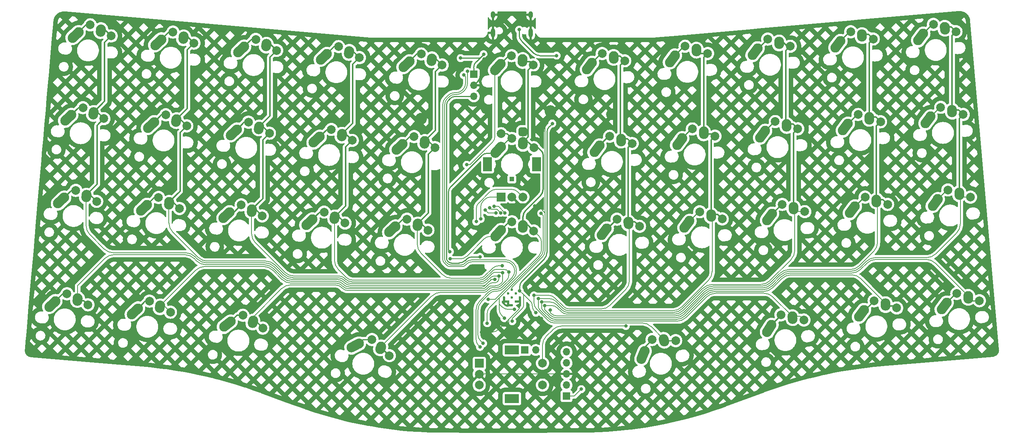
<source format=gbr>
%TF.GenerationSoftware,KiCad,Pcbnew,(6.0.9)*%
%TF.CreationDate,2022-11-29T23:43:42+01:00*%
%TF.ProjectId,knobdeavour,6b6e6f62-6465-4617-966f-75722e6b6963,1*%
%TF.SameCoordinates,Original*%
%TF.FileFunction,Copper,L1,Top*%
%TF.FilePolarity,Positive*%
%FSLAX46Y46*%
G04 Gerber Fmt 4.6, Leading zero omitted, Abs format (unit mm)*
G04 Created by KiCad (PCBNEW (6.0.9)) date 2022-11-29 23:43:42*
%MOMM*%
%LPD*%
G01*
G04 APERTURE LIST*
G04 Aperture macros list*
%AMRoundRect*
0 Rectangle with rounded corners*
0 $1 Rounding radius*
0 $2 $3 $4 $5 $6 $7 $8 $9 X,Y pos of 4 corners*
0 Add a 4 corners polygon primitive as box body*
4,1,4,$2,$3,$4,$5,$6,$7,$8,$9,$2,$3,0*
0 Add four circle primitives for the rounded corners*
1,1,$1+$1,$2,$3*
1,1,$1+$1,$4,$5*
1,1,$1+$1,$6,$7*
1,1,$1+$1,$8,$9*
0 Add four rect primitives between the rounded corners*
20,1,$1+$1,$2,$3,$4,$5,0*
20,1,$1+$1,$4,$5,$6,$7,0*
20,1,$1+$1,$6,$7,$8,$9,0*
20,1,$1+$1,$8,$9,$2,$3,0*%
%AMHorizOval*
0 Thick line with rounded ends*
0 $1 width*
0 $2 $3 position (X,Y) of the first rounded end (center of the circle)*
0 $4 $5 position (X,Y) of the second rounded end (center of the circle)*
0 Add line between two ends*
20,1,$1,$2,$3,$4,$5,0*
0 Add two circle primitives to create the rounded ends*
1,1,$1,$2,$3*
1,1,$1,$4,$5*%
G04 Aperture macros list end*
%TA.AperFunction,ComponentPad*%
%ADD10C,2.000000*%
%TD*%
%TA.AperFunction,ComponentPad*%
%ADD11C,2.250000*%
%TD*%
%TA.AperFunction,ComponentPad*%
%ADD12HorizOval,2.250000X0.044973X0.287189X-0.044973X-0.287189X0*%
%TD*%
%TA.AperFunction,ComponentPad*%
%ADD13HorizOval,2.250000X0.716127X0.670140X-0.716127X-0.670140X0*%
%TD*%
%TA.AperFunction,ComponentPad*%
%ADD14HorizOval,2.250000X0.117770X0.265764X-0.117770X-0.265764X0*%
%TD*%
%TA.AperFunction,ComponentPad*%
%ADD15HorizOval,2.250000X0.865171X0.461958X-0.865171X-0.461958X0*%
%TD*%
%TA.AperFunction,ComponentPad*%
%ADD16HorizOval,2.250000X-0.005580X0.290635X0.005580X-0.290635X0*%
%TD*%
%TA.AperFunction,ComponentPad*%
%ADD17HorizOval,2.250000X0.588879X0.784313X-0.588879X-0.784313X0*%
%TD*%
%TA.AperFunction,WasherPad*%
%ADD18R,2.000000X3.200000*%
%TD*%
%TA.AperFunction,ComponentPad*%
%ADD19R,2.000000X2.000000*%
%TD*%
%TA.AperFunction,ComponentPad*%
%ADD20RoundRect,0.500000X0.500000X0.500000X-0.500000X0.500000X-0.500000X-0.500000X0.500000X-0.500000X0*%
%TD*%
%TA.AperFunction,ComponentPad*%
%ADD21HorizOval,2.250000X0.069832X0.282177X-0.069832X-0.282177X0*%
%TD*%
%TA.AperFunction,ComponentPad*%
%ADD22HorizOval,2.250000X0.771809X0.605175X-0.771809X-0.605175X0*%
%TD*%
%TA.AperFunction,ComponentPad*%
%ADD23HorizOval,2.250000X0.019771X0.290016X-0.019771X-0.290016X0*%
%TD*%
%TA.AperFunction,ComponentPad*%
%ADD24HorizOval,2.250000X0.654995X0.730004X-0.654995X-0.730004X0*%
%TD*%
%TA.AperFunction,WasherPad*%
%ADD25R,3.200000X2.000000*%
%TD*%
%TA.AperFunction,ComponentPad*%
%ADD26HorizOval,2.250000X-0.080612X0.279288X0.080612X-0.279288X0*%
%TD*%
%TA.AperFunction,ComponentPad*%
%ADD27HorizOval,2.250000X0.365818X0.910001X-0.365818X-0.910001X0*%
%TD*%
%TA.AperFunction,ComponentPad*%
%ADD28HorizOval,2.250000X-0.030890X0.289043X0.030890X-0.289043X0*%
%TD*%
%TA.AperFunction,ComponentPad*%
%ADD29HorizOval,2.250000X0.518281X0.832653X-0.518281X-0.832653X0*%
%TD*%
%TA.AperFunction,ComponentPad*%
%ADD30O,1.000000X1.600000*%
%TD*%
%TA.AperFunction,ComponentPad*%
%ADD31O,1.000000X2.100000*%
%TD*%
%TA.AperFunction,ComponentPad*%
%ADD32R,1.700000X1.700000*%
%TD*%
%TA.AperFunction,ComponentPad*%
%ADD33O,1.700000X1.700000*%
%TD*%
%TA.AperFunction,ComponentPad*%
%ADD34R,1.000000X1.000000*%
%TD*%
%TA.AperFunction,ComponentPad*%
%ADD35C,0.600000*%
%TD*%
%TA.AperFunction,ViaPad*%
%ADD36C,0.800000*%
%TD*%
%TA.AperFunction,Conductor*%
%ADD37C,0.250000*%
%TD*%
%TA.AperFunction,Conductor*%
%ADD38C,0.200000*%
%TD*%
%TA.AperFunction,Conductor*%
%ADD39C,0.300000*%
%TD*%
G04 APERTURE END LIST*
D10*
%TO.P,K6,1*%
%TO.N,COL1*%
X79147165Y-57400239D03*
D11*
X76808086Y-55910707D03*
D12*
X76762661Y-56197824D03*
D11*
%TO.P,K6,2*%
%TO.N,Net-(D2-Pad1)*%
X71693136Y-56547332D03*
D10*
X74349219Y-54872451D03*
D13*
X70977001Y-57217462D03*
%TD*%
D11*
%TO.P,K16,1*%
%TO.N,COL3*%
X123739282Y-108065093D03*
D10*
X125613140Y-110109269D03*
D14*
X123621092Y-108330670D03*
D15*
%TO.P,K16,2*%
%TO.N,Net-(D8-Pad1)*%
X117768673Y-107818126D03*
D10*
X121632919Y-106425814D03*
D11*
X118633849Y-107356179D03*
%TD*%
D10*
%TO.P,K35,1*%
%TO.N,COL8*%
X220854782Y-77078681D03*
D11*
X218292583Y-76017955D03*
D16*
X218297706Y-76308600D03*
D17*
%TO.P,K35,2*%
%TO.N,Net-(D19-Pad1)*%
X212777002Y-78317416D03*
D10*
X215690781Y-75422451D03*
D11*
X213365890Y-77533111D03*
%TD*%
D18*
%TO.P,SW2,*%
%TO.N,*%
X148125000Y-66210000D03*
X159325000Y-66210000D03*
D19*
%TO.P,SW2,A,A*%
%TO.N,KNOB2_L*%
X151225000Y-73710000D03*
D10*
%TO.P,SW2,B,B*%
%TO.N,KNOB2_R*%
X156225000Y-73710000D03*
%TO.P,SW2,C,C*%
%TO.N,GND*%
X153725000Y-73710000D03*
D20*
%TO.P,SW2,S1,S1*%
%TO.N,COL5*%
X156225000Y-58760000D03*
D10*
%TO.P,SW2,S2,S2*%
%TO.N,KNOB2_ROW*%
X151225000Y-59210000D03*
%TD*%
D21*
%TO.P,K12,1*%
%TO.N,COL2*%
X94308268Y-102390309D03*
D10*
X96578902Y-103795971D03*
D11*
X94378544Y-102108243D03*
D22*
%TO.P,K12,2*%
%TO.N,Net-(D8-Pad2)*%
X88455758Y-102901814D03*
D10*
X92019524Y-100859634D03*
D11*
X89227573Y-102296649D03*
%TD*%
D16*
%TO.P,K20,1*%
%TO.N,COL10*%
X252957706Y-35008600D03*
D10*
X255514782Y-35778681D03*
D11*
X252952583Y-34717955D03*
D17*
%TO.P,K20,2*%
%TO.N,Net-(D12-Pad1)*%
X247437002Y-37017416D03*
D10*
X250350781Y-34122451D03*
D11*
X248025890Y-36233111D03*
%TD*%
D23*
%TO.P,K22,1*%
%TO.N,COL5*%
X156244771Y-61419984D03*
D11*
X156265000Y-61130000D03*
D10*
X158725000Y-62410000D03*
%TO.P,K22,2*%
%TO.N,KNOB2_ROW*%
X153725000Y-60310000D03*
D11*
X151225000Y-62210000D03*
D24*
X150569995Y-62939996D03*
%TD*%
D12*
%TO.P,K7,1*%
%TO.N,COL1*%
X75102661Y-75157824D03*
D10*
X77487165Y-76360239D03*
D11*
X75148086Y-74870707D03*
%TO.P,K7,2*%
%TO.N,Net-(D3-Pad2)*%
X70033136Y-75507332D03*
D13*
X69317001Y-76177462D03*
D10*
X72689219Y-73832451D03*
%TD*%
D11*
%TO.P,K31,1*%
%TO.N,COL7*%
X199362583Y-77687955D03*
D16*
X199367706Y-77978600D03*
D10*
X201924782Y-78748681D03*
%TO.P,K31,2*%
%TO.N,Net-(D15-Pad2)*%
X196760781Y-77092451D03*
D17*
X193847002Y-79987416D03*
D11*
X194435890Y-79203111D03*
%TD*%
D10*
%TO.P,K5,1*%
%TO.N,COL1*%
X80797165Y-38410239D03*
D11*
X78458086Y-36920707D03*
D12*
X78412661Y-37207824D03*
D11*
%TO.P,K5,2*%
%TO.N,Net-(D1-Pad2)*%
X73343136Y-37557332D03*
D10*
X75999219Y-35882451D03*
D13*
X72627001Y-38227462D03*
%TD*%
D25*
%TO.P,SW1,*%
%TO.N,*%
X153715000Y-119970000D03*
X153715000Y-108770000D03*
D19*
%TO.P,SW1,A,A*%
%TO.N,KNOB_L*%
X146215000Y-111870000D03*
D10*
%TO.P,SW1,B,B*%
%TO.N,KNOB_R*%
X146215000Y-116870000D03*
%TO.P,SW1,C,C*%
%TO.N,GND*%
X146215000Y-114370000D03*
%TO.P,SW1,S1,S1*%
%TO.N,KNOB_COL*%
X160715000Y-116870000D03*
%TO.P,SW1,S2,S2*%
%TO.N,KNOB_DIODE*%
X160715000Y-111870000D03*
%TD*%
D12*
%TO.P,K15,1*%
%TO.N,COL3*%
X113062661Y-78497824D03*
D11*
X113108086Y-78210707D03*
D10*
X115447165Y-79700239D03*
%TO.P,K15,2*%
%TO.N,Net-(D7-Pad2)*%
X110649219Y-77172451D03*
D11*
X107993136Y-78847332D03*
D13*
X107277001Y-79517462D03*
%TD*%
D11*
%TO.P,K27,1*%
%TO.N,COL6*%
X180392583Y-79397955D03*
D10*
X182954782Y-80458681D03*
D16*
X180397706Y-79688600D03*
D10*
%TO.P,K27,2*%
%TO.N,Net-(D15-Pad1)*%
X177790781Y-78802451D03*
D11*
X175465890Y-80913111D03*
D17*
X174877002Y-81697416D03*
%TD*%
D16*
%TO.P,K39,1*%
%TO.N,COL9*%
X237287706Y-74638600D03*
D10*
X239844782Y-75408681D03*
D11*
X237282583Y-74347955D03*
D17*
%TO.P,K39,2*%
%TO.N,Net-(D19-Pad2)*%
X231767002Y-76647416D03*
D11*
X232355890Y-75863111D03*
D10*
X234680781Y-73752451D03*
%TD*%
D11*
%TO.P,K25,1*%
%TO.N,COL6*%
X177012583Y-41407955D03*
D16*
X177017706Y-41698600D03*
D10*
X179574782Y-42468681D03*
D17*
%TO.P,K25,2*%
%TO.N,Net-(D13-Pad1)*%
X171497002Y-43707416D03*
D10*
X174410781Y-40812451D03*
D11*
X172085890Y-42923111D03*
%TD*%
D10*
%TO.P,K18,1*%
%TO.N,COL4*%
X136077165Y-62390239D03*
D12*
X133692661Y-61187824D03*
D11*
X133738086Y-60900707D03*
D10*
%TO.P,K18,2*%
%TO.N,Net-(D10-Pad2)*%
X131279219Y-59862451D03*
D11*
X128623136Y-61537332D03*
D13*
X127907001Y-62207462D03*
%TD*%
D10*
%TO.P,K33,1*%
%TO.N,COL8*%
X217524782Y-39148681D03*
D11*
X214962583Y-38087955D03*
D16*
X214967706Y-38378600D03*
D10*
%TO.P,K33,2*%
%TO.N,Net-(D17-Pad1)*%
X212360781Y-37492451D03*
D17*
X209447002Y-40387416D03*
D11*
X210035890Y-39603111D03*
%TD*%
D16*
%TO.P,K41,1*%
%TO.N,COL10*%
X256277706Y-72978600D03*
D10*
X258834782Y-73748681D03*
D11*
X256272583Y-72687955D03*
D17*
%TO.P,K41,2*%
%TO.N,Net-(D22-Pad2)*%
X250757002Y-74987416D03*
D10*
X253670781Y-72092451D03*
D11*
X251345890Y-74203111D03*
%TD*%
D12*
%TO.P,K2,1*%
%TO.N,COL0*%
X57762661Y-54547824D03*
D11*
X57808086Y-54260707D03*
D10*
X60147165Y-55750239D03*
D13*
%TO.P,K2,2*%
%TO.N,Net-(D2-Pad2)*%
X51977001Y-55567462D03*
D11*
X52693136Y-54897332D03*
D10*
X55349219Y-53222451D03*
%TD*%
D11*
%TO.P,K10,1*%
%TO.N,COL2*%
X95768086Y-57590707D03*
D10*
X98107165Y-59080239D03*
D12*
X95722661Y-57877824D03*
D11*
%TO.P,K10,2*%
%TO.N,Net-(D6-Pad2)*%
X90653136Y-58227332D03*
D10*
X93309219Y-56552451D03*
D13*
X89937001Y-58897462D03*
%TD*%
D16*
%TO.P,K36,1*%
%TO.N,COL8*%
X239367706Y-98408600D03*
D10*
X241924782Y-99178681D03*
D11*
X239362583Y-98117955D03*
D10*
%TO.P,K36,2*%
%TO.N,Net-(D20-Pad2)*%
X236760781Y-97522451D03*
D11*
X234435890Y-99633111D03*
D17*
X233847002Y-100417416D03*
%TD*%
D11*
%TO.P,K21,1*%
%TO.N,COL5*%
X156175000Y-42120000D03*
D23*
X156154771Y-42409984D03*
D10*
X158635000Y-43400000D03*
D11*
%TO.P,K21,2*%
%TO.N,Net-(D9-Pad2)*%
X151135000Y-43200000D03*
D24*
X150479995Y-43929996D03*
D10*
X153635000Y-41300000D03*
%TD*%
%TO.P,K26,1*%
%TO.N,COL6*%
X181284782Y-61448681D03*
D11*
X178722583Y-60387955D03*
D16*
X178727706Y-60678600D03*
D10*
%TO.P,K26,2*%
%TO.N,Net-(D14-Pad2)*%
X176120781Y-59792451D03*
D17*
X173207002Y-62687416D03*
D11*
X173795890Y-61903111D03*
%TD*%
D10*
%TO.P,K8,1*%
%TO.N,COL1*%
X75417165Y-100130239D03*
D11*
X73078086Y-98640707D03*
D12*
X73032661Y-98927824D03*
D11*
%TO.P,K8,2*%
%TO.N,Net-(D4-Pad1)*%
X67963136Y-99277332D03*
D10*
X70619219Y-97602451D03*
D13*
X67247001Y-99947462D03*
%TD*%
D11*
%TO.P,K1,1*%
%TO.N,COL0*%
X59488086Y-35270707D03*
D12*
X59442661Y-35557824D03*
D10*
X61827165Y-36760239D03*
D13*
%TO.P,K1,2*%
%TO.N,Net-(D1-Pad1)*%
X53657001Y-36577462D03*
D11*
X54373136Y-35907332D03*
D10*
X57029219Y-34232451D03*
%TD*%
D11*
%TO.P,K30,1*%
%TO.N,COL7*%
X197682583Y-58707955D03*
D16*
X197687706Y-58998600D03*
D10*
X200244782Y-59768681D03*
%TO.P,K30,2*%
%TO.N,Net-(D14-Pad1)*%
X195080781Y-58112451D03*
D11*
X192755890Y-60223111D03*
D17*
X192167002Y-61007416D03*
%TD*%
D10*
%TO.P,K34,1*%
%TO.N,COL8*%
X219254782Y-58078681D03*
D11*
X216692583Y-57017955D03*
D16*
X216697706Y-57308600D03*
D10*
%TO.P,K34,2*%
%TO.N,Net-(D18-Pad2)*%
X214090781Y-56422451D03*
D11*
X211765890Y-58533111D03*
D17*
X211177002Y-59317416D03*
%TD*%
D11*
%TO.P,K28,1*%
%TO.N,COL6*%
X188504357Y-106307630D03*
D10*
X191253787Y-106669067D03*
D26*
X188584529Y-106587045D03*
D10*
%TO.P,K28,2*%
%TO.N,Net-(D16-Pad2)*%
X185837081Y-106405814D03*
D27*
X183771858Y-109956276D03*
D11*
X184137688Y-109046280D03*
%TD*%
D10*
%TO.P,K11,1*%
%TO.N,COL2*%
X96447165Y-78060239D03*
D11*
X94108086Y-76570707D03*
D12*
X94062661Y-76857824D03*
D13*
%TO.P,K11,2*%
%TO.N,Net-(D7-Pad1)*%
X88277001Y-77877462D03*
D10*
X91649219Y-75532451D03*
D11*
X88993136Y-77207332D03*
%TD*%
%TO.P,K38,1*%
%TO.N,COL9*%
X235662583Y-55387955D03*
D10*
X238224782Y-56448681D03*
D16*
X235667706Y-55678600D03*
D10*
%TO.P,K38,2*%
%TO.N,Net-(D18-Pad1)*%
X233060781Y-54792451D03*
D11*
X230735890Y-56903111D03*
D17*
X230147002Y-57687416D03*
%TD*%
D10*
%TO.P,K9,1*%
%TO.N,COL2*%
X99777165Y-40090239D03*
D11*
X97438086Y-38600707D03*
D12*
X97392661Y-38887824D03*
D13*
%TO.P,K9,2*%
%TO.N,Net-(D5-Pad1)*%
X91607001Y-39907462D03*
D10*
X94979219Y-37562451D03*
D11*
X92323136Y-39237332D03*
%TD*%
D12*
%TO.P,K4,1*%
%TO.N,COL0*%
X54112661Y-97247824D03*
D11*
X54158086Y-96960707D03*
D10*
X56497165Y-98450239D03*
D13*
%TO.P,K4,2*%
%TO.N,Net-(D4-Pad2)*%
X48327001Y-98267462D03*
D10*
X51699219Y-95922451D03*
D11*
X49043136Y-97597332D03*
%TD*%
D16*
%TO.P,K37,1*%
%TO.N,COL9*%
X233987706Y-36698600D03*
D11*
X233982583Y-36407955D03*
D10*
X236544782Y-37468681D03*
D11*
%TO.P,K37,2*%
%TO.N,Net-(D17-Pad2)*%
X229055890Y-37923111D03*
D10*
X231380781Y-35812451D03*
D17*
X228467002Y-38707416D03*
%TD*%
D16*
%TO.P,K40,1*%
%TO.N,COL9*%
X258327706Y-96738600D03*
D11*
X258322583Y-96447955D03*
D10*
X260884782Y-97508681D03*
%TO.P,K40,2*%
%TO.N,Net-(D20-Pad1)*%
X255720781Y-95852451D03*
D17*
X252807002Y-98747416D03*
D11*
X253395890Y-97963111D03*
%TD*%
%TO.P,K24,1*%
%TO.N,COL10*%
X254622583Y-53727955D03*
D10*
X257184782Y-54788681D03*
D16*
X254627706Y-54018600D03*
D17*
%TO.P,K24,2*%
%TO.N,Net-(D21-Pad1)*%
X249107002Y-56027416D03*
D10*
X252020781Y-53132451D03*
D11*
X249695890Y-55243111D03*
%TD*%
%TO.P,K32,1*%
%TO.N,COL7*%
X218014279Y-101116110D03*
D10*
X220659176Y-101949490D03*
D28*
X218044713Y-101405202D03*
D29*
%TO.P,K32,2*%
%TO.N,Net-(D16-Pad1)*%
X212720097Y-103887535D03*
D11*
X213238388Y-103054889D03*
D10*
X215370476Y-100749634D03*
%TD*%
%TO.P,K29,1*%
%TO.N,COL7*%
X198574782Y-40798681D03*
D11*
X196012583Y-39737955D03*
D16*
X196017706Y-40028600D03*
D10*
%TO.P,K29,2*%
%TO.N,Net-(D13-Pad2)*%
X193410781Y-39142451D03*
D17*
X190497002Y-42037416D03*
D11*
X191085890Y-41253111D03*
%TD*%
D12*
%TO.P,K3,1*%
%TO.N,COL0*%
X56122661Y-73517824D03*
D10*
X58507165Y-74720239D03*
D11*
X56168086Y-73230707D03*
D10*
%TO.P,K3,2*%
%TO.N,Net-(D3-Pad1)*%
X53709219Y-72192451D03*
D13*
X50337001Y-74537462D03*
D11*
X51053136Y-73867332D03*
%TD*%
%TO.P,K23,1*%
%TO.N,COL5*%
X156255000Y-80220000D03*
D23*
X156234771Y-80509984D03*
D10*
X158715000Y-81500000D03*
D24*
%TO.P,K23,2*%
%TO.N,Net-(D11-Pad2)*%
X150559995Y-82029996D03*
D10*
X153715000Y-79400000D03*
D11*
X151215000Y-81300000D03*
%TD*%
D10*
%TO.P,K14,1*%
%TO.N,COL3*%
X117097165Y-60740239D03*
D12*
X114712661Y-59537824D03*
D11*
X114758086Y-59250707D03*
D13*
%TO.P,K14,2*%
%TO.N,Net-(D6-Pad1)*%
X108927001Y-60557462D03*
D11*
X109643136Y-59887332D03*
D10*
X112299219Y-58212451D03*
%TD*%
D11*
%TO.P,K19,1*%
%TO.N,COL4*%
X132105921Y-79840468D03*
D10*
X134445000Y-81330000D03*
D12*
X132060496Y-80127585D03*
D11*
%TO.P,K19,2*%
%TO.N,Net-(D11-Pad1)*%
X126990971Y-80477093D03*
D13*
X126274836Y-81147223D03*
D10*
X129647054Y-78802212D03*
%TD*%
%TO.P,K17,1*%
%TO.N,COL4*%
X137717165Y-43440239D03*
D11*
X135378086Y-41950707D03*
D12*
X135332661Y-42237824D03*
D13*
%TO.P,K17,2*%
%TO.N,Net-(D9-Pad1)*%
X129547001Y-43257462D03*
D10*
X132919219Y-40912451D03*
D11*
X130263136Y-42587332D03*
%TD*%
D12*
%TO.P,K13,1*%
%TO.N,COL3*%
X116372661Y-40547824D03*
D11*
X116418086Y-40260707D03*
D10*
X118757165Y-41750239D03*
D11*
%TO.P,K13,2*%
%TO.N,Net-(D5-Pad2)*%
X111303136Y-40897332D03*
D13*
X110587001Y-41567462D03*
D10*
X113959219Y-39222451D03*
%TD*%
D30*
%TO.P,J0,S1,SHIELD*%
%TO.N,GND*%
X149390000Y-31920000D03*
D31*
X149390000Y-36100000D03*
D30*
X158030000Y-31920000D03*
D31*
X158030000Y-36100000D03*
%TD*%
D32*
%TO.P,J2,1,Pin_1*%
%TO.N,+5V*%
X144945000Y-45545000D03*
D33*
%TO.P,J2,2,Pin_2*%
%TO.N,GND*%
X144945000Y-48085000D03*
%TO.P,J2,3,Pin_3*%
%TO.N,LED_GLOW*%
X144945000Y-50625000D03*
%TD*%
D32*
%TO.P,J1,1,Pin_1*%
%TO.N,/RUN*%
X166225000Y-119400000D03*
D33*
%TO.P,J1,2,Pin_2*%
%TO.N,+3V3*%
X166225000Y-116860000D03*
%TO.P,J1,3,Pin_3*%
%TO.N,GND*%
X166225000Y-114320000D03*
%TO.P,J1,4,Pin_4*%
%TO.N,/SWD*%
X166225000Y-111780000D03*
%TO.P,J1,5,Pin_5*%
%TO.N,/SWCLK*%
X166225000Y-109240000D03*
%TD*%
D32*
%TO.P,J3,1,Pin_1*%
%TO.N,additional_pin2*%
X156660000Y-108815000D03*
D33*
%TO.P,J3,2,Pin_2*%
%TO.N,additional_pin1*%
X159200000Y-108815000D03*
%TD*%
D34*
%TO.P,J4,1,Pin_1*%
%TO.N,+1V1*%
X153685000Y-69620000D03*
%TD*%
D35*
%TO.P,U3,57,GND*%
%TO.N,GND*%
X154616561Y-97671561D03*
X153715000Y-98573122D03*
X151911878Y-96770000D03*
X155518122Y-96770000D03*
X153715000Y-94966878D03*
X152813439Y-95868439D03*
X153715000Y-96770000D03*
X152813439Y-97671561D03*
X154616561Y-95868439D03*
%TD*%
D36*
%TO.N,+5V*%
X147210000Y-40980000D03*
X141950000Y-41860000D03*
%TO.N,GND*%
X153750000Y-104340000D03*
X132880000Y-55750000D03*
X159570000Y-70610000D03*
X147305000Y-42115000D03*
X137230000Y-49070000D03*
X156290000Y-64330000D03*
X176660000Y-54730000D03*
X162539511Y-54029511D03*
X156170000Y-49370000D03*
X147890000Y-53360000D03*
X134650000Y-79150000D03*
X160500000Y-101630000D03*
X158940000Y-75800000D03*
X156700000Y-83510000D03*
X146950000Y-89830000D03*
X146750000Y-104700000D03*
%TO.N,+3V3*%
X153770000Y-102220000D03*
X155480000Y-95210000D03*
X162970000Y-56860000D03*
X159210000Y-100280000D03*
%TO.N,+1V1*%
X160410000Y-77460000D03*
X151980000Y-101530000D03*
X154270000Y-99520000D03*
X148031751Y-102658249D03*
%TO.N,ROW1*%
X147550000Y-76690000D03*
X150055741Y-77425741D03*
%TO.N,ROW2*%
X148590000Y-76170000D03*
X151110370Y-77360370D03*
%TO.N,ROW3*%
X152110000Y-77350000D03*
X149590000Y-75840000D03*
%TO.N,Net-(D9-Pad2)*%
X143340000Y-66330000D03*
%TO.N,KNOB2_ROW*%
X139490000Y-86260000D03*
%TO.N,Net-(D11-Pad2)*%
X139537442Y-87922558D03*
%TO.N,VBUS*%
X155380000Y-35340000D03*
X163940000Y-41280000D03*
%TO.N,/RUN*%
X169620000Y-117810000D03*
%TO.N,LED_GLOW*%
X146380000Y-87450000D03*
%TO.N,COL0*%
X149830000Y-92590000D03*
%TO.N,COL1*%
X150730000Y-91880000D03*
%TO.N,COL2*%
X151595000Y-91085000D03*
%TO.N,COL3*%
X153020000Y-90940000D03*
%TO.N,COL4*%
X151480000Y-89490000D03*
%TO.N,COL5*%
X148260000Y-97190000D03*
%TO.N,COL6*%
X158765000Y-96275000D03*
%TO.N,COL7*%
X159770000Y-97040000D03*
%TO.N,COL8*%
X160540000Y-97830000D03*
%TO.N,COL9*%
X161200000Y-98620000D03*
%TO.N,/USB_D+*%
X143490000Y-44910000D03*
X147100000Y-107300000D03*
%TO.N,/USB_D-*%
X142670000Y-45760000D03*
X146380000Y-108120000D03*
%TO.N,KNOB2_R*%
X145530000Y-79360000D03*
%TO.N,COL10*%
X162450000Y-99660000D03*
%TO.N,KNOB2_L*%
X146560000Y-78760000D03*
%TO.N,KNOB_DIODE*%
X179820000Y-103310000D03*
%TD*%
D37*
%TO.N,+5V*%
X141950000Y-41860000D02*
X146340000Y-41860000D01*
X146340000Y-41860000D02*
X147210000Y-40980000D01*
X147210000Y-40980000D02*
X145530786Y-42659214D01*
X144945000Y-44073427D02*
X144945000Y-45545000D01*
X144945020Y-44073427D02*
G75*
G02*
X145530787Y-42659215I1999980J27D01*
G01*
D38*
%TO.N,GND*%
X153715000Y-94966878D02*
X153715000Y-94489277D01*
X161881267Y-54687755D02*
X162539511Y-54029511D01*
X153339975Y-101439975D02*
X153040000Y-101739950D01*
X153339975Y-101439975D02*
X155225229Y-99554721D01*
D37*
X144945000Y-48085000D02*
X145854214Y-47175786D01*
D38*
X152424975Y-102354975D02*
X150665736Y-104114214D01*
D37*
X149390000Y-36100000D02*
X149390000Y-39201573D01*
D38*
X146265000Y-114320000D02*
X146215000Y-114370000D01*
X153715000Y-94489277D02*
X155882138Y-92322138D01*
X152809975Y-101969975D02*
X153339975Y-101439975D01*
X152255737Y-102524213D02*
X152424975Y-102354975D01*
X161295480Y-86080369D02*
X161295480Y-75605480D01*
X157097138Y-91107138D02*
X160814040Y-87390236D01*
D37*
X147305000Y-42115000D02*
X147555000Y-41865000D01*
D38*
X153040000Y-101739950D02*
X153040000Y-103215786D01*
X159739259Y-75800000D02*
X161295480Y-77356221D01*
X152424975Y-102354975D02*
X152809975Y-101969975D01*
X166225000Y-114320000D02*
X146265000Y-114320000D01*
D37*
X147025787Y-42394213D02*
X147305000Y-42115000D01*
D38*
X155518122Y-98847614D02*
X155518122Y-98408122D01*
X153332893Y-103922893D02*
X153750000Y-104340000D01*
X157097138Y-91107138D02*
X160709694Y-87494582D01*
X155518122Y-96770000D02*
X155518122Y-98408122D01*
D37*
X148804213Y-40615787D02*
X147305000Y-42115000D01*
D38*
X161295480Y-75605480D02*
X161295480Y-56101969D01*
X155882138Y-92322138D02*
X157097138Y-91107138D01*
X158940000Y-75800000D02*
X159739259Y-75800000D01*
X149251523Y-104700000D02*
X146750000Y-104700000D01*
D37*
X146440000Y-45761573D02*
X146440000Y-43808427D01*
D38*
X155518125Y-98847614D02*
G75*
G02*
X155225228Y-99554720I-1000025J14D01*
G01*
X150665725Y-104114203D02*
G75*
G02*
X149251523Y-104700000I-1414225J1414203D01*
G01*
D37*
X146440020Y-43808427D02*
G75*
G02*
X147025788Y-42394214I1999980J27D01*
G01*
D38*
X161295465Y-56101969D02*
G75*
G02*
X161881268Y-54687756I2000035J-31D01*
G01*
D37*
X146439980Y-45761573D02*
G75*
G02*
X145854213Y-47175785I-1999980J-27D01*
G01*
D38*
X153040010Y-103215786D02*
G75*
G03*
X153332893Y-103922893I999990J-14D01*
G01*
D37*
X148804227Y-40615801D02*
G75*
G03*
X149390000Y-39201573I-1414227J1414201D01*
G01*
D38*
X160709705Y-87494593D02*
G75*
G03*
X161295480Y-86080369I-1414205J1414193D01*
G01*
%TO.N,+3V3*%
X158951267Y-100021267D02*
X159210000Y-100280000D01*
D37*
X162970000Y-56860000D02*
X162305786Y-57524214D01*
X161720000Y-58938427D02*
X161720000Y-86481573D01*
D38*
X155480000Y-95210000D02*
X156400000Y-96130000D01*
X154772818Y-100572818D02*
X153770000Y-101575636D01*
X156830000Y-96560000D02*
X158072587Y-97802587D01*
X158365480Y-98509694D02*
X158365480Y-98607053D01*
D37*
X162970000Y-56860000D02*
X162810000Y-56860000D01*
X155480000Y-94378427D02*
X155480000Y-95210000D01*
D38*
X156400000Y-96130000D02*
X156400000Y-98531422D01*
D37*
X161134213Y-87895787D02*
X156065786Y-92964214D01*
D38*
X153770000Y-101575636D02*
X153770000Y-102220000D01*
X156400000Y-96130000D02*
X156830000Y-96560000D01*
X156107107Y-99238529D02*
X154772818Y-100572818D01*
D37*
X156065772Y-92964200D02*
G75*
G03*
X155480000Y-94378427I1414228J-1414200D01*
G01*
X161720020Y-58938427D02*
G75*
G02*
X162305787Y-57524215I1999980J27D01*
G01*
D38*
X158365490Y-98509694D02*
G75*
G03*
X158072587Y-97802587I-999990J-6D01*
G01*
X156400015Y-98531422D02*
G75*
G02*
X156107106Y-99238528I-1000015J22D01*
G01*
D37*
X161134227Y-87895801D02*
G75*
G03*
X161720000Y-86481573I-1414227J1414201D01*
G01*
D38*
X158365520Y-98607053D02*
G75*
G03*
X158951268Y-100021266I1999980J-47D01*
G01*
%TO.N,+1V1*%
X160895960Y-85914883D02*
X160895960Y-78394040D01*
X150805000Y-97235000D02*
X150805000Y-99526573D01*
X160895960Y-78394040D02*
X160895960Y-77945960D01*
X152260000Y-101530000D02*
X151980000Y-101530000D01*
X150805000Y-98255000D02*
X151484214Y-98934214D01*
X150805000Y-97235000D02*
X150805000Y-98255000D01*
X149339635Y-98299635D02*
X148617537Y-99021733D01*
X150805000Y-96834270D02*
X150805000Y-97235000D01*
X159994635Y-87644635D02*
X160310174Y-87329096D01*
X160129635Y-87509635D02*
X160240000Y-87399271D01*
X151390787Y-100940787D02*
X151980000Y-101530000D01*
X152898427Y-99520000D02*
X154270000Y-99520000D01*
X148031751Y-100435946D02*
X148031751Y-102658249D01*
X150805000Y-96834270D02*
X149339635Y-98299635D01*
X160895960Y-77945960D02*
X160410000Y-77460000D01*
X149339635Y-98299635D02*
X149205786Y-98433484D01*
X160129635Y-87509635D02*
X159994635Y-87644635D01*
X159994635Y-87644635D02*
X150805000Y-96834270D01*
X160310174Y-87329096D02*
G75*
G03*
X160895960Y-85914883I-1414174J1414196D01*
G01*
X148031798Y-100435946D02*
G75*
G02*
X148617537Y-99021733I2000002J46D01*
G01*
X152898427Y-99519980D02*
G75*
G02*
X151484215Y-98934213I-27J1999980D01*
G01*
X151390773Y-100940801D02*
G75*
G02*
X150805000Y-99526573I1414227J1414201D01*
G01*
D39*
%TO.N,Net-(D1-Pad1)*%
X54373136Y-35907332D02*
X56048017Y-34232451D01*
X56048017Y-34232451D02*
X57029219Y-34232451D01*
%TO.N,Net-(D1-Pad2)*%
X75018017Y-35882451D02*
X75999219Y-35882451D01*
X73343136Y-37557332D02*
X75018017Y-35882451D01*
%TO.N,Net-(D2-Pad1)*%
X73368017Y-54872451D02*
X74349219Y-54872451D01*
X71693136Y-56547332D02*
X73368017Y-54872451D01*
%TO.N,Net-(D2-Pad2)*%
X52693136Y-54897332D02*
X54368017Y-53222451D01*
X54368017Y-53222451D02*
X55349219Y-53222451D01*
D38*
%TO.N,ROW1*%
X148285741Y-77425741D02*
X150055741Y-77425741D01*
X147550000Y-76690000D02*
X148285741Y-77425741D01*
D39*
%TO.N,Net-(D3-Pad1)*%
X52728017Y-72192451D02*
X53709219Y-72192451D01*
X51053136Y-73867332D02*
X52728017Y-72192451D01*
%TO.N,Net-(D3-Pad2)*%
X71708017Y-73832451D02*
X72689219Y-73832451D01*
X70033136Y-75507332D02*
X71708017Y-73832451D01*
D38*
%TO.N,ROW2*%
X150289511Y-76539511D02*
X151110370Y-77360370D01*
X148959511Y-76539511D02*
X150289511Y-76539511D01*
X148590000Y-76170000D02*
X148959511Y-76539511D01*
D39*
%TO.N,Net-(D4-Pad1)*%
X69638017Y-97602451D02*
X70619219Y-97602451D01*
X67963136Y-99277332D02*
X69638017Y-97602451D01*
%TO.N,Net-(D4-Pad2)*%
X50718017Y-95922451D02*
X51699219Y-95922451D01*
X49043136Y-97597332D02*
X50718017Y-95922451D01*
D38*
%TO.N,ROW3*%
X150600000Y-75840000D02*
X152110000Y-77350000D01*
X149590000Y-75840000D02*
X150600000Y-75840000D01*
D39*
%TO.N,Net-(D5-Pad1)*%
X93998017Y-37562451D02*
X94979219Y-37562451D01*
X92323136Y-39237332D02*
X93998017Y-37562451D01*
%TO.N,Net-(D5-Pad2)*%
X111303136Y-40897332D02*
X112978017Y-39222451D01*
X112978017Y-39222451D02*
X113959219Y-39222451D01*
%TO.N,Net-(D6-Pad1)*%
X109643136Y-59887332D02*
X111318017Y-58212451D01*
X111318017Y-58212451D02*
X112299219Y-58212451D01*
%TO.N,Net-(D6-Pad2)*%
X92328017Y-56552451D02*
X93309219Y-56552451D01*
X90653136Y-58227332D02*
X92328017Y-56552451D01*
%TO.N,Net-(D7-Pad1)*%
X91649219Y-75532451D02*
X89974338Y-77207332D01*
X89974338Y-77207332D02*
X88993136Y-77207332D01*
%TO.N,Net-(D7-Pad2)*%
X109668017Y-77172451D02*
X110649219Y-77172451D01*
X107993136Y-78847332D02*
X109668017Y-77172451D01*
D37*
%TO.N,Net-(D8-Pad1)*%
X119564214Y-106425814D02*
X118633849Y-107356179D01*
X121632919Y-106425814D02*
X119564214Y-106425814D01*
D39*
%TO.N,Net-(D8-Pad2)*%
X90664588Y-100859634D02*
X92019524Y-100859634D01*
X89227573Y-102296649D02*
X90664588Y-100859634D01*
%TO.N,Net-(D9-Pad1)*%
X131938017Y-40912451D02*
X132919219Y-40912451D01*
X130263136Y-42587332D02*
X131938017Y-40912451D01*
%TO.N,Net-(D9-Pad2)*%
X151135000Y-43200000D02*
X153035000Y-41300000D01*
X153035000Y-41300000D02*
X153635000Y-41300000D01*
D38*
X149239213Y-61170787D02*
X144585000Y-65825000D01*
X149825000Y-44660000D02*
X149825000Y-59756573D01*
X144585000Y-65825000D02*
X144080000Y-66330000D01*
X144080000Y-66330000D02*
X143340000Y-66330000D01*
X149824980Y-59756573D02*
G75*
G02*
X149239212Y-61170786I-1999980J-27D01*
G01*
D37*
%TO.N,KNOB2_ROW*%
X151225000Y-62210000D02*
X153125000Y-60310000D01*
X139149520Y-72689947D02*
X139149520Y-85919520D01*
X139490000Y-86260000D02*
X139540000Y-86230000D01*
X139149520Y-85919520D02*
X139490000Y-86260000D01*
X153125000Y-60310000D02*
X153725000Y-60310000D01*
X152625000Y-59210000D02*
X151225000Y-59210000D01*
X146755253Y-64255787D02*
X139735306Y-71275734D01*
X149915000Y-63670000D02*
X148169467Y-63670000D01*
X153725000Y-60310000D02*
X152625000Y-59210000D01*
X146755269Y-64255803D02*
G75*
G02*
X148169467Y-63670000I1414231J-1414197D01*
G01*
X139149548Y-72689947D02*
G75*
G02*
X139735306Y-71275734I1999952J47D01*
G01*
D39*
%TO.N,Net-(D10-Pad2)*%
X128623136Y-61537332D02*
X130298017Y-59862451D01*
X130298017Y-59862451D02*
X131279219Y-59862451D01*
%TO.N,Net-(D11-Pad1)*%
X126990971Y-80477093D02*
X128665852Y-78802212D01*
X128665852Y-78802212D02*
X129647054Y-78802212D01*
D38*
%TO.N,Net-(D11-Pad2)*%
X149905000Y-82760000D02*
X148728066Y-82760000D01*
D39*
X151215000Y-81300000D02*
X153115000Y-79400000D01*
D38*
X147313853Y-83345786D02*
X143322866Y-87336772D01*
X141908653Y-87922558D02*
X139537442Y-87922558D01*
D39*
X153115000Y-79400000D02*
X153715000Y-79400000D01*
D38*
X147313870Y-83345803D02*
G75*
G02*
X148728066Y-82760000I1414230J-1414197D01*
G01*
X141908653Y-87922536D02*
G75*
G03*
X143322865Y-87336771I47J1999936D01*
G01*
D39*
%TO.N,Net-(D12-Pad1)*%
X250136550Y-34122451D02*
X250350781Y-34122451D01*
X248025890Y-36233111D02*
X250136550Y-34122451D01*
%TO.N,Net-(D13-Pad1)*%
X172085890Y-42923111D02*
X174196550Y-40812451D01*
X174196550Y-40812451D02*
X174410781Y-40812451D01*
%TO.N,Net-(D13-Pad2)*%
X193196550Y-39142451D02*
X193410781Y-39142451D01*
X191085890Y-41253111D02*
X193196550Y-39142451D01*
D37*
%TO.N,Net-(D14-Pad1)*%
X194866550Y-58112451D02*
X195080781Y-58112451D01*
X192755890Y-60223111D02*
X194866550Y-58112451D01*
D39*
%TO.N,Net-(D14-Pad2)*%
X173795890Y-61903111D02*
X175906550Y-59792451D01*
X175906550Y-59792451D02*
X176120781Y-59792451D01*
%TO.N,Net-(D15-Pad1)*%
X174288123Y-82481729D02*
X174288123Y-82305109D01*
X174288123Y-82305109D02*
X177790781Y-78802451D01*
D37*
%TO.N,Net-(D15-Pad2)*%
X196546550Y-77092451D02*
X196760781Y-77092451D01*
X194435890Y-79203111D02*
X196546550Y-77092451D01*
D39*
%TO.N,Net-(D16-Pad1)*%
X215370476Y-100922801D02*
X215370476Y-100749634D01*
X213238388Y-103054889D02*
X215370476Y-100922801D01*
D37*
%TO.N,Net-(D16-Pad2)*%
X185837081Y-106405814D02*
X184137688Y-108105207D01*
X184137688Y-108105207D02*
X184137688Y-109046280D01*
D39*
%TO.N,Net-(D17-Pad1)*%
X212360781Y-37492451D02*
X210250121Y-39603111D01*
X210250121Y-39603111D02*
X210035890Y-39603111D01*
%TO.N,Net-(D17-Pad2)*%
X229055890Y-37923111D02*
X231166550Y-35812451D01*
X231166550Y-35812451D02*
X231380781Y-35812451D01*
D37*
%TO.N,Net-(D18-Pad1)*%
X230735890Y-56903111D02*
X232846550Y-54792451D01*
X232846550Y-54792451D02*
X233060781Y-54792451D01*
%TO.N,Net-(D18-Pad2)*%
X211765890Y-58533111D02*
X213876550Y-56422451D01*
X213876550Y-56422451D02*
X214090781Y-56422451D01*
%TO.N,Net-(D19-Pad1)*%
X215476550Y-75422451D02*
X215690781Y-75422451D01*
X213365890Y-77533111D02*
X215476550Y-75422451D01*
%TO.N,Net-(D19-Pad2)*%
X234466550Y-73752451D02*
X234680781Y-73752451D01*
X232355890Y-75863111D02*
X234466550Y-73752451D01*
D39*
%TO.N,Net-(D20-Pad1)*%
X253395890Y-97963111D02*
X255506550Y-95852451D01*
X255506550Y-95852451D02*
X255720781Y-95852451D01*
D37*
%TO.N,Net-(D20-Pad2)*%
X236760781Y-97522451D02*
X234650121Y-99633111D01*
X234650121Y-99633111D02*
X234435890Y-99633111D01*
%TO.N,VBUS*%
X155380000Y-35340000D02*
X155380000Y-36581573D01*
X155965787Y-37995787D02*
X157360000Y-39390000D01*
X160078427Y-41280000D02*
X163940000Y-41280000D01*
X157360000Y-39390000D02*
X158664214Y-40694214D01*
X158664200Y-40694228D02*
G75*
G03*
X160078427Y-41280000I1414200J1414228D01*
G01*
X155965773Y-37995801D02*
G75*
G02*
X155380000Y-36581573I1414227J1414201D01*
G01*
D38*
%TO.N,/RUN*%
X166225000Y-119400000D02*
X168030000Y-119400000D01*
X168030000Y-119400000D02*
X169620000Y-117810000D01*
D37*
%TO.N,LED_GLOW*%
X141566573Y-88865000D02*
X139819214Y-88865000D01*
X139285787Y-51354213D02*
X139429214Y-51210786D01*
X138700000Y-87745786D02*
X138700000Y-52768427D01*
X143224214Y-88035786D02*
X142980787Y-88279213D01*
X140843427Y-50625000D02*
X144945000Y-50625000D01*
X146380000Y-87450000D02*
X144638427Y-87450000D01*
X139112107Y-88572107D02*
X138992893Y-88452893D01*
X141566573Y-88864980D02*
G75*
G03*
X142980786Y-88279212I27J1999980D01*
G01*
X138700020Y-52768427D02*
G75*
G02*
X139285788Y-51354214I1999980J27D01*
G01*
X143224200Y-88035772D02*
G75*
G02*
X144638427Y-87450000I1414200J-1414228D01*
G01*
X138700010Y-87745786D02*
G75*
G03*
X138992893Y-88452893I999990J-14D01*
G01*
X139112100Y-88572114D02*
G75*
G03*
X139819214Y-88865000I707100J707114D01*
G01*
X140843427Y-50625020D02*
G75*
G03*
X139429215Y-51210787I-27J-1999980D01*
G01*
D38*
%TO.N,COL0*%
X103247646Y-93079999D02*
X113541573Y-93080000D01*
X147510744Y-94087107D02*
X147938926Y-93658926D01*
D39*
X54067688Y-97535013D02*
X55581939Y-97535013D01*
X59488086Y-35270707D02*
X60337633Y-35270707D01*
D38*
X99053687Y-90128681D02*
X101126326Y-92201320D01*
D39*
X58621148Y-57276256D02*
X58621148Y-70777645D01*
D38*
X76920000Y-86520000D02*
X76780000Y-86520000D01*
X60221320Y-85641320D02*
X56956367Y-82376367D01*
X77350000Y-86520000D02*
X76920000Y-86520000D01*
D39*
X60147165Y-55750239D02*
X58621148Y-57276256D01*
D38*
X54158086Y-96960707D02*
X54158086Y-94031914D01*
D39*
X58657633Y-54260707D02*
X60147165Y-55750239D01*
X55581939Y-97535013D02*
X56497165Y-98450239D01*
D38*
X81018680Y-87398680D02*
X81570840Y-87950840D01*
X99228198Y-89708198D02*
X101290359Y-91770359D01*
D39*
X60301148Y-51767645D02*
X57808086Y-54260707D01*
D38*
X149007852Y-92590000D02*
X149830000Y-92590000D01*
X148208926Y-93388926D02*
X149007852Y-92590000D01*
D39*
X61827165Y-36760239D02*
X60301148Y-38286256D01*
D38*
X121180000Y-93980000D02*
X121182411Y-93977589D01*
X147938926Y-93658926D02*
X148208926Y-93388926D01*
X121182411Y-93977589D02*
X147620264Y-93977588D01*
X121177589Y-93977589D02*
X121180000Y-93980000D01*
X54158086Y-94031914D02*
X60361320Y-87828680D01*
X56077688Y-80255047D02*
X56077688Y-73805013D01*
D39*
X58621148Y-70777645D02*
X56168086Y-73230707D01*
D38*
X116690998Y-93977589D02*
X121177589Y-93977589D01*
X103411680Y-92649039D02*
X113705595Y-92649040D01*
X62482641Y-86950000D02*
X78717359Y-86950000D01*
X148578926Y-93018926D02*
X148867851Y-92730000D01*
X76780000Y-86520000D02*
X73320000Y-86520000D01*
X116498427Y-94380000D02*
X146803638Y-94380000D01*
D39*
X57017633Y-73230707D02*
X58507165Y-74720239D01*
D38*
X83502641Y-89250000D02*
X96932366Y-89250001D01*
X83669519Y-88829519D02*
X83890481Y-88829519D01*
X114955787Y-93665787D02*
X115084214Y-93794214D01*
X83890481Y-88829519D02*
X97106878Y-88829519D01*
D39*
X56168086Y-73230707D02*
X57017633Y-73230707D01*
X60337633Y-35270707D02*
X61827165Y-36760239D01*
D38*
X80838679Y-87828679D02*
X81381320Y-88371320D01*
X83890481Y-88829519D02*
X83692160Y-88829519D01*
D39*
X57808086Y-54260707D02*
X58657633Y-54260707D01*
D38*
X73320000Y-86520000D02*
X62342641Y-86520000D01*
X147620264Y-93977588D02*
X147938926Y-93658926D01*
X148208926Y-93388926D02*
X148578926Y-93018926D01*
D39*
X60301148Y-38286256D02*
X60301148Y-51767645D01*
D38*
X115119808Y-93234826D02*
X115276784Y-93391802D01*
X73320000Y-86520000D02*
X78897359Y-86520000D01*
X62482641Y-86950029D02*
G75*
G03*
X60361320Y-87828680I-41J-2999971D01*
G01*
X116690998Y-93977593D02*
G75*
G02*
X115276784Y-93391802I2J1999993D01*
G01*
X81570856Y-87950824D02*
G75*
G03*
X83692160Y-88829519I2121344J2121324D01*
G01*
X62342641Y-86519971D02*
G75*
G02*
X60221320Y-85641320I-41J2999971D01*
G01*
X99053704Y-90128664D02*
G75*
G03*
X96932366Y-89250001I-2121304J-2121336D01*
G01*
X114955801Y-93665773D02*
G75*
G03*
X113541573Y-93080000I-1414201J-1414227D01*
G01*
X56077659Y-80255047D02*
G75*
G03*
X56956368Y-82376366I3000041J47D01*
G01*
X103247646Y-93079966D02*
G75*
G02*
X101126327Y-92201319I-46J2999966D01*
G01*
X115119802Y-93234832D02*
G75*
G03*
X113705595Y-92649040I-1414202J-1414168D01*
G01*
X78897359Y-86520029D02*
G75*
G02*
X81018680Y-87398680I41J-2999971D01*
G01*
X83502641Y-89249971D02*
G75*
G02*
X81381320Y-88371320I-41J2999971D01*
G01*
X116498427Y-94379980D02*
G75*
G02*
X115084215Y-93794213I-27J1999980D01*
G01*
X99228205Y-89708191D02*
G75*
G03*
X97106878Y-88829519I-2121305J-2121309D01*
G01*
X103411680Y-92649041D02*
G75*
G02*
X101290360Y-91770358I20J3000041D01*
G01*
X147510725Y-94087088D02*
G75*
G02*
X146803638Y-94380000I-707125J707088D01*
G01*
X80838699Y-87828659D02*
G75*
G03*
X78717359Y-86950000I-2121299J-2121341D01*
G01*
D39*
%TO.N,COL1*%
X75148086Y-74870707D02*
X75997633Y-74870707D01*
D38*
X150405786Y-93124214D02*
X150437107Y-93092893D01*
X116332942Y-94779520D02*
X118109519Y-94779519D01*
X73078086Y-98640707D02*
X81190594Y-90528199D01*
X99393686Y-89308680D02*
X101455846Y-91370840D01*
X150730000Y-92385786D02*
X150730000Y-91880000D01*
D39*
X79307633Y-36920707D02*
X80797165Y-38410239D01*
D38*
X73078086Y-99124615D02*
X72987688Y-99215013D01*
D39*
X77657633Y-55910707D02*
X79147165Y-57400239D01*
D38*
X98888200Y-90528200D02*
X100960840Y-92600840D01*
X73078086Y-98640707D02*
X73078086Y-99124615D01*
D39*
X77621148Y-72397645D02*
X75148086Y-74870707D01*
X79147165Y-57400239D02*
X77621148Y-58926256D01*
X80797165Y-38410239D02*
X79271148Y-39936256D01*
D38*
X149567059Y-91880000D02*
X150730000Y-91880000D01*
X75057688Y-75445013D02*
X75057688Y-79630041D01*
X114790300Y-94065306D02*
X114918728Y-94193734D01*
D39*
X79271148Y-39936256D02*
X79271148Y-53447645D01*
D38*
X118109519Y-94779519D02*
X146986266Y-94779520D01*
X83311914Y-89649520D02*
X96766879Y-89649520D01*
X83857647Y-88430000D02*
X97272365Y-88430000D01*
X149177107Y-93417107D02*
X149698679Y-93417107D01*
X115285295Y-92835307D02*
X115442272Y-92992284D01*
X73927633Y-98640707D02*
X73078086Y-98640707D01*
X116856485Y-93578070D02*
X146626349Y-93578069D01*
X75936368Y-81751362D02*
X81736327Y-87551321D01*
X116160000Y-94779519D02*
X118109519Y-94779519D01*
X148040563Y-92992282D02*
X148859952Y-92172893D01*
D39*
X75997633Y-74870707D02*
X77487165Y-76360239D01*
X79271148Y-53447645D02*
X76808086Y-55910707D01*
D38*
X103082160Y-93479519D02*
X113376086Y-93479519D01*
X103577166Y-92249519D02*
X113871081Y-92249520D01*
X147693373Y-94486627D02*
X148470000Y-93710000D01*
D39*
X77621148Y-58926256D02*
X77621148Y-72397645D01*
X76808086Y-55910707D02*
X77657633Y-55910707D01*
X78458086Y-36920707D02*
X79307633Y-36920707D01*
D38*
X75417165Y-100130239D02*
X73927633Y-98640707D01*
X149698679Y-93417090D02*
G75*
G03*
X150405786Y-93124214I21J999990D01*
G01*
X148040532Y-92992251D02*
G75*
G02*
X146626349Y-93578069I-1414232J1414151D01*
G01*
X150729990Y-92385786D02*
G75*
G02*
X150437107Y-93092893I-999990J-14D01*
G01*
X97272365Y-88430025D02*
G75*
G02*
X99393686Y-89308680I35J-2999975D01*
G01*
X83311914Y-89649524D02*
G75*
G03*
X81190594Y-90528199I-14J-2999976D01*
G01*
X113871081Y-92249528D02*
G75*
G02*
X115285295Y-92835307I19J-1999972D01*
G01*
X75936386Y-81751344D02*
G75*
G02*
X75057688Y-79630041I2121314J2121344D01*
G01*
X116332942Y-94779485D02*
G75*
G02*
X114918728Y-94193734I-42J1999985D01*
G01*
X113376086Y-93479524D02*
G75*
G02*
X114790300Y-94065306I14J-1999976D01*
G01*
X96766879Y-89649529D02*
G75*
G02*
X98888200Y-90528200I21J-2999971D01*
G01*
X81736304Y-87551344D02*
G75*
G03*
X83857647Y-88430000I2121296J2121344D01*
G01*
X103082160Y-93479541D02*
G75*
G02*
X100960841Y-92600839I40J3000041D01*
G01*
X148469998Y-93709998D02*
G75*
G02*
X149177107Y-93417107I707102J-707102D01*
G01*
X103577166Y-92249537D02*
G75*
G02*
X101455846Y-91370840I34J3000037D01*
G01*
X148859973Y-92172914D02*
G75*
G02*
X149567059Y-91880000I707127J-707086D01*
G01*
X147693394Y-94486648D02*
G75*
G02*
X146986266Y-94779520I-707094J707148D01*
G01*
X116856485Y-93578089D02*
G75*
G02*
X115442272Y-92992284I15J1999989D01*
G01*
%TO.N,COL2*%
X148368919Y-92098919D02*
X149181027Y-91286812D01*
X147875076Y-92592762D02*
X148368919Y-92098919D01*
X103742653Y-91850000D02*
X114036567Y-91850000D01*
X94896368Y-84246356D02*
X101621332Y-90971320D01*
D39*
X98251148Y-55107645D02*
X95768086Y-57590707D01*
X98251148Y-41616256D02*
X98251148Y-55107645D01*
X96617633Y-57590707D02*
X98107165Y-59080239D01*
D38*
X143368550Y-93178550D02*
X146460863Y-93178548D01*
D39*
X97438086Y-38600707D02*
X98287633Y-38600707D01*
D38*
X151302107Y-93482899D02*
X151261273Y-93523733D01*
X94017688Y-77145013D02*
X94017688Y-82125035D01*
X151503919Y-90993919D02*
X151595000Y-91085000D01*
X94238436Y-102672486D02*
X94238436Y-101401564D01*
X151595000Y-91085000D02*
X151710000Y-91200000D01*
X116167455Y-95179040D02*
X119630961Y-95179039D01*
X94238436Y-101401564D02*
X100882282Y-94757718D01*
X117949039Y-95179039D02*
X119630961Y-95179039D01*
X115450781Y-92435787D02*
X115607758Y-92592764D01*
X151595000Y-91085000D02*
X151595000Y-92775792D01*
X149847060Y-94109519D02*
X149169520Y-94109520D01*
X117021971Y-93178550D02*
X143368550Y-93178550D01*
D39*
X96581148Y-60606256D02*
X96581148Y-74097645D01*
D38*
X148342593Y-94402413D02*
X147858860Y-94886146D01*
D39*
X94891174Y-102108243D02*
X96578902Y-103795971D01*
D38*
X149169520Y-94109520D02*
X149049700Y-94109520D01*
D39*
X94378544Y-102108243D02*
X94891174Y-102108243D01*
D38*
X114624814Y-94464826D02*
X114753242Y-94593254D01*
X149888134Y-90993919D02*
X151503919Y-90993919D01*
D39*
X95768086Y-57590707D02*
X96617633Y-57590707D01*
X98107165Y-59080239D02*
X96581148Y-60606256D01*
X94957633Y-76570707D02*
X96447165Y-78060239D01*
X98287633Y-38600707D02*
X99777165Y-40090239D01*
X99777165Y-40090239D02*
X98251148Y-41616256D01*
X96581148Y-74097645D02*
X94108086Y-76570707D01*
X94108086Y-76570707D02*
X94957633Y-76570707D01*
D38*
X147151753Y-95179039D02*
X119630961Y-95179039D01*
X103003602Y-93879039D02*
X113210600Y-93879039D01*
X151302111Y-93482903D02*
G75*
G03*
X151595000Y-92775792I-707111J707103D01*
G01*
X103003602Y-93879029D02*
G75*
G03*
X100882282Y-94757718I-2J-2999971D01*
G01*
X147875105Y-92592791D02*
G75*
G02*
X146460863Y-93178548I-1414205J1414291D01*
G01*
X114036567Y-91850024D02*
G75*
G02*
X115450781Y-92435787I33J-1999976D01*
G01*
X149847060Y-94109485D02*
G75*
G03*
X151261273Y-93523733I40J1999985D01*
G01*
X149181014Y-91286799D02*
G75*
G02*
X149888134Y-90993919I707086J-707101D01*
G01*
X117021971Y-93178585D02*
G75*
G02*
X115607758Y-92592764I29J1999985D01*
G01*
X114624806Y-94464834D02*
G75*
G03*
X113210600Y-93879039I-1414206J-1414166D01*
G01*
X147151753Y-95178994D02*
G75*
G03*
X147858860Y-94886146I47J999994D01*
G01*
X103742653Y-91850033D02*
G75*
G02*
X101621332Y-90971320I47J3000033D01*
G01*
X148342597Y-94402417D02*
G75*
G02*
X149049700Y-94109520I707103J-707083D01*
G01*
X114753256Y-94593240D02*
G75*
G03*
X116167455Y-95179040I1414244J1414240D01*
G01*
X94896383Y-84246341D02*
G75*
G02*
X94017688Y-82125035I2121317J2121341D01*
G01*
D39*
%TO.N,COL3*%
X116418086Y-40260707D02*
X117267633Y-40260707D01*
D38*
X147709590Y-92193243D02*
X149239940Y-90662893D01*
D39*
X118757165Y-41750239D02*
X117231148Y-43276256D01*
D38*
X149947047Y-90370000D02*
X150840000Y-90370000D01*
X152742893Y-90662893D02*
X153020000Y-90940000D01*
X137468458Y-95578558D02*
X147317240Y-95578558D01*
X117187458Y-92779031D02*
X138786044Y-92779030D01*
X148024347Y-95285665D02*
X148508079Y-94801933D01*
X150840000Y-90370000D02*
X151390000Y-90370000D01*
D39*
X117097165Y-60740239D02*
X115571148Y-62266256D01*
X113108086Y-78210707D02*
X113957633Y-78210707D01*
X117231148Y-56777645D02*
X114758086Y-59250707D01*
D38*
X144989030Y-92779030D02*
X146295376Y-92779030D01*
D39*
X114758086Y-59250707D02*
X115607633Y-59250707D01*
X123739282Y-108065093D02*
X123739282Y-108235411D01*
X115571148Y-62266256D02*
X115571148Y-75747645D01*
D38*
X149215186Y-94509040D02*
X150012545Y-94509040D01*
X153020000Y-91501585D02*
X153020000Y-90940000D01*
D39*
X115607633Y-59250707D02*
X117097165Y-60740239D01*
X115571148Y-75747645D02*
X113108086Y-78210707D01*
X123739282Y-108235411D02*
X125613140Y-110109269D01*
X117231148Y-43276256D02*
X117231148Y-56777645D01*
D38*
X113017688Y-78785013D02*
X113017688Y-88195047D01*
X123739282Y-108065093D02*
X135347138Y-96457237D01*
D39*
X117267633Y-40260707D02*
X118757165Y-41750239D01*
D38*
X151426759Y-93923253D02*
X152434214Y-92915798D01*
X138786044Y-92779030D02*
X144989030Y-92779030D01*
X114745000Y-91165000D02*
X115773245Y-92193245D01*
X113896368Y-90316368D02*
X114745000Y-91165000D01*
X151390000Y-90370000D02*
X152035786Y-90370000D01*
D39*
X113957633Y-78210707D02*
X115447165Y-79700239D01*
D38*
X152035786Y-90370010D02*
G75*
G02*
X152742893Y-90662893I14J-999990D01*
G01*
X149215186Y-94509019D02*
G75*
G03*
X148508080Y-94801934I14J-999981D01*
G01*
X113896389Y-90316347D02*
G75*
G02*
X113017688Y-88195047I2121311J2121347D01*
G01*
X146295376Y-92779004D02*
G75*
G03*
X147709590Y-92193243I24J2000004D01*
G01*
X151426745Y-93923239D02*
G75*
G02*
X150012545Y-94509040I-1414245J1414239D01*
G01*
X153019989Y-91501585D02*
G75*
G02*
X152434214Y-92915798I-1999989J-15D01*
G01*
X149947047Y-90370033D02*
G75*
G03*
X149239940Y-90662893I-47J-999967D01*
G01*
X115773260Y-92193230D02*
G75*
G03*
X117187458Y-92779031I1414240J1414230D01*
G01*
X137468458Y-95578541D02*
G75*
G03*
X135347138Y-96457237I42J-3000059D01*
G01*
X148024318Y-95285636D02*
G75*
G02*
X147317240Y-95578558I-707118J707036D01*
G01*
D39*
%TO.N,COL4*%
X133738086Y-60900707D02*
X134587633Y-60900707D01*
X136077165Y-62390239D02*
X134551148Y-63916256D01*
X134551148Y-77395241D02*
X132105921Y-79840468D01*
D38*
X149262039Y-90075787D02*
X149073913Y-90263913D01*
X150980000Y-89490000D02*
X151480000Y-89490000D01*
X132894203Y-86653157D02*
X137741878Y-91500832D01*
D39*
X132105921Y-79840468D02*
X132955468Y-79840468D01*
X136227633Y-41950707D02*
X137717165Y-43440239D01*
D38*
X151480000Y-89490000D02*
X150676253Y-89490000D01*
D39*
X136191148Y-58447645D02*
X133738086Y-60900707D01*
X136191148Y-44966256D02*
X136191148Y-58447645D01*
D38*
X144120000Y-92379511D02*
X145590489Y-92379511D01*
D39*
X134587633Y-60900707D02*
X136077165Y-62390239D01*
X135378086Y-41950707D02*
X136227633Y-41950707D01*
X137717165Y-43440239D02*
X136191148Y-44966256D01*
D38*
X145590489Y-92379511D02*
X146129889Y-92379511D01*
X147544103Y-91793724D02*
X149073913Y-90263913D01*
X139863198Y-92379511D02*
X144120000Y-92379511D01*
X132015523Y-80414774D02*
X132015523Y-84531836D01*
X150980000Y-89490000D02*
X150990000Y-89490000D01*
D39*
X134551148Y-63916256D02*
X134551148Y-77395241D01*
X132955468Y-79840468D02*
X134445000Y-81330000D01*
D38*
X132015491Y-84531836D02*
G75*
G03*
X132894203Y-86653157I3000009J36D01*
G01*
X139863198Y-92379509D02*
G75*
G02*
X137741878Y-91500832I2J3000009D01*
G01*
X147544111Y-91793732D02*
G75*
G02*
X146129889Y-92379511I-1414211J1414232D01*
G01*
X150676253Y-89489967D02*
G75*
G03*
X149262039Y-90075787I47J-2000033D01*
G01*
D39*
%TO.N,COL5*%
X160845960Y-72005643D02*
X160845960Y-63970174D01*
X156135000Y-42700000D02*
X157935000Y-42700000D01*
D38*
X156225000Y-59210000D02*
X156225000Y-61090000D01*
X154672132Y-92402132D02*
X153937132Y-93137132D01*
D39*
X157435000Y-80220000D02*
X158715000Y-81500000D01*
X157440479Y-44594521D02*
X157440479Y-59954521D01*
D38*
X148260000Y-97190000D02*
X147900000Y-97190000D01*
X156225000Y-61090000D02*
X156265000Y-61130000D01*
X154672132Y-92402132D02*
X151947132Y-95127132D01*
D39*
X157445000Y-61130000D02*
X158725000Y-62410000D01*
X158635000Y-43400000D02*
X157440479Y-44594521D01*
X156255000Y-80220000D02*
X157435000Y-80220000D01*
D38*
X149884264Y-97190000D02*
X148260000Y-97190000D01*
D39*
X157440479Y-59954521D02*
X156265000Y-61130000D01*
D38*
X154672132Y-92402132D02*
X159910654Y-87163610D01*
X159910653Y-82695653D02*
X158715000Y-81500000D01*
X160496440Y-85749397D02*
X160496440Y-84109867D01*
D39*
X157935000Y-42700000D02*
X158635000Y-43400000D01*
X156255000Y-80220000D02*
X156255000Y-78253457D01*
X159700000Y-62410000D02*
X158725000Y-62410000D01*
X160553067Y-63263067D02*
X159700000Y-62410000D01*
D38*
X151947132Y-95127132D02*
X149884264Y-97190000D01*
D39*
X156265000Y-61130000D02*
X157445000Y-61130000D01*
X156840787Y-76839243D02*
X160260174Y-73419856D01*
X156840808Y-76839264D02*
G75*
G03*
X156255000Y-78253457I1414192J-1414236D01*
G01*
D38*
X160496451Y-84109867D02*
G75*
G03*
X159910653Y-82695653I-2000051J-33D01*
G01*
D39*
X160553045Y-63263089D02*
G75*
G02*
X160845960Y-63970174I-707045J-707111D01*
G01*
X160846002Y-72005643D02*
G75*
G02*
X160260174Y-73419856I-2000002J43D01*
G01*
D38*
X160496426Y-85749397D02*
G75*
G02*
X159910654Y-87163610I-2000026J-3D01*
G01*
%TO.N,COL6*%
X163542127Y-96860787D02*
X165509884Y-98828544D01*
X158765000Y-97979871D02*
X158765000Y-96275000D01*
D37*
X191253787Y-106669067D02*
X188865794Y-106669067D01*
D39*
X178722583Y-60387955D02*
X180224056Y-60387955D01*
X180392583Y-79397955D02*
X181894056Y-79397955D01*
X181284782Y-61448681D02*
X180392583Y-62340880D01*
D38*
X161981404Y-102024702D02*
X159350786Y-99394084D01*
X180648421Y-92878938D02*
X180648421Y-80224370D01*
D39*
X178514056Y-41407955D02*
X179574782Y-42468681D01*
X178574782Y-43468681D02*
X178574782Y-60810731D01*
D38*
X180648421Y-80224370D02*
X180403286Y-79979235D01*
D39*
X178574782Y-60810731D02*
X178733286Y-60969235D01*
X177012583Y-41407955D02*
X178514056Y-41407955D01*
D38*
X166924097Y-99414330D02*
X174113029Y-99414330D01*
D39*
X179574782Y-42468681D02*
X178574782Y-43468681D01*
D37*
X188865794Y-106669067D02*
X188504357Y-106307630D01*
D39*
X181894056Y-79397955D02*
X182954782Y-80458681D01*
D38*
X158765000Y-96275000D02*
X162127913Y-96275000D01*
X188504357Y-106307630D02*
X185685895Y-103489169D01*
D39*
X180392583Y-62340880D02*
X180392583Y-79397955D01*
D38*
X176234350Y-98535650D02*
X179769742Y-95000258D01*
D39*
X180224056Y-60387955D02*
X181284782Y-61448681D01*
D38*
X183564575Y-102610489D02*
X163395618Y-102610489D01*
X183564575Y-102610511D02*
G75*
G02*
X185685895Y-103489169I25J-2999989D01*
G01*
X162127913Y-96274991D02*
G75*
G02*
X163542127Y-96860787I-13J-2000009D01*
G01*
X159350771Y-99394099D02*
G75*
G02*
X158765000Y-97979871I1414229J1414199D01*
G01*
X165509879Y-98828549D02*
G75*
G03*
X166924097Y-99414330I1414221J1414249D01*
G01*
X179769727Y-95000243D02*
G75*
G03*
X180648421Y-92878938I-2121327J2121343D01*
G01*
X163395618Y-102610479D02*
G75*
G02*
X161981404Y-102024702I-18J1999979D01*
G01*
X176234342Y-98535642D02*
G75*
G02*
X174113029Y-99414330I-2121342J2121342D01*
G01*
D39*
%TO.N,COL7*%
X199765336Y-59289235D02*
X200244782Y-59768681D01*
D38*
X211097599Y-95787599D02*
X200445078Y-95787599D01*
X199618421Y-78514370D02*
X199373286Y-78269235D01*
D39*
X197693286Y-59289235D02*
X199765336Y-59289235D01*
D38*
X198323757Y-96666279D02*
X196825018Y-98165018D01*
X163741441Y-97625787D02*
X165343718Y-99228064D01*
X199618421Y-90738938D02*
X199618421Y-78514370D01*
X218014279Y-101116110D02*
X219825796Y-101116110D01*
D39*
X198574782Y-40798681D02*
X197682583Y-41690880D01*
D38*
X161655854Y-101134146D02*
X160062893Y-99541186D01*
X193657746Y-101332290D02*
X196825018Y-98165018D01*
X219825796Y-101116110D02*
X220659176Y-101949490D01*
D39*
X200864056Y-77687955D02*
X201924782Y-78748681D01*
X197073309Y-40798681D02*
X196012583Y-39737955D01*
D38*
X159770000Y-97040000D02*
X162327227Y-97040000D01*
D39*
X199362583Y-60650880D02*
X199362583Y-77687955D01*
D38*
X166757931Y-99813850D02*
X190543509Y-99813850D01*
X218014279Y-101116110D02*
X213564447Y-96666278D01*
X192664829Y-98935171D02*
X198739741Y-92860259D01*
X211443127Y-95787599D02*
X211097599Y-95787599D01*
X163561104Y-102210969D02*
X191536425Y-102210970D01*
D39*
X198574782Y-40798681D02*
X197073309Y-40798681D01*
X199362583Y-77687955D02*
X200953573Y-77687955D01*
D38*
X161655854Y-101134146D02*
X162146891Y-101625183D01*
D39*
X200244782Y-59768681D02*
X199362583Y-60650880D01*
D38*
X159770000Y-98834079D02*
X159770000Y-97040000D01*
D39*
X197682583Y-41690880D02*
X197682583Y-58707955D01*
D38*
X161818342Y-101296635D02*
X161655854Y-101134146D01*
D39*
X199362583Y-77687955D02*
X200864056Y-77687955D01*
D38*
X192664814Y-98935156D02*
G75*
G02*
X190543509Y-99813850I-2121314J2121256D01*
G01*
X165343713Y-99228069D02*
G75*
G03*
X166757931Y-99813850I1414187J1414169D01*
G01*
X199618441Y-90738938D02*
G75*
G02*
X198739740Y-92860258I-3000041J38D01*
G01*
X191536425Y-102210996D02*
G75*
G03*
X193657746Y-101332290I-25J2999996D01*
G01*
X163741428Y-97625800D02*
G75*
G03*
X162327227Y-97040000I-1414228J-1414200D01*
G01*
X211443127Y-95787580D02*
G75*
G02*
X213564447Y-96666278I-27J-3000020D01*
G01*
X159770015Y-98834079D02*
G75*
G03*
X160062893Y-99541186I999985J-21D01*
G01*
X162146895Y-101625179D02*
G75*
G03*
X163561104Y-102210969I1414205J1414179D01*
G01*
X198323768Y-96666290D02*
G75*
G02*
X200445078Y-95787599I2121332J-2121310D01*
G01*
D39*
%TO.N,COL8*%
X217524782Y-39148681D02*
X216524782Y-40148681D01*
X218194056Y-57017955D02*
X219254782Y-58078681D01*
X216692583Y-57017955D02*
X218194056Y-57017955D01*
X218292583Y-59040880D02*
X218292583Y-76017955D01*
D38*
X217724082Y-91568559D02*
X231570546Y-91568559D01*
X218548421Y-85998914D02*
X218548421Y-76844370D01*
D39*
X215767955Y-38087955D02*
X216828681Y-39148681D01*
D38*
X199617647Y-93790000D02*
X210757335Y-93790000D01*
X160500489Y-97869511D02*
X160500489Y-98999563D01*
X212878656Y-92911320D02*
X217669742Y-88120234D01*
X200279592Y-95388079D02*
X211419280Y-95388079D01*
D39*
X219254782Y-58078681D02*
X218292583Y-59040880D01*
D38*
X160540000Y-97830000D02*
X162551541Y-97830000D01*
X163726588Y-101811449D02*
X191370939Y-101811450D01*
X163965755Y-98415787D02*
X165177552Y-99627584D01*
X161388356Y-100301644D02*
X161959493Y-100872779D01*
X160540000Y-97830000D02*
X160500489Y-97869511D01*
X218548421Y-76844370D02*
X218303286Y-76599235D01*
D39*
X216828681Y-39148681D02*
X217524782Y-39148681D01*
X214962583Y-38087955D02*
X215767955Y-38087955D01*
X239373286Y-98699235D02*
X241445336Y-98699235D01*
D38*
X166591765Y-100213370D02*
X190708995Y-100213370D01*
D39*
X241445336Y-98699235D02*
X241924782Y-99178681D01*
D38*
X193492260Y-100932770D02*
X198158272Y-96266758D01*
X213540601Y-94509399D02*
X215602762Y-92447238D01*
X233691867Y-92447239D02*
X239362583Y-98117955D01*
X218782732Y-77078681D02*
X220854782Y-77078681D01*
X160793382Y-99706669D02*
X161388356Y-100301644D01*
X162217862Y-101131150D02*
X162312375Y-101225663D01*
X192830315Y-99334691D02*
X197496327Y-94668679D01*
X161959493Y-100872779D02*
X162217862Y-101131150D01*
D39*
X216524782Y-40148681D02*
X216524782Y-56850154D01*
D38*
X218303286Y-76599235D02*
X218782732Y-77078681D01*
D39*
X216524782Y-56850154D02*
X216692583Y-57017955D01*
D38*
X162312371Y-101225667D02*
G75*
G03*
X163726588Y-101811449I1414229J1414267D01*
G01*
X193492251Y-100932761D02*
G75*
G02*
X191370939Y-101811450I-2121351J2121361D01*
G01*
X163965735Y-98415807D02*
G75*
G03*
X162551541Y-97830000I-1414235J-1414193D01*
G01*
X198158272Y-96266758D02*
G75*
G02*
X200279592Y-95388079I2121328J-2121342D01*
G01*
X212878638Y-92911302D02*
G75*
G02*
X210757335Y-93790000I-2121338J2121302D01*
G01*
X233691852Y-92447254D02*
G75*
G03*
X231570546Y-91568559I-2121352J-2121346D01*
G01*
X160793361Y-99706690D02*
G75*
G02*
X160500489Y-98999563I707139J707090D01*
G01*
X215602763Y-92447239D02*
G75*
G02*
X217724082Y-91568559I2121337J-2121361D01*
G01*
X218548424Y-85998914D02*
G75*
G02*
X217669741Y-88120233I-3000024J14D01*
G01*
X165177576Y-99627560D02*
G75*
G03*
X166591765Y-100213370I1414224J1414160D01*
G01*
X213540606Y-94509404D02*
G75*
G02*
X211419280Y-95388079I-2121306J2121304D01*
G01*
X199617647Y-93790034D02*
G75*
G03*
X197496328Y-94668680I-47J-2999966D01*
G01*
X192830311Y-99334687D02*
G75*
G02*
X190708995Y-100213370I-2121311J2121287D01*
G01*
%TO.N,COL9*%
X162477862Y-100826143D02*
X161200000Y-99548281D01*
X211253794Y-94988559D02*
X200114106Y-94988559D01*
X217227623Y-90370000D02*
X231267347Y-90370000D01*
X213044143Y-93310839D02*
X215106303Y-91248679D01*
X235101800Y-88908200D02*
X233719641Y-90290359D01*
D39*
X235662583Y-55387955D02*
X237164056Y-55387955D01*
D38*
X192995802Y-99734210D02*
X197661814Y-95068198D01*
D39*
X237282583Y-74347955D02*
X238784056Y-74347955D01*
D38*
X191205453Y-101411930D02*
X163892076Y-101411930D01*
X166425599Y-100612890D02*
X190874481Y-100612890D01*
X237538421Y-84098926D02*
X237538421Y-75174370D01*
X258322583Y-96447955D02*
X250782827Y-88908199D01*
X215437274Y-92047720D02*
X213375114Y-94109880D01*
D39*
X235662583Y-38350880D02*
X235662583Y-55387955D01*
D38*
X161200000Y-98620000D02*
X162775855Y-98620000D01*
D39*
X237164056Y-55387955D02*
X238224782Y-56448681D01*
D38*
X161200000Y-99548281D02*
X161200000Y-98620000D01*
X199783134Y-94189519D02*
X210922822Y-94189519D01*
D39*
X238784056Y-74347955D02*
X239844782Y-75408681D01*
D37*
X259383309Y-97508681D02*
X258322583Y-96447955D01*
D39*
X236544782Y-37468681D02*
X235662583Y-38350880D01*
D38*
X197992785Y-95867239D02*
X193326773Y-100533251D01*
D39*
X237282583Y-57390880D02*
X237282583Y-74347955D01*
X235484056Y-36407955D02*
X236544782Y-37468681D01*
D38*
X233388668Y-89491320D02*
X236659742Y-86220246D01*
X248661507Y-88029520D02*
X237223121Y-88029520D01*
X231598321Y-91169038D02*
X217558595Y-91169040D01*
D39*
X238224782Y-56448681D02*
X237282583Y-57390880D01*
D37*
X260884782Y-97508681D02*
X259383309Y-97508681D01*
D39*
X233982583Y-36407955D02*
X235484056Y-36407955D01*
D38*
X164190069Y-99205787D02*
X165011386Y-100027104D01*
X237538421Y-75174370D02*
X237293286Y-74929235D01*
X213044136Y-93310832D02*
G75*
G02*
X210922822Y-94189519I-2121336J2121332D01*
G01*
X213375108Y-94109874D02*
G75*
G02*
X211253794Y-94988559I-2121308J2121274D01*
G01*
X166425599Y-100612893D02*
G75*
G02*
X165011386Y-100027104I1J1999993D01*
G01*
X192995809Y-99734217D02*
G75*
G02*
X190874481Y-100612890I-2121309J2121317D01*
G01*
X193326803Y-100533281D02*
G75*
G02*
X191205453Y-101411930I-2121303J2121381D01*
G01*
X248661507Y-88029509D02*
G75*
G02*
X250782827Y-88908199I-7J-2999991D01*
G01*
X233388644Y-89491296D02*
G75*
G02*
X231267347Y-90370000I-2121344J2121296D01*
G01*
X217558595Y-91169025D02*
G75*
G03*
X215437274Y-92047720I5J-2999975D01*
G01*
X237223121Y-88029529D02*
G75*
G03*
X235101800Y-88908200I-21J-2999971D01*
G01*
X164190092Y-99205764D02*
G75*
G03*
X162775855Y-98620000I-1414192J-1414236D01*
G01*
X237538433Y-84098926D02*
G75*
G02*
X236659742Y-86220246I-3000033J26D01*
G01*
X217227623Y-90370017D02*
G75*
G03*
X215106304Y-91248680I-23J-2999983D01*
G01*
X163892076Y-101411938D02*
G75*
G02*
X162477862Y-100826143I24J2000038D01*
G01*
X199783134Y-94189538D02*
G75*
G03*
X197661815Y-95068199I-34J-2999962D01*
G01*
X197992774Y-95867228D02*
G75*
G02*
X200114106Y-94988559I2121326J-2121372D01*
G01*
X231598321Y-91169041D02*
G75*
G03*
X233719640Y-90290358I-21J3000041D01*
G01*
%TO.N,/USB_D+*%
X152432533Y-88150960D02*
X144537829Y-88150960D01*
X143123615Y-88736747D02*
X142863736Y-88996626D01*
X138275482Y-52591905D02*
X138275481Y-73834519D01*
X138936266Y-88996627D02*
X138568375Y-88628736D01*
X142904213Y-49205787D02*
X142495786Y-49614214D01*
X138275481Y-73834519D02*
X138275481Y-73191703D01*
X138275481Y-87921629D02*
X138275481Y-73834519D01*
X151757732Y-94722292D02*
X154154213Y-92325811D01*
X154154212Y-89044212D02*
X153846746Y-88736746D01*
X145894268Y-105254268D02*
X145894268Y-105265841D01*
X154739999Y-90911598D02*
X154739999Y-90458428D01*
X149960374Y-95308079D02*
X150343517Y-95308079D01*
X142156629Y-89289519D02*
X139643372Y-89289520D01*
X146480055Y-106680055D02*
X147100000Y-107300000D01*
X146772948Y-97667076D02*
X148546159Y-95893865D01*
X145894268Y-105254268D02*
X145894268Y-99788397D01*
X141081573Y-50200000D02*
X140667387Y-50200000D01*
X143490000Y-44910000D02*
X143490000Y-47791573D01*
X139253173Y-50785787D02*
X138861268Y-51177692D01*
X146480069Y-106680041D02*
G75*
G02*
X145894268Y-105265841I1414231J1414241D01*
G01*
X148546169Y-95893875D02*
G75*
G02*
X149960374Y-95308079I1414231J-1414225D01*
G01*
X153846738Y-88736754D02*
G75*
G03*
X152432533Y-88150960I-1414238J-1414246D01*
G01*
X142156629Y-89289534D02*
G75*
G03*
X142863736Y-88996626I-29J1000034D01*
G01*
X145894276Y-99788397D02*
G75*
G02*
X146772949Y-97667077I3000024J-3D01*
G01*
X154739980Y-90458428D02*
G75*
G03*
X154154211Y-89044213I-1999980J28D01*
G01*
X141081573Y-50199980D02*
G75*
G03*
X142495785Y-49614213I27J1999980D01*
G01*
X143123592Y-88736724D02*
G75*
G02*
X144537829Y-88150960I1414208J-1414276D01*
G01*
X143489980Y-47791573D02*
G75*
G02*
X142904212Y-49205786I-1999980J-27D01*
G01*
X140667387Y-50199991D02*
G75*
G03*
X139253173Y-50785787I13J-2000009D01*
G01*
X138275491Y-52591905D02*
G75*
G02*
X138861268Y-51177692I2000009J5D01*
G01*
X139643372Y-89289533D02*
G75*
G02*
X138936266Y-88996627I28J1000033D01*
G01*
X138275467Y-87921629D02*
G75*
G03*
X138568375Y-88628736I1000033J29D01*
G01*
X154739997Y-90911598D02*
G75*
G02*
X154154212Y-92325810I-1999997J-2D01*
G01*
X150343517Y-95308097D02*
G75*
G03*
X151757731Y-94722291I-17J1999997D01*
G01*
%TO.N,/USB_D-*%
X153754693Y-92160325D02*
X151592245Y-94322773D01*
X143029221Y-89396147D02*
X143289103Y-89136265D01*
X145490480Y-105560000D02*
X145490480Y-105020480D01*
X145490480Y-99627179D02*
X145490480Y-104819520D01*
X137875962Y-74264038D02*
X137875962Y-53684038D01*
X150178032Y-94908559D02*
X149794886Y-94908559D01*
X144703316Y-88550479D02*
X152267046Y-88550479D01*
X145490480Y-104819520D02*
X145490480Y-105020480D01*
X148380672Y-95494346D02*
X146369159Y-97505859D01*
X138168855Y-88794223D02*
X138187316Y-88812684D01*
X137875962Y-82260000D02*
X137875962Y-88087116D01*
X146076267Y-107816267D02*
X146380000Y-108120000D01*
X138187316Y-88812684D02*
X138832316Y-89457684D01*
X143090000Y-46180000D02*
X142670000Y-45760000D01*
X143090000Y-47625887D02*
X143090000Y-46180000D01*
X153681260Y-89136266D02*
X153754694Y-89209700D01*
X138461749Y-51011525D02*
X139087489Y-50385786D01*
X154340480Y-90623913D02*
X154340480Y-90746111D01*
X137875962Y-75350000D02*
X137875962Y-82260000D01*
X138187316Y-88812684D02*
X138770780Y-89396147D01*
X142330101Y-49214213D02*
X142504214Y-49040100D01*
X137875962Y-74264038D02*
X137875962Y-75350000D01*
X137875962Y-53684038D02*
X137875962Y-52425739D01*
X145490480Y-104819520D02*
X145490480Y-106402053D01*
X140501702Y-49800000D02*
X140915887Y-49800000D01*
X139477886Y-89689040D02*
X142322114Y-89689040D01*
X154340476Y-90623913D02*
G75*
G03*
X153754694Y-89209700I-1999976J13D01*
G01*
X144703316Y-88550497D02*
G75*
G03*
X143289103Y-89136265I-16J-2000003D01*
G01*
X153681241Y-89136285D02*
G75*
G03*
X152267046Y-88550479I-1414241J-1414215D01*
G01*
X138461722Y-51011498D02*
G75*
G03*
X137875962Y-52425739I1414278J-1414202D01*
G01*
X137875962Y-88087116D02*
G75*
G03*
X138168855Y-88794223I1000038J16D01*
G01*
X154340493Y-90746111D02*
G75*
G02*
X153754693Y-92160325I-1999993J11D01*
G01*
X143089990Y-47625887D02*
G75*
G02*
X142504213Y-49040099I-1999990J-13D01*
G01*
X146076239Y-107816295D02*
G75*
G02*
X145490480Y-106402053I1414261J1414195D01*
G01*
X148380670Y-95494344D02*
G75*
G02*
X149794886Y-94908559I1414230J-1414256D01*
G01*
X140501702Y-49800002D02*
G75*
G03*
X139087489Y-50385786I-2J-1999998D01*
G01*
X139477886Y-89689037D02*
G75*
G02*
X138770781Y-89396146I14J1000037D01*
G01*
X150178032Y-94908593D02*
G75*
G03*
X151592245Y-94322773I-32J1999993D01*
G01*
X143029222Y-89396148D02*
G75*
G02*
X142322114Y-89689040I-707122J707148D01*
G01*
X140915887Y-49799990D02*
G75*
G03*
X142330100Y-49214212I13J1999990D01*
G01*
X145490471Y-99627179D02*
G75*
G02*
X146369159Y-97505859I3000029J-21D01*
G01*
%TO.N,KNOB2_R*%
X155070787Y-72555787D02*
X156225000Y-73710000D01*
X145530000Y-79360000D02*
X145530000Y-76473421D01*
X146115787Y-75059207D02*
X148619208Y-72555786D01*
X150033421Y-71970000D02*
X153656573Y-71970000D01*
X150033421Y-71970015D02*
G75*
G03*
X148619208Y-72555786I-21J-1999985D01*
G01*
X146115776Y-75059196D02*
G75*
G03*
X145530000Y-76473421I1414224J-1414204D01*
G01*
X153656573Y-71970020D02*
G75*
G02*
X155070786Y-72555788I27J-1999980D01*
G01*
D37*
%TO.N,Net-(D21-Pad1)*%
X249695890Y-55243111D02*
X251806550Y-53132451D01*
X251806550Y-53132451D02*
X252020781Y-53132451D01*
%TO.N,Net-(D22-Pad2)*%
X251345890Y-74203111D02*
X253456550Y-72092451D01*
X253456550Y-72092451D02*
X253670781Y-72092451D01*
D39*
%TO.N,COL10*%
X252952583Y-34717955D02*
X254454056Y-34717955D01*
X256124056Y-53727955D02*
X257184782Y-54788681D01*
X256283286Y-55690177D02*
X256283286Y-73269235D01*
D38*
X250898680Y-86751320D02*
X255649742Y-82000258D01*
X257333309Y-73748681D02*
X258834782Y-73748681D01*
X199948620Y-94589039D02*
X211088309Y-94589038D01*
D39*
X257184782Y-54788681D02*
X256283286Y-55690177D01*
X254622583Y-53727955D02*
X256124056Y-53727955D01*
D38*
X256528421Y-79878938D02*
X256528421Y-73514370D01*
X162450000Y-100233275D02*
X162450000Y-99660000D01*
X193196941Y-100098077D02*
X194472509Y-98822509D01*
X162643349Y-100426624D02*
X162450000Y-100233275D01*
X256272583Y-72687955D02*
X257333309Y-73748681D01*
X193161288Y-100133730D02*
X194472509Y-98822509D01*
X213209630Y-93710358D02*
X215271789Y-91648199D01*
D39*
X254454056Y-34717955D02*
X255514782Y-35778681D01*
D38*
X256528421Y-73514370D02*
X256283286Y-73269235D01*
X233554155Y-89890839D02*
X234936315Y-88508679D01*
X164057562Y-101012410D02*
X191039967Y-101012410D01*
X194472509Y-98822509D02*
X197827300Y-95467718D01*
X237057635Y-87630000D02*
X248777359Y-87630000D01*
X217393109Y-90769520D02*
X231432834Y-90769519D01*
D39*
X255514782Y-35778681D02*
X254622583Y-36670880D01*
X254622583Y-36670880D02*
X254622583Y-53727955D01*
D38*
X191039967Y-101012383D02*
G75*
G03*
X193161287Y-100133729I33J2999983D01*
G01*
X231432834Y-90769537D02*
G75*
G03*
X233554155Y-89890839I-34J3000037D01*
G01*
X197827298Y-95467716D02*
G75*
G02*
X199948620Y-94589039I2121302J-2121284D01*
G01*
X213209633Y-93710361D02*
G75*
G02*
X211088309Y-94589038I-2121333J2121361D01*
G01*
X217393109Y-90769521D02*
G75*
G03*
X215271790Y-91648200I-9J-2999979D01*
G01*
X237057635Y-87630025D02*
G75*
G03*
X234936315Y-88508679I-35J-2999975D01*
G01*
X164057562Y-101012433D02*
G75*
G02*
X162643350Y-100426623I38J2000033D01*
G01*
X256528441Y-79878938D02*
G75*
G02*
X255649741Y-82000257I-3000041J38D01*
G01*
X248777359Y-87629971D02*
G75*
G03*
X250898680Y-86751320I41J2999971D01*
G01*
%TO.N,KNOB2_L*%
X146560000Y-78760000D02*
X146560000Y-76008427D01*
X148858427Y-73710000D02*
X151225000Y-73710000D01*
X147145787Y-74594213D02*
X147444214Y-74295786D01*
X147145773Y-74594199D02*
G75*
G03*
X146560000Y-76008427I1414227J-1414201D01*
G01*
X147444200Y-74295772D02*
G75*
G02*
X148858427Y-73710000I1414200J-1414228D01*
G01*
%TO.N,KNOB_DIODE*%
X160715000Y-111870000D02*
X160715000Y-107757641D01*
X161593680Y-105636320D02*
X163041321Y-104188679D01*
X167280000Y-103310000D02*
X179820000Y-103310000D01*
X165162641Y-103310000D02*
X167280000Y-103310000D01*
X161593660Y-105636300D02*
G75*
G03*
X160715000Y-107757641I2121340J-2121300D01*
G01*
X165162641Y-103310029D02*
G75*
G03*
X163041321Y-104188679I-41J-2999971D01*
G01*
%TD*%
%TA.AperFunction,Conductor*%
%TO.N,GND*%
G36*
X256403496Y-31043657D02*
G01*
X256687841Y-31070457D01*
X256702874Y-31072796D01*
X256981928Y-31133674D01*
X256996571Y-31137809D01*
X257266249Y-31231877D01*
X257280286Y-31237746D01*
X257536657Y-31363631D01*
X257549883Y-31371149D01*
X257789217Y-31527018D01*
X257801441Y-31536075D01*
X257893473Y-31613293D01*
X258020239Y-31719653D01*
X258031282Y-31730118D01*
X258226363Y-31938732D01*
X258236060Y-31950444D01*
X258399421Y-32174000D01*
X258404578Y-32181057D01*
X258412795Y-32193858D01*
X258429695Y-32224054D01*
X258552283Y-32443090D01*
X258558898Y-32456791D01*
X258667335Y-32721031D01*
X258672248Y-32735421D01*
X258713913Y-32886797D01*
X258748041Y-33010790D01*
X258751186Y-33025676D01*
X258788092Y-33273607D01*
X258789182Y-33300601D01*
X258788555Y-33309928D01*
X258795421Y-33341016D01*
X258797904Y-33357187D01*
X265395654Y-108708754D01*
X265395819Y-108728645D01*
X265394204Y-108751438D01*
X265396108Y-108760207D01*
X265396108Y-108760211D01*
X265397470Y-108766482D01*
X265400328Y-108791650D01*
X265400368Y-108794887D01*
X265402426Y-108960826D01*
X265401369Y-108978754D01*
X265376094Y-109171696D01*
X265372498Y-109189292D01*
X265320049Y-109376676D01*
X265313987Y-109393583D01*
X265235431Y-109571599D01*
X265227027Y-109587472D01*
X265123951Y-109752524D01*
X265113377Y-109767040D01*
X264987886Y-109915754D01*
X264975361Y-109928613D01*
X264829995Y-110057978D01*
X264815764Y-110068929D01*
X264793941Y-110083370D01*
X264653496Y-110176304D01*
X264637850Y-110185123D01*
X264461951Y-110268341D01*
X264445210Y-110274845D01*
X264259274Y-110332207D01*
X264241779Y-110336265D01*
X264081359Y-110361590D01*
X264064403Y-110362331D01*
X264064404Y-110362344D01*
X264055452Y-110362999D01*
X264046498Y-110362378D01*
X264015378Y-110369182D01*
X263999210Y-110371630D01*
X248893560Y-111662972D01*
X238579445Y-112544698D01*
X238558469Y-112544739D01*
X238543316Y-112543503D01*
X238543314Y-112543503D01*
X238538460Y-112543107D01*
X238533600Y-112543463D01*
X238530798Y-112543668D01*
X238530795Y-112543668D01*
X238525941Y-112544024D01*
X238521199Y-112545122D01*
X238517107Y-112545742D01*
X238510099Y-112546603D01*
X238037608Y-112591256D01*
X236683001Y-112719273D01*
X236682954Y-112719278D01*
X236682413Y-112719329D01*
X236681855Y-112719392D01*
X236681834Y-112719394D01*
X234842798Y-112926448D01*
X234842759Y-112926453D01*
X234842206Y-112926515D01*
X234841664Y-112926586D01*
X234841630Y-112926590D01*
X233513759Y-113100200D01*
X233005999Y-113166586D01*
X231174381Y-113439468D01*
X231173827Y-113439561D01*
X231173787Y-113439567D01*
X229348469Y-113744983D01*
X229348453Y-113744986D01*
X229347938Y-113745072D01*
X227527254Y-114083301D01*
X227526713Y-114083412D01*
X227526685Y-114083417D01*
X225713483Y-114453929D01*
X225713471Y-114453932D01*
X225712911Y-114454046D01*
X225175787Y-114573851D01*
X223906082Y-114857057D01*
X223906041Y-114857067D01*
X223905492Y-114857189D01*
X222105574Y-115292601D01*
X221890852Y-115348628D01*
X220314264Y-115760003D01*
X220314246Y-115760008D01*
X220313732Y-115760142D01*
X218530542Y-116259662D01*
X216756573Y-116791003D01*
X216756110Y-116791151D01*
X216756093Y-116791156D01*
X216502912Y-116871952D01*
X214992393Y-117353993D01*
X214991793Y-117354196D01*
X214991785Y-117354199D01*
X214955632Y-117366453D01*
X213238566Y-117948453D01*
X211520005Y-118565450D01*
X211511349Y-118568170D01*
X211507108Y-118568972D01*
X211495280Y-118573175D01*
X211490999Y-118575491D01*
X211490994Y-118575493D01*
X211470731Y-118586454D01*
X211454417Y-118593833D01*
X202793901Y-121790867D01*
X202775197Y-121796173D01*
X202751683Y-121800919D01*
X202743734Y-121805094D01*
X202743732Y-121805095D01*
X202726102Y-121814355D01*
X202709999Y-121821427D01*
X202000815Y-122075447D01*
X200989549Y-122437669D01*
X200987324Y-122438443D01*
X199891118Y-122807298D01*
X199218497Y-123033624D01*
X199216177Y-123034379D01*
X197436304Y-123595150D01*
X197433970Y-123595861D01*
X195643478Y-124122088D01*
X195641130Y-124122753D01*
X193840859Y-124614188D01*
X193838499Y-124614808D01*
X192029011Y-125071300D01*
X192026640Y-125071874D01*
X190208642Y-125493241D01*
X190206259Y-125493769D01*
X188380476Y-125879846D01*
X188378091Y-125880327D01*
X188230039Y-125908650D01*
X186545116Y-126230987D01*
X186542715Y-126231422D01*
X184703359Y-126546510D01*
X184700950Y-126546899D01*
X182855796Y-126826316D01*
X182853380Y-126826658D01*
X181003167Y-127070291D01*
X181000745Y-127070586D01*
X179869468Y-127197317D01*
X179146146Y-127278346D01*
X179143762Y-127278590D01*
X178251842Y-127361053D01*
X177285488Y-127450398D01*
X177283056Y-127450599D01*
X175421834Y-127586388D01*
X175419399Y-127586542D01*
X173555896Y-127686263D01*
X173553458Y-127686370D01*
X171688326Y-127749988D01*
X171685887Y-127750047D01*
X169866457Y-127776849D01*
X169845852Y-127775460D01*
X169824970Y-127772317D01*
X169793414Y-127776606D01*
X169777099Y-127777751D01*
X153777906Y-127858994D01*
X153776842Y-127858995D01*
X145544202Y-127824181D01*
X137674873Y-127790904D01*
X137655494Y-127789322D01*
X137640669Y-127786949D01*
X137640664Y-127786949D01*
X137631805Y-127785531D01*
X137603138Y-127789156D01*
X137585584Y-127790139D01*
X136593320Y-127776334D01*
X135758233Y-127764715D01*
X135755865Y-127764659D01*
X134668507Y-127728461D01*
X133890697Y-127702567D01*
X133888259Y-127702462D01*
X132024676Y-127604265D01*
X132022241Y-127604113D01*
X130160908Y-127469846D01*
X130158476Y-127469647D01*
X128300089Y-127299361D01*
X128297661Y-127299115D01*
X126442909Y-127092873D01*
X126440487Y-127092580D01*
X124590083Y-126850462D01*
X124587666Y-126850122D01*
X122742277Y-126572212D01*
X122739868Y-126571825D01*
X121985248Y-126443191D01*
X131076057Y-126443191D01*
X131158004Y-126525138D01*
X132086624Y-126592124D01*
X133035230Y-126642108D01*
X133234147Y-126443191D01*
X134668160Y-126443191D01*
X134948179Y-126723210D01*
X135780958Y-126750934D01*
X136508387Y-126761055D01*
X136826251Y-126443191D01*
X138260262Y-126443191D01*
X138597869Y-126780798D01*
X140074501Y-126787042D01*
X140418353Y-126443190D01*
X141852365Y-126443190D01*
X142205227Y-126796052D01*
X143651477Y-126802168D01*
X144010454Y-126443191D01*
X145444467Y-126443191D01*
X145812583Y-126811307D01*
X147228455Y-126817295D01*
X147602559Y-126443191D01*
X147602558Y-126443190D01*
X149036570Y-126443190D01*
X149419941Y-126826561D01*
X150805431Y-126832421D01*
X151194661Y-126443191D01*
X152628672Y-126443191D01*
X153027297Y-126841816D01*
X153777000Y-126844987D01*
X154388071Y-126841884D01*
X154786764Y-126443191D01*
X156220774Y-126443191D01*
X156608193Y-126830610D01*
X157998507Y-126823550D01*
X158378866Y-126443191D01*
X159812877Y-126443191D01*
X160182148Y-126812462D01*
X161608943Y-126805216D01*
X161970968Y-126443191D01*
X161970967Y-126443190D01*
X163404980Y-126443190D01*
X163756103Y-126794313D01*
X165219379Y-126786883D01*
X165563071Y-126443191D01*
X166997082Y-126443191D01*
X167330056Y-126776165D01*
X168829815Y-126768549D01*
X169155173Y-126443191D01*
X170589184Y-126443191D01*
X170893602Y-126747609D01*
X171662314Y-126736285D01*
X172482145Y-126708322D01*
X172747276Y-126443191D01*
X174181287Y-126443191D01*
X174365580Y-126627484D01*
X175356618Y-126574451D01*
X176275130Y-126507439D01*
X176339378Y-126443191D01*
X176277422Y-126381235D01*
X177835345Y-126381235D01*
X179041835Y-126269689D01*
X179685835Y-126197545D01*
X178852435Y-125364145D01*
X177835345Y-126381235D01*
X176277422Y-126381235D01*
X175260332Y-125364145D01*
X174181287Y-126443191D01*
X172747276Y-126443191D01*
X171668230Y-125364145D01*
X170589184Y-126443191D01*
X169155173Y-126443191D01*
X168076127Y-125364145D01*
X166997082Y-126443191D01*
X165563071Y-126443191D01*
X164484025Y-125364145D01*
X163404980Y-126443190D01*
X161970967Y-126443190D01*
X160891923Y-125364145D01*
X159812877Y-126443191D01*
X158378866Y-126443191D01*
X157299820Y-125364145D01*
X156220774Y-126443191D01*
X154786764Y-126443191D01*
X153707718Y-125364145D01*
X152628672Y-126443191D01*
X151194661Y-126443191D01*
X150115615Y-125364145D01*
X149036570Y-126443190D01*
X147602558Y-126443190D01*
X146523513Y-125364145D01*
X145444467Y-126443191D01*
X144010454Y-126443191D01*
X144010455Y-126443190D01*
X142931410Y-125364145D01*
X141852365Y-126443190D01*
X140418353Y-126443190D01*
X139339308Y-125364145D01*
X138260262Y-126443191D01*
X136826251Y-126443191D01*
X135747205Y-125364145D01*
X134668160Y-126443191D01*
X133234147Y-126443191D01*
X133234148Y-126443190D01*
X132155103Y-125364145D01*
X131076057Y-126443191D01*
X121985248Y-126443191D01*
X120900255Y-126258241D01*
X120897854Y-126257808D01*
X120667227Y-126213883D01*
X127713263Y-126213883D01*
X128401174Y-126290376D01*
X129598989Y-126400134D01*
X128563001Y-125364145D01*
X127713263Y-126213883D01*
X120667227Y-126213883D01*
X120446880Y-126171916D01*
X119064574Y-125908643D01*
X119062252Y-125908177D01*
X117767956Y-125635593D01*
X117236097Y-125523581D01*
X117233715Y-125523055D01*
X115415395Y-125103178D01*
X115413023Y-125102606D01*
X113603212Y-124647607D01*
X113601421Y-124647139D01*
X118503699Y-124647139D01*
X118639451Y-124782891D01*
X119262773Y-124914166D01*
X120213658Y-125095271D01*
X120661790Y-124647139D01*
X122095801Y-124647139D01*
X123040325Y-125591663D01*
X123274155Y-125626877D01*
X124253893Y-124647139D01*
X125687903Y-124647139D01*
X126766949Y-125726185D01*
X127845995Y-124647139D01*
X129280006Y-124647139D01*
X130359052Y-125726185D01*
X131438098Y-124647139D01*
X132872108Y-124647139D01*
X133951154Y-125726185D01*
X135030200Y-124647139D01*
X136464211Y-124647139D01*
X137543257Y-125726185D01*
X138622303Y-124647139D01*
X140056313Y-124647139D01*
X141135359Y-125726185D01*
X142214405Y-124647139D01*
X143648416Y-124647139D01*
X144727462Y-125726185D01*
X145806507Y-124647139D01*
X147240518Y-124647139D01*
X148319564Y-125726185D01*
X149398610Y-124647139D01*
X150832621Y-124647139D01*
X151911666Y-125726185D01*
X152990712Y-124647139D01*
X154424723Y-124647139D01*
X155503769Y-125726185D01*
X156582815Y-124647139D01*
X158016826Y-124647139D01*
X159095871Y-125726185D01*
X160174917Y-124647139D01*
X161608928Y-124647139D01*
X162687974Y-125726185D01*
X163767020Y-124647139D01*
X165201030Y-124647139D01*
X166280076Y-125726185D01*
X167359122Y-124647139D01*
X168793133Y-124647139D01*
X169872179Y-125726185D01*
X170951225Y-124647139D01*
X172385235Y-124647139D01*
X173464281Y-125726185D01*
X174543327Y-124647139D01*
X175977338Y-124647139D01*
X177056384Y-125726185D01*
X178135429Y-124647139D01*
X179569440Y-124647139D01*
X180648486Y-125726185D01*
X181727532Y-124647139D01*
X183161543Y-124647139D01*
X184123228Y-125608824D01*
X184399837Y-125566937D01*
X185319634Y-124647139D01*
X186753645Y-124647139D01*
X187183061Y-125076555D01*
X188179131Y-124886000D01*
X188805281Y-124753595D01*
X188911737Y-124647139D01*
X187832691Y-123568094D01*
X186753645Y-124647139D01*
X185319634Y-124647139D01*
X184240589Y-123568094D01*
X183161543Y-124647139D01*
X181727532Y-124647139D01*
X180648486Y-123568094D01*
X179569440Y-124647139D01*
X178135429Y-124647139D01*
X177056384Y-123568094D01*
X175977338Y-124647139D01*
X174543327Y-124647139D01*
X173464281Y-123568094D01*
X172385235Y-124647139D01*
X170951225Y-124647139D01*
X169872179Y-123568094D01*
X168793133Y-124647139D01*
X167359122Y-124647139D01*
X166280076Y-123568094D01*
X165201030Y-124647139D01*
X163767020Y-124647139D01*
X162687974Y-123568094D01*
X161608928Y-124647139D01*
X160174917Y-124647139D01*
X159095871Y-123568094D01*
X158016826Y-124647139D01*
X156582815Y-124647139D01*
X155503769Y-123568094D01*
X154424723Y-124647139D01*
X152990712Y-124647139D01*
X151911666Y-123568094D01*
X150832621Y-124647139D01*
X149398610Y-124647139D01*
X148319564Y-123568094D01*
X147240518Y-124647139D01*
X145806507Y-124647139D01*
X144727462Y-123568094D01*
X143648416Y-124647139D01*
X142214405Y-124647139D01*
X141135359Y-123568094D01*
X140056313Y-124647139D01*
X138622303Y-124647139D01*
X137543257Y-123568094D01*
X136464211Y-124647139D01*
X135030200Y-124647139D01*
X133951154Y-123568094D01*
X132872108Y-124647139D01*
X131438098Y-124647139D01*
X130359052Y-123568094D01*
X129280006Y-124647139D01*
X127845995Y-124647139D01*
X126766949Y-123568094D01*
X125687903Y-124647139D01*
X124253893Y-124647139D01*
X123174847Y-123568094D01*
X122095801Y-124647139D01*
X120661790Y-124647139D01*
X119582744Y-123568094D01*
X118503699Y-124647139D01*
X113601421Y-124647139D01*
X113600851Y-124646990D01*
X111800069Y-124156997D01*
X111797721Y-124156333D01*
X110006862Y-123631587D01*
X110004527Y-123630878D01*
X109118244Y-123352440D01*
X108224149Y-123071548D01*
X108221920Y-123070824D01*
X106582504Y-122520679D01*
X109853851Y-122520679D01*
X110300229Y-122660914D01*
X111515590Y-123017032D01*
X111681534Y-122851088D01*
X113115545Y-122851088D01*
X113954937Y-123690480D01*
X114337953Y-123786772D01*
X115273637Y-122851088D01*
X116707647Y-122851088D01*
X117786693Y-123930134D01*
X118865739Y-122851088D01*
X120299750Y-122851088D01*
X121378796Y-123930134D01*
X122457842Y-122851088D01*
X123891852Y-122851088D01*
X124970898Y-123930134D01*
X126049944Y-122851088D01*
X127483955Y-122851088D01*
X128563001Y-123930134D01*
X129642046Y-122851088D01*
X131076057Y-122851088D01*
X132155103Y-123930134D01*
X133234149Y-122851088D01*
X134668160Y-122851088D01*
X135747205Y-123930134D01*
X136826251Y-122851088D01*
X138260262Y-122851088D01*
X139339308Y-123930134D01*
X140418354Y-122851088D01*
X141852364Y-122851088D01*
X142931410Y-123930134D01*
X144010456Y-122851088D01*
X145444467Y-122851088D01*
X146523513Y-123930134D01*
X147602559Y-122851088D01*
X149036569Y-122851088D01*
X150115615Y-123930134D01*
X151194661Y-122851088D01*
X152628672Y-122851088D01*
X153707718Y-123930134D01*
X154786764Y-122851088D01*
X156220774Y-122851088D01*
X157299820Y-123930134D01*
X158378866Y-122851088D01*
X159812877Y-122851088D01*
X160891923Y-123930134D01*
X161970968Y-122851088D01*
X163404979Y-122851088D01*
X164484025Y-123930134D01*
X165563071Y-122851088D01*
X166997082Y-122851088D01*
X168076127Y-123930134D01*
X169155173Y-122851088D01*
X170589184Y-122851088D01*
X171668230Y-123930134D01*
X172747276Y-122851088D01*
X174181287Y-122851088D01*
X175260332Y-123930134D01*
X176339378Y-122851088D01*
X177773389Y-122851088D01*
X178852435Y-123930134D01*
X179931481Y-122851088D01*
X181365491Y-122851088D01*
X182444537Y-123930134D01*
X183523583Y-122851088D01*
X184957594Y-122851088D01*
X186036640Y-123930134D01*
X187115686Y-122851088D01*
X188549696Y-122851088D01*
X189628742Y-123930134D01*
X190707788Y-122851088D01*
X192141799Y-122851088D01*
X193056923Y-123766212D01*
X193495377Y-123655601D01*
X194299890Y-122851088D01*
X195733901Y-122851088D01*
X195878841Y-122996028D01*
X197139773Y-122625439D01*
X197540188Y-122499283D01*
X196812947Y-121772042D01*
X195733901Y-122851088D01*
X194299890Y-122851088D01*
X193220845Y-121772042D01*
X192141799Y-122851088D01*
X190707788Y-122851088D01*
X189628742Y-121772042D01*
X188549696Y-122851088D01*
X187115686Y-122851088D01*
X186036640Y-121772042D01*
X184957594Y-122851088D01*
X183523583Y-122851088D01*
X182444537Y-121772042D01*
X181365491Y-122851088D01*
X179931481Y-122851088D01*
X178852435Y-121772042D01*
X177773389Y-122851088D01*
X176339378Y-122851088D01*
X175260332Y-121772042D01*
X174181287Y-122851088D01*
X172747276Y-122851088D01*
X171668230Y-121772042D01*
X170589184Y-122851088D01*
X169155173Y-122851088D01*
X168076127Y-121772042D01*
X166997082Y-122851088D01*
X165563071Y-122851088D01*
X164484025Y-121772042D01*
X163404979Y-122851088D01*
X161970968Y-122851088D01*
X160891923Y-121772042D01*
X159812877Y-122851088D01*
X158378866Y-122851088D01*
X157299820Y-121772042D01*
X156220774Y-122851088D01*
X154786764Y-122851088D01*
X154428176Y-122492500D01*
X152987260Y-122492500D01*
X152628672Y-122851088D01*
X151194661Y-122851088D01*
X150115615Y-121772042D01*
X149036569Y-122851088D01*
X147602559Y-122851088D01*
X146523513Y-121772042D01*
X145444467Y-122851088D01*
X144010456Y-122851088D01*
X142931410Y-121772042D01*
X141852364Y-122851088D01*
X140418354Y-122851088D01*
X139339308Y-121772042D01*
X138260262Y-122851088D01*
X136826251Y-122851088D01*
X135747205Y-121772042D01*
X134668160Y-122851088D01*
X133234149Y-122851088D01*
X132155103Y-121772042D01*
X131076057Y-122851088D01*
X129642046Y-122851088D01*
X128563001Y-121772042D01*
X127483955Y-122851088D01*
X126049944Y-122851088D01*
X124970898Y-121772042D01*
X123891852Y-122851088D01*
X122457842Y-122851088D01*
X121378796Y-121772042D01*
X120299750Y-122851088D01*
X118865739Y-122851088D01*
X117786693Y-121772042D01*
X116707647Y-122851088D01*
X115273637Y-122851088D01*
X114194591Y-121772042D01*
X113115545Y-122851088D01*
X111681534Y-122851088D01*
X110602488Y-121772042D01*
X109853851Y-122520679D01*
X106582504Y-122520679D01*
X106452574Y-122477078D01*
X106450281Y-122476283D01*
X106344402Y-122438456D01*
X104736617Y-121864052D01*
X104717803Y-121855532D01*
X104699451Y-121845332D01*
X104690699Y-121843349D01*
X104690696Y-121843348D01*
X104668403Y-121838297D01*
X104652707Y-121833651D01*
X101560693Y-120695103D01*
X104495223Y-120695103D01*
X104973205Y-120871107D01*
X105035824Y-120890061D01*
X105044301Y-120892960D01*
X105077673Y-120905714D01*
X105085924Y-120909208D01*
X105112278Y-120921492D01*
X106080878Y-121267539D01*
X106293380Y-121055037D01*
X107727391Y-121055037D01*
X108806437Y-122134083D01*
X109885483Y-121055037D01*
X111319494Y-121055037D01*
X112398540Y-122134083D01*
X113477585Y-121055037D01*
X114911596Y-121055037D01*
X115990642Y-122134083D01*
X117069688Y-121055037D01*
X118503699Y-121055037D01*
X119582744Y-122134083D01*
X120661790Y-121055037D01*
X122095801Y-121055037D01*
X123174847Y-122134083D01*
X124253893Y-121055037D01*
X125687903Y-121055037D01*
X126766949Y-122134083D01*
X127845995Y-121055037D01*
X129280006Y-121055037D01*
X130359052Y-122134083D01*
X131438098Y-121055037D01*
X132872108Y-121055037D01*
X133951154Y-122134083D01*
X135030200Y-121055037D01*
X136464211Y-121055037D01*
X137543257Y-122134083D01*
X138622303Y-121055037D01*
X140056313Y-121055037D01*
X141135359Y-122134083D01*
X142214405Y-121055037D01*
X143648416Y-121055037D01*
X144727462Y-122134083D01*
X145806507Y-121055037D01*
X147240518Y-121055037D01*
X148319564Y-122134083D01*
X149398610Y-121055037D01*
X149361707Y-121018134D01*
X151606500Y-121018134D01*
X151613255Y-121080316D01*
X151664385Y-121216705D01*
X151751739Y-121333261D01*
X151868295Y-121420615D01*
X152004684Y-121471745D01*
X152066866Y-121478500D01*
X155363134Y-121478500D01*
X155425316Y-121471745D01*
X155561705Y-121420615D01*
X155678261Y-121333261D01*
X155765615Y-121216705D01*
X155816745Y-121080316D01*
X155819491Y-121055037D01*
X158016826Y-121055037D01*
X159095871Y-122134083D01*
X160174917Y-121055037D01*
X161608928Y-121055037D01*
X162687974Y-122134083D01*
X163767020Y-121055037D01*
X168793133Y-121055037D01*
X169872179Y-122134083D01*
X170951225Y-121055037D01*
X172385235Y-121055037D01*
X173464281Y-122134083D01*
X174543327Y-121055037D01*
X175977338Y-121055037D01*
X177056384Y-122134083D01*
X178135429Y-121055037D01*
X179569440Y-121055037D01*
X180648486Y-122134083D01*
X181727532Y-121055037D01*
X183161543Y-121055037D01*
X184240589Y-122134083D01*
X185319634Y-121055037D01*
X186753645Y-121055037D01*
X187832691Y-122134083D01*
X188911737Y-121055037D01*
X190345748Y-121055037D01*
X191424793Y-122134083D01*
X192503839Y-121055037D01*
X193937850Y-121055037D01*
X195016896Y-122134083D01*
X196095942Y-121055037D01*
X197529952Y-121055037D01*
X198608998Y-122134083D01*
X199688044Y-121055037D01*
X201122055Y-121055037D01*
X201312078Y-121245060D01*
X202337641Y-120877717D01*
X202387449Y-120855919D01*
X202395780Y-120852621D01*
X202429443Y-120840660D01*
X202437984Y-120837963D01*
X202474985Y-120827711D01*
X202897025Y-120671915D01*
X202201101Y-119975991D01*
X201122055Y-121055037D01*
X199688044Y-121055037D01*
X198608998Y-119975991D01*
X197529952Y-121055037D01*
X196095942Y-121055037D01*
X195016896Y-119975991D01*
X193937850Y-121055037D01*
X192503839Y-121055037D01*
X191424793Y-119975991D01*
X190345748Y-121055037D01*
X188911737Y-121055037D01*
X187832691Y-119975991D01*
X186753645Y-121055037D01*
X185319634Y-121055037D01*
X184240589Y-119975991D01*
X183161543Y-121055037D01*
X181727532Y-121055037D01*
X180648486Y-119975991D01*
X179569440Y-121055037D01*
X178135429Y-121055037D01*
X177056384Y-119975991D01*
X175977338Y-121055037D01*
X174543327Y-121055037D01*
X173464281Y-119975991D01*
X172385235Y-121055037D01*
X170951225Y-121055037D01*
X169872179Y-119975991D01*
X168793133Y-121055037D01*
X163767020Y-121055037D01*
X162687974Y-119975991D01*
X161608928Y-121055037D01*
X160174917Y-121055037D01*
X159095871Y-119975991D01*
X158016826Y-121055037D01*
X155819491Y-121055037D01*
X155823500Y-121018134D01*
X155823500Y-118921866D01*
X155816745Y-118859684D01*
X155765615Y-118723295D01*
X155724730Y-118668742D01*
X156811018Y-118668742D01*
X156823717Y-118742364D01*
X156824814Y-118750174D01*
X156831569Y-118812356D01*
X156831891Y-118815748D01*
X156835233Y-118856833D01*
X156835464Y-118860235D01*
X156836201Y-118873843D01*
X156836339Y-118877249D01*
X156837454Y-118918458D01*
X156837500Y-118921866D01*
X156837500Y-119875712D01*
X157299820Y-120338032D01*
X158378866Y-119258986D01*
X159812877Y-119258986D01*
X160891923Y-120338032D01*
X161970968Y-119258986D01*
X161842802Y-119130820D01*
X161794534Y-119153072D01*
X161790002Y-119155055D01*
X161570633Y-119245920D01*
X161566026Y-119247723D01*
X161509901Y-119268429D01*
X161505227Y-119270050D01*
X161486423Y-119276160D01*
X161481688Y-119277596D01*
X161424095Y-119293839D01*
X161419307Y-119295089D01*
X161188424Y-119350519D01*
X161183591Y-119351579D01*
X161124912Y-119363251D01*
X161120042Y-119364121D01*
X161100514Y-119367214D01*
X161095613Y-119367892D01*
X161036194Y-119374925D01*
X161031270Y-119375410D01*
X160794559Y-119394040D01*
X160789620Y-119394331D01*
X160729833Y-119396680D01*
X160724886Y-119396777D01*
X160705114Y-119396777D01*
X160700167Y-119396680D01*
X160640380Y-119394331D01*
X160635441Y-119394040D01*
X160398730Y-119375410D01*
X160393806Y-119374925D01*
X160334387Y-119367892D01*
X160329486Y-119367214D01*
X160309958Y-119364121D01*
X160305088Y-119363251D01*
X160246409Y-119351579D01*
X160241576Y-119350519D01*
X160010693Y-119295089D01*
X160005905Y-119293839D01*
X159948312Y-119277596D01*
X159943577Y-119276160D01*
X159924773Y-119270050D01*
X159920099Y-119268429D01*
X159863974Y-119247723D01*
X159859368Y-119245920D01*
X159835733Y-119236130D01*
X159812877Y-119258986D01*
X158378866Y-119258986D01*
X157616731Y-118496851D01*
X162642845Y-118496851D01*
X162687974Y-118541980D01*
X163767019Y-117462935D01*
X163239685Y-116935601D01*
X163239331Y-116944620D01*
X163239040Y-116949559D01*
X163220410Y-117186270D01*
X163219925Y-117191194D01*
X163212892Y-117250613D01*
X163212214Y-117255514D01*
X163209121Y-117275042D01*
X163208251Y-117279912D01*
X163196579Y-117338591D01*
X163195519Y-117343424D01*
X163140089Y-117574307D01*
X163138839Y-117579095D01*
X163122596Y-117636688D01*
X163121160Y-117641423D01*
X163115050Y-117660227D01*
X163113429Y-117664901D01*
X163092723Y-117721026D01*
X163090920Y-117725633D01*
X163000055Y-117945002D01*
X162998072Y-117949534D01*
X162973027Y-118003862D01*
X162970869Y-118008313D01*
X162961893Y-118025930D01*
X162959560Y-118030295D01*
X162930319Y-118082509D01*
X162927817Y-118086778D01*
X162803753Y-118289231D01*
X162801085Y-118293398D01*
X162767841Y-118343151D01*
X162765011Y-118347211D01*
X162753389Y-118363207D01*
X162750404Y-118367151D01*
X162713366Y-118414133D01*
X162710227Y-118417958D01*
X162642845Y-118496851D01*
X157616731Y-118496851D01*
X157299820Y-118179940D01*
X156811018Y-118668742D01*
X155724730Y-118668742D01*
X155678261Y-118606739D01*
X155561705Y-118519385D01*
X155425316Y-118468255D01*
X155363134Y-118461500D01*
X152066866Y-118461500D01*
X152004684Y-118468255D01*
X151868295Y-118519385D01*
X151751739Y-118606739D01*
X151664385Y-118723295D01*
X151613255Y-118859684D01*
X151606500Y-118921866D01*
X151606500Y-121018134D01*
X149361707Y-121018134D01*
X148319564Y-119975991D01*
X147240518Y-121055037D01*
X145806507Y-121055037D01*
X144727462Y-119975991D01*
X143648416Y-121055037D01*
X142214405Y-121055037D01*
X141135359Y-119975991D01*
X140056313Y-121055037D01*
X138622303Y-121055037D01*
X137543257Y-119975991D01*
X136464211Y-121055037D01*
X135030200Y-121055037D01*
X133951154Y-119975991D01*
X132872108Y-121055037D01*
X131438098Y-121055037D01*
X130359052Y-119975991D01*
X129280006Y-121055037D01*
X127845995Y-121055037D01*
X126766949Y-119975991D01*
X125687903Y-121055037D01*
X124253893Y-121055037D01*
X123174847Y-119975991D01*
X122095801Y-121055037D01*
X120661790Y-121055037D01*
X119582744Y-119975991D01*
X118503699Y-121055037D01*
X117069688Y-121055037D01*
X115990642Y-119975991D01*
X114911596Y-121055037D01*
X113477585Y-121055037D01*
X112398540Y-119975991D01*
X111319494Y-121055037D01*
X109885483Y-121055037D01*
X108806437Y-119975991D01*
X107727391Y-121055037D01*
X106293380Y-121055037D01*
X105214335Y-119975991D01*
X104495223Y-120695103D01*
X101560693Y-120695103D01*
X96309933Y-118761657D01*
X99244464Y-118761657D01*
X100821760Y-119342453D01*
X100905227Y-119258986D01*
X102339238Y-119258986D01*
X103355790Y-120275539D01*
X103447139Y-120309176D01*
X104497329Y-119258986D01*
X105931340Y-119258986D01*
X107010386Y-120338032D01*
X108089432Y-119258986D01*
X109523442Y-119258986D01*
X110602488Y-120338032D01*
X111681534Y-119258986D01*
X113115545Y-119258986D01*
X114194591Y-120338032D01*
X115273637Y-119258986D01*
X116707647Y-119258986D01*
X117786693Y-120338032D01*
X118865739Y-119258986D01*
X120299750Y-119258986D01*
X121378796Y-120338032D01*
X122457842Y-119258986D01*
X123891852Y-119258986D01*
X124970898Y-120338032D01*
X126049944Y-119258986D01*
X127483955Y-119258986D01*
X128563001Y-120338032D01*
X129642046Y-119258986D01*
X131076057Y-119258986D01*
X132155103Y-120338032D01*
X133234149Y-119258986D01*
X134668160Y-119258986D01*
X135747205Y-120338032D01*
X136826251Y-119258986D01*
X138260262Y-119258986D01*
X139339308Y-120338032D01*
X140418354Y-119258986D01*
X141852364Y-119258986D01*
X142931410Y-120338032D01*
X143986046Y-119283396D01*
X145468877Y-119283396D01*
X146523513Y-120338032D01*
X147602559Y-119258986D01*
X149036569Y-119258986D01*
X150115615Y-120338032D01*
X150592500Y-119861147D01*
X150592500Y-118921866D01*
X150592546Y-118918458D01*
X150593661Y-118877249D01*
X150593799Y-118873843D01*
X150594536Y-118860235D01*
X150594767Y-118856833D01*
X150598109Y-118815748D01*
X150598431Y-118812356D01*
X150605186Y-118750174D01*
X150606283Y-118742364D01*
X150616840Y-118681165D01*
X150115615Y-118179940D01*
X149036569Y-119258986D01*
X147602559Y-119258986D01*
X147428381Y-119084808D01*
X147427509Y-119085319D01*
X147375295Y-119114560D01*
X147370930Y-119116893D01*
X147353313Y-119125869D01*
X147348862Y-119128027D01*
X147294534Y-119153072D01*
X147290002Y-119155055D01*
X147070633Y-119245920D01*
X147066026Y-119247723D01*
X147009901Y-119268429D01*
X147005227Y-119270050D01*
X146986423Y-119276160D01*
X146981688Y-119277596D01*
X146924095Y-119293839D01*
X146919307Y-119295089D01*
X146688424Y-119350519D01*
X146683591Y-119351579D01*
X146624912Y-119363251D01*
X146620042Y-119364121D01*
X146600514Y-119367214D01*
X146595613Y-119367892D01*
X146536194Y-119374925D01*
X146531270Y-119375410D01*
X146294559Y-119394040D01*
X146289620Y-119394331D01*
X146229833Y-119396680D01*
X146224886Y-119396777D01*
X146205114Y-119396777D01*
X146200167Y-119396680D01*
X146140380Y-119394331D01*
X146135441Y-119394040D01*
X145898730Y-119375410D01*
X145893806Y-119374925D01*
X145834387Y-119367892D01*
X145829486Y-119367214D01*
X145809958Y-119364121D01*
X145805088Y-119363251D01*
X145746409Y-119351579D01*
X145741576Y-119350519D01*
X145510693Y-119295089D01*
X145505905Y-119293839D01*
X145468877Y-119283396D01*
X143986046Y-119283396D01*
X144010456Y-119258986D01*
X143177348Y-118425878D01*
X148203462Y-118425878D01*
X148319564Y-118541980D01*
X149398610Y-117462934D01*
X150832621Y-117462934D01*
X151155850Y-117786163D01*
X151260176Y-117707975D01*
X151267531Y-117702860D01*
X151358580Y-117644238D01*
X151366280Y-117639659D01*
X151397615Y-117622503D01*
X151405623Y-117618483D01*
X151504080Y-117573353D01*
X151512352Y-117569911D01*
X151648741Y-117518781D01*
X151656210Y-117516245D01*
X151747426Y-117488422D01*
X151755041Y-117486357D01*
X151785663Y-117479076D01*
X151793391Y-117477493D01*
X151887364Y-117461283D01*
X151895174Y-117460186D01*
X151957356Y-117453431D01*
X151960748Y-117453109D01*
X152001833Y-117449767D01*
X152005235Y-117449536D01*
X152018843Y-117448799D01*
X152022249Y-117448661D01*
X152063458Y-117447546D01*
X152066866Y-117447500D01*
X152975278Y-117447500D01*
X154440157Y-117447500D01*
X155363134Y-117447500D01*
X155366542Y-117447546D01*
X155407751Y-117448661D01*
X155411157Y-117448799D01*
X155424765Y-117449536D01*
X155428167Y-117449767D01*
X155469252Y-117453109D01*
X155472644Y-117453431D01*
X155534826Y-117460186D01*
X155542636Y-117461283D01*
X155636609Y-117477493D01*
X155644337Y-117479076D01*
X155674959Y-117486357D01*
X155682574Y-117488422D01*
X155773790Y-117516245D01*
X155781259Y-117518781D01*
X155917648Y-117569911D01*
X155925920Y-117573353D01*
X156024377Y-117618483D01*
X156032385Y-117622503D01*
X156063720Y-117639659D01*
X156071420Y-117644238D01*
X156162469Y-117702860D01*
X156169824Y-117707975D01*
X156265825Y-117779924D01*
X156582815Y-117462934D01*
X155989880Y-116870000D01*
X159201835Y-116870000D01*
X159220465Y-117106711D01*
X159221619Y-117111518D01*
X159221620Y-117111524D01*
X159255013Y-117250613D01*
X159275895Y-117337594D01*
X159277788Y-117342165D01*
X159277789Y-117342167D01*
X159353585Y-117525155D01*
X159366760Y-117556963D01*
X159369346Y-117561183D01*
X159488241Y-117755202D01*
X159488245Y-117755208D01*
X159490824Y-117759416D01*
X159645031Y-117939969D01*
X159825584Y-118094176D01*
X159829792Y-118096755D01*
X159829798Y-118096759D01*
X159988349Y-118193919D01*
X160028037Y-118218240D01*
X160032607Y-118220133D01*
X160032611Y-118220135D01*
X160233379Y-118303295D01*
X160247406Y-118309105D01*
X160327609Y-118328360D01*
X160473476Y-118363380D01*
X160473482Y-118363381D01*
X160478289Y-118364535D01*
X160715000Y-118383165D01*
X160951711Y-118364535D01*
X160956518Y-118363381D01*
X160956524Y-118363380D01*
X161102391Y-118328360D01*
X161182594Y-118309105D01*
X161196621Y-118303295D01*
X161397389Y-118220135D01*
X161397393Y-118220133D01*
X161401963Y-118218240D01*
X161441651Y-118193919D01*
X161600202Y-118096759D01*
X161600208Y-118096755D01*
X161604416Y-118094176D01*
X161784969Y-117939969D01*
X161939176Y-117759416D01*
X161941755Y-117755208D01*
X161941759Y-117755202D01*
X162060654Y-117561183D01*
X162063240Y-117556963D01*
X162076416Y-117525155D01*
X162152211Y-117342167D01*
X162152212Y-117342165D01*
X162154105Y-117337594D01*
X162174987Y-117250613D01*
X162208380Y-117111524D01*
X162208381Y-117111518D01*
X162209535Y-117106711D01*
X162228165Y-116870000D01*
X162224757Y-116826695D01*
X164862251Y-116826695D01*
X164862548Y-116831848D01*
X164862548Y-116831851D01*
X164869008Y-116943891D01*
X164875110Y-117049715D01*
X164876247Y-117054761D01*
X164876248Y-117054767D01*
X164896119Y-117142939D01*
X164924222Y-117267639D01*
X164962461Y-117361811D01*
X165002407Y-117460186D01*
X165008266Y-117474616D01*
X165033776Y-117516245D01*
X165107584Y-117636688D01*
X165124987Y-117665088D01*
X165271250Y-117833938D01*
X165275230Y-117837242D01*
X165279981Y-117841187D01*
X165319616Y-117900090D01*
X165321113Y-117971071D01*
X165283997Y-118031593D01*
X165243724Y-118056112D01*
X165128295Y-118099385D01*
X165011739Y-118186739D01*
X164924385Y-118303295D01*
X164873255Y-118439684D01*
X164866500Y-118501866D01*
X164866500Y-120298134D01*
X164873255Y-120360316D01*
X164924385Y-120496705D01*
X165011739Y-120613261D01*
X165128295Y-120700615D01*
X165264684Y-120751745D01*
X165326866Y-120758500D01*
X167123134Y-120758500D01*
X167185316Y-120751745D01*
X167321705Y-120700615D01*
X167438261Y-120613261D01*
X167525615Y-120496705D01*
X167576745Y-120360316D01*
X167583500Y-120298134D01*
X167583500Y-120134500D01*
X167603502Y-120066379D01*
X167657158Y-120019886D01*
X167709500Y-120008500D01*
X167981864Y-120008500D01*
X167998307Y-120009578D01*
X168030000Y-120013750D01*
X168038189Y-120012672D01*
X168069874Y-120008501D01*
X168069884Y-120008500D01*
X168069885Y-120008500D01*
X168169457Y-119995391D01*
X168180664Y-119993916D01*
X168180666Y-119993915D01*
X168188851Y-119992838D01*
X168336876Y-119931524D01*
X168432072Y-119858477D01*
X168432075Y-119858474D01*
X168463987Y-119833987D01*
X168469017Y-119827432D01*
X168483452Y-119808621D01*
X168494319Y-119796230D01*
X168902287Y-119388262D01*
X170718460Y-119388262D01*
X171668230Y-120338032D01*
X172747276Y-119258986D01*
X174181287Y-119258986D01*
X175260332Y-120338032D01*
X176339378Y-119258986D01*
X177773389Y-119258986D01*
X178852435Y-120338032D01*
X179931481Y-119258986D01*
X181365491Y-119258986D01*
X182444537Y-120338032D01*
X183182796Y-119599773D01*
X185298381Y-119599773D01*
X186036640Y-120338032D01*
X187115686Y-119258986D01*
X188549696Y-119258986D01*
X189628742Y-120338032D01*
X190707788Y-119258986D01*
X192141799Y-119258986D01*
X193220845Y-120338032D01*
X194299890Y-119258986D01*
X195733901Y-119258986D01*
X196812947Y-120338032D01*
X197891993Y-119258986D01*
X199326004Y-119258986D01*
X200405050Y-120338032D01*
X201484095Y-119258986D01*
X202918106Y-119258986D01*
X203944396Y-120285276D01*
X204111648Y-120223536D01*
X205076198Y-119258986D01*
X206510209Y-119258986D01*
X206567996Y-119316773D01*
X208144223Y-118734909D01*
X207589254Y-118179940D01*
X206510209Y-119258986D01*
X205076198Y-119258986D01*
X203997152Y-118179940D01*
X202918106Y-119258986D01*
X201484095Y-119258986D01*
X200405050Y-118179940D01*
X199326004Y-119258986D01*
X197891993Y-119258986D01*
X196812947Y-118179940D01*
X195733901Y-119258986D01*
X194299890Y-119258986D01*
X193220845Y-118179940D01*
X192141799Y-119258986D01*
X190707788Y-119258986D01*
X189628742Y-118179940D01*
X188549696Y-119258986D01*
X187115686Y-119258986D01*
X186350539Y-118493839D01*
X186327549Y-118551100D01*
X186325184Y-118556608D01*
X186315220Y-118578370D01*
X186312597Y-118583757D01*
X186279344Y-118648112D01*
X186276468Y-118653366D01*
X186170547Y-118836457D01*
X186167424Y-118841571D01*
X186128195Y-118902501D01*
X186124831Y-118907462D01*
X186110932Y-118926947D01*
X186107337Y-118931742D01*
X186062512Y-118988651D01*
X186058695Y-118993266D01*
X185920063Y-119153025D01*
X185916032Y-119157454D01*
X185866014Y-119209843D01*
X185861775Y-119214077D01*
X185844443Y-119230583D01*
X185840005Y-119234612D01*
X185785204Y-119282042D01*
X185780580Y-119285856D01*
X185614240Y-119416518D01*
X185609440Y-119420107D01*
X185550392Y-119462108D01*
X185545428Y-119465464D01*
X185525287Y-119478394D01*
X185520170Y-119481510D01*
X185457413Y-119517706D01*
X185452153Y-119520575D01*
X185298381Y-119599773D01*
X183182796Y-119599773D01*
X183285056Y-119497513D01*
X183146100Y-119407789D01*
X183141144Y-119404419D01*
X183082214Y-119362267D01*
X183077426Y-119358667D01*
X183058643Y-119343833D01*
X183054030Y-119340009D01*
X182999371Y-119292453D01*
X182994945Y-119288413D01*
X182842149Y-119142143D01*
X182837921Y-119137898D01*
X182788022Y-119085362D01*
X182784000Y-119080920D01*
X182768361Y-119062802D01*
X182764554Y-119058173D01*
X182719873Y-119001137D01*
X182716291Y-118996335D01*
X182593911Y-118823811D01*
X182590562Y-118818843D01*
X182551496Y-118757816D01*
X182548386Y-118752693D01*
X182536455Y-118731944D01*
X182533592Y-118726679D01*
X182500505Y-118662228D01*
X182497896Y-118656835D01*
X182410347Y-118464282D01*
X182407998Y-118458770D01*
X182381177Y-118391457D01*
X182379091Y-118385839D01*
X182371299Y-118363209D01*
X182369484Y-118357500D01*
X182349179Y-118287951D01*
X182347637Y-118282160D01*
X182346604Y-118277873D01*
X181365491Y-119258986D01*
X179931481Y-119258986D01*
X178852435Y-118179940D01*
X177773389Y-119258986D01*
X176339378Y-119258986D01*
X175260332Y-118179940D01*
X174181287Y-119258986D01*
X172747276Y-119258986D01*
X171668230Y-118179940D01*
X171450484Y-118397686D01*
X171418897Y-118494901D01*
X171416695Y-118501119D01*
X171388112Y-118575580D01*
X171385588Y-118581675D01*
X171374874Y-118605739D01*
X171372034Y-118611692D01*
X171335824Y-118682759D01*
X171332676Y-118688557D01*
X171237189Y-118853945D01*
X171233742Y-118859570D01*
X171190297Y-118926469D01*
X171186560Y-118931906D01*
X171171077Y-118953216D01*
X171167062Y-118958449D01*
X171116873Y-119020426D01*
X171112589Y-119025441D01*
X170984802Y-119167363D01*
X170980262Y-119172148D01*
X170923872Y-119228539D01*
X170919088Y-119233079D01*
X170899513Y-119250705D01*
X170894496Y-119254990D01*
X170832503Y-119305192D01*
X170827269Y-119309208D01*
X170718460Y-119388262D01*
X168902287Y-119388262D01*
X169535144Y-118755405D01*
X169597456Y-118721379D01*
X169624239Y-118718500D01*
X169715487Y-118718500D01*
X169721939Y-118717128D01*
X169721944Y-118717128D01*
X169808888Y-118698647D01*
X169902288Y-118678794D01*
X169920526Y-118670674D01*
X170070722Y-118603803D01*
X170070724Y-118603802D01*
X170076752Y-118601118D01*
X170231253Y-118488866D01*
X170235710Y-118483916D01*
X170354621Y-118351852D01*
X170354622Y-118351851D01*
X170359040Y-118346944D01*
X170432253Y-118220135D01*
X170451223Y-118187279D01*
X170451224Y-118187278D01*
X170454527Y-118181556D01*
X170513542Y-117999928D01*
X170515991Y-117976632D01*
X170532814Y-117816565D01*
X170533504Y-117810000D01*
X170530343Y-117779924D01*
X170514232Y-117626635D01*
X170514232Y-117626633D01*
X170513542Y-117620072D01*
X170462484Y-117462934D01*
X172385235Y-117462934D01*
X173464281Y-118541980D01*
X174543327Y-117462934D01*
X175977338Y-117462934D01*
X177056384Y-118541980D01*
X178135429Y-117462934D01*
X179569440Y-117462934D01*
X180648486Y-118541980D01*
X181562808Y-117627658D01*
X183274076Y-117627658D01*
X183283856Y-117838953D01*
X183285260Y-117844778D01*
X183285260Y-117844779D01*
X183322007Y-117997254D01*
X183333414Y-118044588D01*
X183335896Y-118050046D01*
X183335897Y-118050050D01*
X183379342Y-118145600D01*
X183420963Y-118237141D01*
X183543343Y-118409665D01*
X183696139Y-118555935D01*
X183873837Y-118670674D01*
X183897390Y-118680166D01*
X184064457Y-118747496D01*
X184064460Y-118747497D01*
X184070026Y-118749740D01*
X184277626Y-118790282D01*
X184283188Y-118790554D01*
X184439135Y-118790554D01*
X184596855Y-118775506D01*
X184799823Y-118715962D01*
X184867386Y-118681165D01*
X184982538Y-118621858D01*
X184982541Y-118621856D01*
X184987869Y-118619112D01*
X185154209Y-118488450D01*
X185158141Y-118483919D01*
X185158144Y-118483916D01*
X185288910Y-118333221D01*
X185292841Y-118328691D01*
X185295841Y-118323505D01*
X185295844Y-118323501D01*
X185395756Y-118150796D01*
X185398762Y-118145600D01*
X185468150Y-117945783D01*
X185484508Y-117832963D01*
X185497641Y-117742390D01*
X185497641Y-117742387D01*
X185498502Y-117736450D01*
X185488722Y-117525155D01*
X185473727Y-117462934D01*
X186753645Y-117462934D01*
X187832691Y-118541980D01*
X188911737Y-117462934D01*
X190345748Y-117462934D01*
X191424793Y-118541980D01*
X192503839Y-117462934D01*
X193937850Y-117462934D01*
X195016896Y-118541980D01*
X196095942Y-117462934D01*
X197529952Y-117462934D01*
X198608998Y-118541980D01*
X199688044Y-117462934D01*
X201122055Y-117462934D01*
X202201101Y-118541980D01*
X203280147Y-117462934D01*
X204714157Y-117462934D01*
X205793203Y-118541980D01*
X206872249Y-117462934D01*
X208306260Y-117462934D01*
X209191596Y-118348270D01*
X209805718Y-118121567D01*
X210464351Y-117462934D01*
X209385306Y-116383889D01*
X208306260Y-117462934D01*
X206872249Y-117462934D01*
X205793203Y-116383889D01*
X204714157Y-117462934D01*
X203280147Y-117462934D01*
X202201101Y-116383889D01*
X201122055Y-117462934D01*
X199688044Y-117462934D01*
X198608998Y-116383889D01*
X197529952Y-117462934D01*
X196095942Y-117462934D01*
X195016896Y-116383889D01*
X193937850Y-117462934D01*
X192503839Y-117462934D01*
X191424793Y-116383889D01*
X190345748Y-117462934D01*
X188911737Y-117462934D01*
X187832691Y-116383889D01*
X186753645Y-117462934D01*
X185473727Y-117462934D01*
X185439164Y-117319520D01*
X185421156Y-117279912D01*
X185363462Y-117153023D01*
X185351615Y-117126967D01*
X185229235Y-116954443D01*
X185076439Y-116808173D01*
X184898741Y-116693434D01*
X184838643Y-116669214D01*
X184708121Y-116616612D01*
X184708118Y-116616611D01*
X184702552Y-116614368D01*
X184494952Y-116573826D01*
X184489390Y-116573554D01*
X184333443Y-116573554D01*
X184175723Y-116588602D01*
X183972755Y-116648146D01*
X183967428Y-116650890D01*
X183967427Y-116650890D01*
X183790040Y-116742250D01*
X183790037Y-116742252D01*
X183784709Y-116744996D01*
X183618369Y-116875658D01*
X183614437Y-116880189D01*
X183614434Y-116880192D01*
X183545763Y-116959329D01*
X183479737Y-117035417D01*
X183476737Y-117040603D01*
X183476734Y-117040607D01*
X183424363Y-117131134D01*
X183373816Y-117218508D01*
X183304428Y-117418325D01*
X183303567Y-117424260D01*
X183303567Y-117424262D01*
X183281812Y-117574307D01*
X183274076Y-117627658D01*
X181562808Y-117627658D01*
X181727532Y-117462934D01*
X180648486Y-116383889D01*
X179569440Y-117462934D01*
X178135429Y-117462934D01*
X177056384Y-116383889D01*
X175977338Y-117462934D01*
X174543327Y-117462934D01*
X173464281Y-116383889D01*
X172385235Y-117462934D01*
X170462484Y-117462934D01*
X170454527Y-117438444D01*
X170359040Y-117273056D01*
X170231253Y-117131134D01*
X170100997Y-117036497D01*
X170082094Y-117022763D01*
X170082093Y-117022762D01*
X170076752Y-117018882D01*
X170070724Y-117016198D01*
X170070722Y-117016197D01*
X169908319Y-116943891D01*
X169908318Y-116943891D01*
X169902288Y-116941206D01*
X169808887Y-116921353D01*
X169721944Y-116902872D01*
X169721939Y-116902872D01*
X169715487Y-116901500D01*
X169524513Y-116901500D01*
X169518061Y-116902872D01*
X169518056Y-116902872D01*
X169431113Y-116921353D01*
X169337712Y-116941206D01*
X169331682Y-116943891D01*
X169331681Y-116943891D01*
X169169278Y-117016197D01*
X169169276Y-117016198D01*
X169163248Y-117018882D01*
X169157907Y-117022762D01*
X169157906Y-117022763D01*
X169139003Y-117036497D01*
X169008747Y-117131134D01*
X168880960Y-117273056D01*
X168785473Y-117438444D01*
X168726458Y-117620072D01*
X168725768Y-117626633D01*
X168725768Y-117626635D01*
X168709657Y-117779924D01*
X168706496Y-117810000D01*
X168706684Y-117811786D01*
X168687184Y-117878196D01*
X168670281Y-117899170D01*
X167814856Y-118754595D01*
X167752544Y-118788621D01*
X167725761Y-118791500D01*
X167709500Y-118791500D01*
X167641379Y-118771498D01*
X167594886Y-118717842D01*
X167583500Y-118665500D01*
X167583500Y-118501866D01*
X167576745Y-118439684D01*
X167525615Y-118303295D01*
X167438261Y-118186739D01*
X167321705Y-118099385D01*
X167288076Y-118086778D01*
X167203203Y-118054960D01*
X167146439Y-118012318D01*
X167121739Y-117945756D01*
X167136947Y-117876408D01*
X167158493Y-117847727D01*
X167202940Y-117803435D01*
X167263096Y-117743489D01*
X167322594Y-117660689D01*
X167390435Y-117566277D01*
X167393453Y-117562077D01*
X167395981Y-117556963D01*
X167490136Y-117366453D01*
X167490137Y-117366451D01*
X167492430Y-117361811D01*
X167557370Y-117148069D01*
X167586529Y-116926590D01*
X167587670Y-116879886D01*
X167588074Y-116863365D01*
X167588074Y-116863361D01*
X167588156Y-116860000D01*
X167569852Y-116637361D01*
X167515431Y-116420702D01*
X167426354Y-116215840D01*
X167351039Y-116099421D01*
X167307822Y-116032617D01*
X167307820Y-116032614D01*
X167305014Y-116028277D01*
X167154670Y-115863051D01*
X167150619Y-115859852D01*
X167150615Y-115859848D01*
X166983414Y-115727800D01*
X166983410Y-115727798D01*
X166979359Y-115724598D01*
X166937569Y-115701529D01*
X166887598Y-115651097D01*
X166875077Y-115592236D01*
X168230615Y-115592236D01*
X168277728Y-115665061D01*
X168280446Y-115669457D01*
X168312211Y-115723276D01*
X168314746Y-115727779D01*
X168324503Y-115745976D01*
X168326850Y-115750579D01*
X168354094Y-115806811D01*
X168356251Y-115811506D01*
X168445328Y-116016368D01*
X168447291Y-116021147D01*
X168469831Y-116079407D01*
X168471596Y-116084262D01*
X168478251Y-116103809D01*
X168479816Y-116108736D01*
X168497519Y-116168689D01*
X168498881Y-116173675D01*
X168514711Y-116236699D01*
X168567232Y-116198540D01*
X168572668Y-116194804D01*
X168639551Y-116151369D01*
X168645174Y-116147923D01*
X168667986Y-116134752D01*
X168673784Y-116131604D01*
X168707768Y-116114288D01*
X169155173Y-115666883D01*
X170589184Y-115666883D01*
X171668230Y-116745929D01*
X172747276Y-115666883D01*
X174181287Y-115666883D01*
X175260332Y-116745929D01*
X176339378Y-115666883D01*
X177773389Y-115666883D01*
X178852435Y-116745929D01*
X179931481Y-115666883D01*
X179905309Y-115640711D01*
X184983766Y-115640711D01*
X185001872Y-115646075D01*
X185007574Y-115647913D01*
X185075972Y-115671766D01*
X185081580Y-115673873D01*
X185277769Y-115752939D01*
X185283269Y-115755309D01*
X185349085Y-115785544D01*
X185354468Y-115788173D01*
X185375718Y-115799187D01*
X185380973Y-115802071D01*
X185443668Y-115838449D01*
X185448780Y-115841580D01*
X185626478Y-115956319D01*
X185631434Y-115959689D01*
X185690364Y-116001841D01*
X185695152Y-116005441D01*
X185713935Y-116020275D01*
X185718548Y-116024099D01*
X185773207Y-116071655D01*
X185777633Y-116075695D01*
X185930429Y-116221965D01*
X185934657Y-116226210D01*
X185984556Y-116278746D01*
X185988578Y-116283188D01*
X186004217Y-116301306D01*
X186008024Y-116305935D01*
X186052705Y-116362971D01*
X186056287Y-116367773D01*
X186178667Y-116540297D01*
X186182016Y-116545265D01*
X186203595Y-116578974D01*
X187115686Y-115666883D01*
X188549696Y-115666883D01*
X189628742Y-116745929D01*
X190707788Y-115666883D01*
X192141799Y-115666883D01*
X193220845Y-116745929D01*
X194299890Y-115666883D01*
X195733901Y-115666883D01*
X196812947Y-116745929D01*
X197891993Y-115666883D01*
X199326004Y-115666883D01*
X200405050Y-116745929D01*
X201484095Y-115666883D01*
X202918106Y-115666883D01*
X203997152Y-116745929D01*
X205076198Y-115666883D01*
X206510209Y-115666883D01*
X207589254Y-116745929D01*
X208668300Y-115666883D01*
X210102311Y-115666883D01*
X211181357Y-116745929D01*
X212260403Y-115666883D01*
X213694413Y-115666883D01*
X214483386Y-116455856D01*
X214666888Y-116393659D01*
X214667399Y-116393487D01*
X214673683Y-116391387D01*
X214674211Y-116391212D01*
X214676352Y-116390507D01*
X214676904Y-116390327D01*
X214683570Y-116388166D01*
X214684120Y-116387989D01*
X215341035Y-116178353D01*
X215852505Y-115666883D01*
X215719572Y-115533950D01*
X217419449Y-115533950D01*
X218239598Y-115288298D01*
X218240146Y-115288135D01*
X218246813Y-115286171D01*
X218247368Y-115286009D01*
X218249533Y-115285382D01*
X218250073Y-115285227D01*
X218256499Y-115283397D01*
X218257021Y-115283250D01*
X218885048Y-115107323D01*
X218365562Y-114587837D01*
X217419449Y-115533950D01*
X215719572Y-115533950D01*
X214773459Y-114587837D01*
X213694413Y-115666883D01*
X212260403Y-115666883D01*
X211181357Y-114587837D01*
X210102311Y-115666883D01*
X208668300Y-115666883D01*
X207589254Y-114587837D01*
X206510209Y-115666883D01*
X205076198Y-115666883D01*
X203997152Y-114587837D01*
X202918106Y-115666883D01*
X201484095Y-115666883D01*
X200405050Y-114587837D01*
X199326004Y-115666883D01*
X197891993Y-115666883D01*
X196812947Y-114587837D01*
X195733901Y-115666883D01*
X194299890Y-115666883D01*
X193220845Y-114587837D01*
X192141799Y-115666883D01*
X190707788Y-115666883D01*
X189874180Y-114833275D01*
X189872111Y-114834634D01*
X189606253Y-115003353D01*
X189602880Y-115005421D01*
X189561679Y-115029788D01*
X189558240Y-115031749D01*
X189544374Y-115039372D01*
X189540875Y-115041225D01*
X189498218Y-115062960D01*
X189494663Y-115064701D01*
X189209755Y-115198768D01*
X189206147Y-115200397D01*
X189162219Y-115219406D01*
X189158563Y-115220921D01*
X189143851Y-115226746D01*
X189140148Y-115228145D01*
X189095104Y-115244362D01*
X189091359Y-115245644D01*
X188912974Y-115303605D01*
X188549696Y-115666883D01*
X187115686Y-115666883D01*
X186730933Y-115282130D01*
X186618641Y-115245644D01*
X186614896Y-115244362D01*
X186569852Y-115228145D01*
X186566149Y-115226746D01*
X186551437Y-115220921D01*
X186547781Y-115219406D01*
X186503853Y-115200397D01*
X186500245Y-115198768D01*
X186215337Y-115064701D01*
X186211782Y-115062960D01*
X186169125Y-115041225D01*
X186165626Y-115039372D01*
X186151760Y-115031749D01*
X186148321Y-115029788D01*
X186107120Y-115005421D01*
X186103747Y-115003353D01*
X185837889Y-114834634D01*
X185834583Y-114832463D01*
X185809238Y-114815239D01*
X184983766Y-115640711D01*
X179905309Y-115640711D01*
X178852435Y-114587837D01*
X177773389Y-115666883D01*
X176339378Y-115666883D01*
X175260332Y-114587837D01*
X174181287Y-115666883D01*
X172747276Y-115666883D01*
X171668230Y-114587837D01*
X170589184Y-115666883D01*
X169155173Y-115666883D01*
X168495382Y-115007092D01*
X168462172Y-115116400D01*
X168460569Y-115121313D01*
X168439967Y-115180307D01*
X168438164Y-115185149D01*
X168430563Y-115204347D01*
X168428563Y-115209111D01*
X168403195Y-115266223D01*
X168401000Y-115270902D01*
X168302058Y-115471095D01*
X168299673Y-115475682D01*
X168269706Y-115530529D01*
X168267136Y-115535011D01*
X168256501Y-115552710D01*
X168253750Y-115557083D01*
X168230615Y-115592236D01*
X166875077Y-115592236D01*
X166872826Y-115581654D01*
X166897942Y-115515248D01*
X166925294Y-115488641D01*
X167100328Y-115363792D01*
X167108200Y-115357139D01*
X167259052Y-115206812D01*
X167265730Y-115198965D01*
X167390003Y-115026020D01*
X167395313Y-115017183D01*
X167489670Y-114826267D01*
X167493469Y-114816672D01*
X167555377Y-114612910D01*
X167557555Y-114602837D01*
X167558986Y-114591962D01*
X167556775Y-114577778D01*
X167543617Y-114574000D01*
X164908225Y-114574000D01*
X164894694Y-114577973D01*
X164893257Y-114587966D01*
X164923565Y-114722446D01*
X164926645Y-114732275D01*
X165006770Y-114929603D01*
X165011413Y-114938794D01*
X165122694Y-115120388D01*
X165128777Y-115128699D01*
X165268213Y-115289667D01*
X165275580Y-115296883D01*
X165439434Y-115432916D01*
X165447881Y-115438831D01*
X165516969Y-115479203D01*
X165565693Y-115530842D01*
X165578764Y-115600625D01*
X165552033Y-115666396D01*
X165511584Y-115699752D01*
X165498607Y-115706507D01*
X165494474Y-115709610D01*
X165494471Y-115709612D01*
X165354679Y-115814571D01*
X165319965Y-115840635D01*
X165316393Y-115844373D01*
X165182200Y-115984798D01*
X165165629Y-116002138D01*
X165039743Y-116186680D01*
X164945688Y-116389305D01*
X164885989Y-116604570D01*
X164862251Y-116826695D01*
X162224757Y-116826695D01*
X162209535Y-116633289D01*
X162205532Y-116616612D01*
X162163339Y-116440869D01*
X162154105Y-116402406D01*
X162149541Y-116391387D01*
X162065135Y-116187611D01*
X162065133Y-116187607D01*
X162063240Y-116183037D01*
X162057503Y-116173675D01*
X161941759Y-115984798D01*
X161941755Y-115984792D01*
X161939176Y-115980584D01*
X161784969Y-115800031D01*
X161604416Y-115645824D01*
X161600208Y-115643245D01*
X161600202Y-115643241D01*
X161406183Y-115524346D01*
X161401963Y-115521760D01*
X161397393Y-115519867D01*
X161397389Y-115519865D01*
X161187167Y-115432789D01*
X161187165Y-115432788D01*
X161182594Y-115430895D01*
X161102391Y-115411640D01*
X160956524Y-115376620D01*
X160956518Y-115376619D01*
X160951711Y-115375465D01*
X160715000Y-115356835D01*
X160478289Y-115375465D01*
X160473482Y-115376619D01*
X160473476Y-115376620D01*
X160327609Y-115411640D01*
X160247406Y-115430895D01*
X160242835Y-115432788D01*
X160242833Y-115432789D01*
X160032611Y-115519865D01*
X160032607Y-115519867D01*
X160028037Y-115521760D01*
X160023817Y-115524346D01*
X159829798Y-115643241D01*
X159829792Y-115643245D01*
X159825584Y-115645824D01*
X159645031Y-115800031D01*
X159490824Y-115980584D01*
X159488245Y-115984792D01*
X159488241Y-115984798D01*
X159372497Y-116173675D01*
X159366760Y-116183037D01*
X159364867Y-116187607D01*
X159364865Y-116187611D01*
X159280459Y-116391387D01*
X159275895Y-116402406D01*
X159266661Y-116440869D01*
X159224469Y-116616612D01*
X159220465Y-116633289D01*
X159201835Y-116870000D01*
X155989880Y-116870000D01*
X155503769Y-116383889D01*
X154440157Y-117447500D01*
X152975278Y-117447500D01*
X151911666Y-116383889D01*
X150832621Y-117462934D01*
X149398610Y-117462934D01*
X148739669Y-116803994D01*
X148741680Y-116855167D01*
X148741777Y-116860114D01*
X148741777Y-116879886D01*
X148741680Y-116884833D01*
X148739331Y-116944620D01*
X148739040Y-116949559D01*
X148720410Y-117186270D01*
X148719925Y-117191194D01*
X148712892Y-117250613D01*
X148712214Y-117255514D01*
X148709121Y-117275042D01*
X148708251Y-117279912D01*
X148696579Y-117338591D01*
X148695519Y-117343424D01*
X148640089Y-117574307D01*
X148638839Y-117579095D01*
X148622596Y-117636688D01*
X148621160Y-117641423D01*
X148615050Y-117660227D01*
X148613429Y-117664901D01*
X148592723Y-117721026D01*
X148590920Y-117725633D01*
X148500055Y-117945002D01*
X148498072Y-117949534D01*
X148473027Y-118003862D01*
X148470869Y-118008313D01*
X148461893Y-118025930D01*
X148459560Y-118030295D01*
X148430319Y-118082509D01*
X148427817Y-118086778D01*
X148303753Y-118289231D01*
X148301085Y-118293398D01*
X148267841Y-118343151D01*
X148265011Y-118347211D01*
X148253389Y-118363207D01*
X148250404Y-118367151D01*
X148213366Y-118414133D01*
X148210227Y-118417958D01*
X148203462Y-118425878D01*
X143177348Y-118425878D01*
X142931410Y-118179940D01*
X141852364Y-119258986D01*
X140418354Y-119258986D01*
X139339308Y-118179940D01*
X138260262Y-119258986D01*
X136826251Y-119258986D01*
X135747205Y-118179940D01*
X134668160Y-119258986D01*
X133234149Y-119258986D01*
X132155103Y-118179940D01*
X131076057Y-119258986D01*
X129642046Y-119258986D01*
X128563001Y-118179940D01*
X127483955Y-119258986D01*
X126049944Y-119258986D01*
X124970898Y-118179940D01*
X123891852Y-119258986D01*
X122457842Y-119258986D01*
X121378796Y-118179940D01*
X120299750Y-119258986D01*
X118865739Y-119258986D01*
X117786693Y-118179940D01*
X116707647Y-119258986D01*
X115273637Y-119258986D01*
X114194591Y-118179940D01*
X113115545Y-119258986D01*
X111681534Y-119258986D01*
X110602488Y-118179940D01*
X109523442Y-119258986D01*
X108089432Y-119258986D01*
X107010386Y-118179940D01*
X105931340Y-119258986D01*
X104497329Y-119258986D01*
X103418283Y-118179940D01*
X102339238Y-119258986D01*
X100905227Y-119258986D01*
X99826181Y-118179940D01*
X99244464Y-118761657D01*
X96309933Y-118761657D01*
X95989596Y-118643702D01*
X95970583Y-118634840D01*
X95957391Y-118627296D01*
X95953165Y-118624879D01*
X95947161Y-118622585D01*
X95945988Y-118622136D01*
X95945984Y-118622135D01*
X95941439Y-118620398D01*
X95936673Y-118619379D01*
X95932645Y-118618187D01*
X95925941Y-118615996D01*
X94197643Y-117997098D01*
X94197232Y-117996959D01*
X94197206Y-117996950D01*
X92617460Y-117462934D01*
X96951084Y-117462934D01*
X97670087Y-118181937D01*
X98196380Y-118375730D01*
X99109176Y-117462934D01*
X100543186Y-117462934D01*
X101622232Y-118541980D01*
X102701278Y-117462934D01*
X104135289Y-117462934D01*
X105214335Y-118541980D01*
X106293380Y-117462934D01*
X107727391Y-117462934D01*
X108806437Y-118541980D01*
X109885483Y-117462934D01*
X111319494Y-117462934D01*
X112398540Y-118541980D01*
X113477585Y-117462934D01*
X114911596Y-117462934D01*
X115990642Y-118541980D01*
X117069688Y-117462934D01*
X118503699Y-117462934D01*
X119582744Y-118541980D01*
X120661790Y-117462934D01*
X122095801Y-117462934D01*
X123174847Y-118541980D01*
X124253893Y-117462934D01*
X125687903Y-117462934D01*
X126766949Y-118541980D01*
X127845995Y-117462934D01*
X129280006Y-117462934D01*
X130359052Y-118541980D01*
X131438098Y-117462934D01*
X132872108Y-117462934D01*
X133951154Y-118541980D01*
X135030200Y-117462934D01*
X136464211Y-117462934D01*
X137543257Y-118541980D01*
X138622303Y-117462934D01*
X140056313Y-117462934D01*
X141135359Y-118541980D01*
X142214405Y-117462934D01*
X141621470Y-116870000D01*
X144701835Y-116870000D01*
X144720465Y-117106711D01*
X144721619Y-117111518D01*
X144721620Y-117111524D01*
X144755013Y-117250613D01*
X144775895Y-117337594D01*
X144777788Y-117342165D01*
X144777789Y-117342167D01*
X144853585Y-117525155D01*
X144866760Y-117556963D01*
X144869346Y-117561183D01*
X144988241Y-117755202D01*
X144988245Y-117755208D01*
X144990824Y-117759416D01*
X145145031Y-117939969D01*
X145325584Y-118094176D01*
X145329792Y-118096755D01*
X145329798Y-118096759D01*
X145488349Y-118193919D01*
X145528037Y-118218240D01*
X145532607Y-118220133D01*
X145532611Y-118220135D01*
X145733379Y-118303295D01*
X145747406Y-118309105D01*
X145827609Y-118328360D01*
X145973476Y-118363380D01*
X145973482Y-118363381D01*
X145978289Y-118364535D01*
X146215000Y-118383165D01*
X146451711Y-118364535D01*
X146456518Y-118363381D01*
X146456524Y-118363380D01*
X146602391Y-118328360D01*
X146682594Y-118309105D01*
X146696621Y-118303295D01*
X146897389Y-118220135D01*
X146897393Y-118220133D01*
X146901963Y-118218240D01*
X146941651Y-118193919D01*
X147100202Y-118096759D01*
X147100208Y-118096755D01*
X147104416Y-118094176D01*
X147284969Y-117939969D01*
X147439176Y-117759416D01*
X147441755Y-117755208D01*
X147441759Y-117755202D01*
X147560654Y-117561183D01*
X147563240Y-117556963D01*
X147576416Y-117525155D01*
X147652211Y-117342167D01*
X147652212Y-117342165D01*
X147654105Y-117337594D01*
X147674987Y-117250613D01*
X147708380Y-117111524D01*
X147708381Y-117111518D01*
X147709535Y-117106711D01*
X147728165Y-116870000D01*
X147709535Y-116633289D01*
X147705532Y-116616612D01*
X147663339Y-116440869D01*
X147654105Y-116402406D01*
X147649541Y-116391387D01*
X147565135Y-116187611D01*
X147565133Y-116187607D01*
X147563240Y-116183037D01*
X147557503Y-116173675D01*
X147441759Y-115984798D01*
X147441755Y-115984792D01*
X147439176Y-115980584D01*
X147284969Y-115800031D01*
X147200398Y-115727800D01*
X147129073Y-115666883D01*
X149036569Y-115666883D01*
X150115615Y-116745929D01*
X151194661Y-115666883D01*
X152628672Y-115666883D01*
X153707718Y-116745929D01*
X154786764Y-115666883D01*
X156220774Y-115666883D01*
X157299820Y-116745929D01*
X158378866Y-115666883D01*
X157299820Y-114587837D01*
X156220774Y-115666883D01*
X154786764Y-115666883D01*
X153707718Y-114587837D01*
X152628672Y-115666883D01*
X151194661Y-115666883D01*
X150115615Y-114587837D01*
X149036569Y-115666883D01*
X147129073Y-115666883D01*
X147122474Y-115661247D01*
X147088598Y-115615314D01*
X147079122Y-115593332D01*
X146227812Y-114742022D01*
X146213868Y-114734408D01*
X146212035Y-114734539D01*
X146205420Y-114738790D01*
X145353920Y-115590290D01*
X145332974Y-115628648D01*
X145304218Y-115664072D01*
X145161993Y-115785544D01*
X145145031Y-115800031D01*
X144990824Y-115980584D01*
X144988245Y-115984792D01*
X144988241Y-115984798D01*
X144872497Y-116173675D01*
X144866760Y-116183037D01*
X144864867Y-116187607D01*
X144864865Y-116187611D01*
X144780459Y-116391387D01*
X144775895Y-116402406D01*
X144766661Y-116440869D01*
X144724469Y-116616612D01*
X144720465Y-116633289D01*
X144701835Y-116870000D01*
X141621470Y-116870000D01*
X141135359Y-116383889D01*
X140056313Y-117462934D01*
X138622303Y-117462934D01*
X137543257Y-116383889D01*
X136464211Y-117462934D01*
X135030200Y-117462934D01*
X133951154Y-116383889D01*
X132872108Y-117462934D01*
X131438098Y-117462934D01*
X130359052Y-116383889D01*
X129280006Y-117462934D01*
X127845995Y-117462934D01*
X126766949Y-116383889D01*
X125687903Y-117462934D01*
X124253893Y-117462934D01*
X123174847Y-116383889D01*
X122095801Y-117462934D01*
X120661790Y-117462934D01*
X119582744Y-116383889D01*
X118503699Y-117462934D01*
X117069688Y-117462934D01*
X115990642Y-116383889D01*
X114911596Y-117462934D01*
X113477585Y-117462934D01*
X112398540Y-116383889D01*
X111319494Y-117462934D01*
X109885483Y-117462934D01*
X108806437Y-116383889D01*
X107727391Y-117462934D01*
X106293380Y-117462934D01*
X105214335Y-116383889D01*
X104135289Y-117462934D01*
X102701278Y-117462934D01*
X101622232Y-116383889D01*
X100543186Y-117462934D01*
X99109176Y-117462934D01*
X98030130Y-116383889D01*
X96951084Y-117462934D01*
X92617460Y-117462934D01*
X92443838Y-117404243D01*
X92443833Y-117404241D01*
X92443332Y-117404072D01*
X92442813Y-117403907D01*
X92442783Y-117403897D01*
X90703182Y-116850317D01*
X93971599Y-116850317D01*
X94522364Y-117036497D01*
X94522904Y-117036681D01*
X94529360Y-117038896D01*
X94529887Y-117039079D01*
X94532016Y-117039820D01*
X94532542Y-117040004D01*
X94538961Y-117042270D01*
X94539497Y-117042460D01*
X95407389Y-117353250D01*
X94438027Y-116383889D01*
X93971599Y-116850317D01*
X90703182Y-116850317D01*
X90679243Y-116842699D01*
X90679207Y-116842688D01*
X90678692Y-116842524D01*
X90678205Y-116842378D01*
X90678174Y-116842369D01*
X88904835Y-116312797D01*
X88904830Y-116312795D01*
X88904289Y-116312634D01*
X88903758Y-116312486D01*
X88903714Y-116312473D01*
X87121229Y-115814721D01*
X87121206Y-115814715D01*
X87120691Y-115814571D01*
X86552779Y-115666883D01*
X91562930Y-115666883D01*
X92139250Y-116243203D01*
X92750816Y-116437817D01*
X92751339Y-116437984D01*
X92757583Y-116440001D01*
X92758092Y-116440167D01*
X92760234Y-116440869D01*
X92760785Y-116441051D01*
X92767494Y-116443284D01*
X92768053Y-116443472D01*
X92899873Y-116488032D01*
X93721022Y-115666883D01*
X95155033Y-115666883D01*
X96234079Y-116745929D01*
X97313124Y-115666883D01*
X98747135Y-115666883D01*
X99826181Y-116745929D01*
X100905227Y-115666883D01*
X102339238Y-115666883D01*
X103418283Y-116745929D01*
X104497329Y-115666883D01*
X105931340Y-115666883D01*
X107010386Y-116745929D01*
X108089432Y-115666883D01*
X109523442Y-115666883D01*
X110602488Y-116745929D01*
X111127341Y-116221076D01*
X113669738Y-116221076D01*
X114194591Y-116745929D01*
X115273637Y-115666883D01*
X116707647Y-115666883D01*
X117786693Y-116745929D01*
X118865739Y-115666883D01*
X120299750Y-115666883D01*
X121378796Y-116745929D01*
X122457842Y-115666883D01*
X127483955Y-115666883D01*
X128563001Y-116745929D01*
X129642046Y-115666883D01*
X131076057Y-115666883D01*
X132155103Y-116745929D01*
X133234149Y-115666883D01*
X134668160Y-115666883D01*
X135747205Y-116745929D01*
X136826251Y-115666883D01*
X138260262Y-115666883D01*
X139339308Y-116745929D01*
X140418354Y-115666883D01*
X141852364Y-115666883D01*
X142931410Y-116745929D01*
X143974012Y-115703327D01*
X143999681Y-115657491D01*
X144000192Y-115656619D01*
X142931410Y-114587837D01*
X141852364Y-115666883D01*
X140418354Y-115666883D01*
X139339308Y-114587837D01*
X138260262Y-115666883D01*
X136826251Y-115666883D01*
X135747205Y-114587837D01*
X134668160Y-115666883D01*
X133234149Y-115666883D01*
X132155103Y-114587837D01*
X131076057Y-115666883D01*
X129642046Y-115666883D01*
X128563001Y-114587837D01*
X127483955Y-115666883D01*
X122457842Y-115666883D01*
X121640183Y-114849224D01*
X121635417Y-114852463D01*
X121632111Y-114854634D01*
X121366253Y-115023353D01*
X121362880Y-115025421D01*
X121321679Y-115049788D01*
X121318240Y-115051749D01*
X121304374Y-115059372D01*
X121300875Y-115061225D01*
X121258218Y-115082960D01*
X121254663Y-115084701D01*
X120969755Y-115218768D01*
X120966147Y-115220397D01*
X120922219Y-115239406D01*
X120918563Y-115240921D01*
X120903851Y-115246746D01*
X120900148Y-115248145D01*
X120855104Y-115264362D01*
X120851359Y-115265644D01*
X120628615Y-115338018D01*
X120299750Y-115666883D01*
X118865739Y-115666883D01*
X118505825Y-115306969D01*
X118378641Y-115265644D01*
X118374896Y-115264362D01*
X118329852Y-115248145D01*
X118326149Y-115246746D01*
X118311437Y-115240921D01*
X118307781Y-115239406D01*
X118263853Y-115220397D01*
X118260245Y-115218768D01*
X117975337Y-115084701D01*
X117971782Y-115082960D01*
X117929125Y-115061225D01*
X117925626Y-115059372D01*
X117911760Y-115051749D01*
X117908321Y-115049788D01*
X117867120Y-115025421D01*
X117863747Y-115023353D01*
X117597889Y-114854634D01*
X117594583Y-114852463D01*
X117555006Y-114825568D01*
X117551768Y-114823292D01*
X117551461Y-114823069D01*
X116707647Y-115666883D01*
X115273637Y-115666883D01*
X114991477Y-115384723D01*
X114949543Y-115437961D01*
X114945726Y-115442576D01*
X114807094Y-115602335D01*
X114803063Y-115606764D01*
X114753045Y-115659153D01*
X114748806Y-115663387D01*
X114731474Y-115679893D01*
X114727036Y-115683922D01*
X114672235Y-115731352D01*
X114667611Y-115735166D01*
X114501271Y-115865828D01*
X114496471Y-115869417D01*
X114437423Y-115911418D01*
X114432459Y-115914774D01*
X114412318Y-115927704D01*
X114407201Y-115930820D01*
X114344444Y-115967016D01*
X114339184Y-115969885D01*
X114151138Y-116066735D01*
X114145748Y-116069351D01*
X114079842Y-116099421D01*
X114074334Y-116101777D01*
X114052111Y-116110666D01*
X114046496Y-116112759D01*
X113978007Y-116136443D01*
X113972297Y-116138267D01*
X113769329Y-116197811D01*
X113763539Y-116199361D01*
X113693101Y-116216433D01*
X113687244Y-116217706D01*
X113669738Y-116221076D01*
X111127341Y-116221076D01*
X111681534Y-115666883D01*
X110602488Y-114587837D01*
X109523442Y-115666883D01*
X108089432Y-115666883D01*
X107010386Y-114587837D01*
X105931340Y-115666883D01*
X104497329Y-115666883D01*
X103418283Y-114587837D01*
X102339238Y-115666883D01*
X100905227Y-115666883D01*
X99826181Y-114587837D01*
X98747135Y-115666883D01*
X97313124Y-115666883D01*
X96234079Y-114587837D01*
X95155033Y-115666883D01*
X93721022Y-115666883D01*
X92641976Y-114587837D01*
X91562930Y-115666883D01*
X86552779Y-115666883D01*
X85436615Y-115376620D01*
X85328976Y-115348628D01*
X85328965Y-115348625D01*
X85328468Y-115348496D01*
X84483936Y-115144929D01*
X88492782Y-115144929D01*
X89177012Y-115335998D01*
X89177548Y-115336149D01*
X89183949Y-115337967D01*
X89184471Y-115338116D01*
X89186636Y-115338741D01*
X89187190Y-115338903D01*
X89193885Y-115340869D01*
X89194438Y-115341032D01*
X90062211Y-115600175D01*
X89049874Y-114587837D01*
X88492782Y-115144929D01*
X84483936Y-115144929D01*
X83528194Y-114914556D01*
X83113054Y-114822316D01*
X81721045Y-114513024D01*
X81721012Y-114513017D01*
X81720445Y-114512891D01*
X81066826Y-114379886D01*
X79906304Y-114143731D01*
X79906269Y-114143724D01*
X79905801Y-114143629D01*
X79120927Y-113998487D01*
X78085471Y-113807006D01*
X78085421Y-113806997D01*
X78084841Y-113806890D01*
X77460971Y-113703027D01*
X82750479Y-113703027D01*
X83748133Y-113924696D01*
X83748674Y-113924817D01*
X83755133Y-113926282D01*
X83755660Y-113926403D01*
X83757856Y-113926911D01*
X83758420Y-113927043D01*
X83765241Y-113928654D01*
X83765805Y-113928788D01*
X84504705Y-114106893D01*
X84740766Y-113870832D01*
X86174777Y-113870832D01*
X87053251Y-114749306D01*
X87371604Y-114832096D01*
X88332868Y-113870832D01*
X89766879Y-113870832D01*
X90845925Y-114949878D01*
X91924971Y-113870832D01*
X93358981Y-113870832D01*
X94438027Y-114949878D01*
X95517073Y-113870832D01*
X96951084Y-113870832D01*
X98030130Y-114949878D01*
X99109176Y-113870832D01*
X100543186Y-113870832D01*
X101622232Y-114949878D01*
X102701278Y-113870832D01*
X104135289Y-113870832D01*
X105214335Y-114949878D01*
X106293380Y-113870832D01*
X107727391Y-113870832D01*
X108806437Y-114949878D01*
X109679347Y-114076968D01*
X112161107Y-114076968D01*
X112170887Y-114288263D01*
X112172291Y-114294088D01*
X112172291Y-114294089D01*
X112211752Y-114457826D01*
X112220445Y-114493898D01*
X112222927Y-114499356D01*
X112222928Y-114499360D01*
X112264304Y-114590360D01*
X112307994Y-114686451D01*
X112430374Y-114858975D01*
X112583170Y-115005245D01*
X112760868Y-115119984D01*
X112766434Y-115122227D01*
X112951488Y-115196806D01*
X112951491Y-115196807D01*
X112957057Y-115199050D01*
X113164657Y-115239592D01*
X113170219Y-115239864D01*
X113326166Y-115239864D01*
X113483886Y-115224816D01*
X113686854Y-115165272D01*
X113719617Y-115148398D01*
X113869569Y-115071168D01*
X113869572Y-115071166D01*
X113874900Y-115068422D01*
X114041240Y-114937760D01*
X114045172Y-114933229D01*
X114045175Y-114933226D01*
X114175941Y-114782531D01*
X114179872Y-114778001D01*
X114182872Y-114772815D01*
X114182875Y-114772811D01*
X114282787Y-114600106D01*
X114285793Y-114594910D01*
X114355181Y-114395093D01*
X114365299Y-114325314D01*
X114384672Y-114191700D01*
X114384672Y-114191697D01*
X114385533Y-114185760D01*
X114375753Y-113974465D01*
X114337063Y-113813925D01*
X114327601Y-113774663D01*
X114327600Y-113774661D01*
X114326195Y-113768830D01*
X114315353Y-113744983D01*
X114248755Y-113598511D01*
X114238646Y-113576277D01*
X114173247Y-113484081D01*
X115298347Y-113484081D01*
X115310430Y-113525467D01*
X115311972Y-113531258D01*
X115361530Y-113736893D01*
X115362795Y-113742752D01*
X115376403Y-113813925D01*
X115377388Y-113819835D01*
X115380760Y-113843530D01*
X115381463Y-113849479D01*
X115388249Y-113921604D01*
X115388668Y-113927581D01*
X115398448Y-114138876D01*
X115398583Y-114144865D01*
X115398489Y-114217314D01*
X115398339Y-114223305D01*
X115397170Y-114247211D01*
X115396735Y-114253189D01*
X115389758Y-114325314D01*
X115389039Y-114331262D01*
X115386885Y-114346121D01*
X115990642Y-114949878D01*
X116826333Y-114114187D01*
X116677633Y-113909518D01*
X116675358Y-113906281D01*
X116648462Y-113866706D01*
X116646289Y-113863399D01*
X116637810Y-113850039D01*
X116635742Y-113846663D01*
X116611363Y-113805442D01*
X116609400Y-113802002D01*
X116457708Y-113526075D01*
X116455855Y-113522575D01*
X116434122Y-113479920D01*
X116432382Y-113476367D01*
X116425645Y-113462050D01*
X116424016Y-113458443D01*
X116405006Y-113414514D01*
X116403491Y-113410857D01*
X116287577Y-113118093D01*
X116286178Y-113114391D01*
X116270949Y-113072093D01*
X115990642Y-112791786D01*
X115298347Y-113484081D01*
X114173247Y-113484081D01*
X114116266Y-113403753D01*
X113963470Y-113257483D01*
X113785772Y-113142744D01*
X113700298Y-113108297D01*
X113595152Y-113065922D01*
X113595149Y-113065921D01*
X113589583Y-113063678D01*
X113381983Y-113023136D01*
X113376421Y-113022864D01*
X113220474Y-113022864D01*
X113062754Y-113037912D01*
X112859786Y-113097456D01*
X112854459Y-113100200D01*
X112854458Y-113100200D01*
X112677071Y-113191560D01*
X112677068Y-113191562D01*
X112671740Y-113194306D01*
X112505400Y-113324968D01*
X112501468Y-113329499D01*
X112501465Y-113329502D01*
X112403801Y-113442050D01*
X112366768Y-113484727D01*
X112363768Y-113489913D01*
X112363765Y-113489917D01*
X112294562Y-113609539D01*
X112260847Y-113667818D01*
X112191459Y-113867635D01*
X112190598Y-113873570D01*
X112190598Y-113873572D01*
X112162718Y-114065859D01*
X112161107Y-114076968D01*
X109679347Y-114076968D01*
X109885483Y-113870832D01*
X108806437Y-112791786D01*
X107727391Y-113870832D01*
X106293380Y-113870832D01*
X105214335Y-112791786D01*
X104135289Y-113870832D01*
X102701278Y-113870832D01*
X101622232Y-112791786D01*
X100543186Y-113870832D01*
X99109176Y-113870832D01*
X98030130Y-112791786D01*
X96951084Y-113870832D01*
X95517073Y-113870832D01*
X94438027Y-112791786D01*
X93358981Y-113870832D01*
X91924971Y-113870832D01*
X90845925Y-112791786D01*
X89766879Y-113870832D01*
X88332868Y-113870832D01*
X87253822Y-112791786D01*
X86174777Y-113870832D01*
X84740766Y-113870832D01*
X83661720Y-112791786D01*
X82750479Y-113703027D01*
X77460971Y-113703027D01*
X77327545Y-113680814D01*
X76258776Y-113502883D01*
X76258717Y-113502874D01*
X76258148Y-113502779D01*
X74426307Y-113231396D01*
X74108961Y-113190169D01*
X72590462Y-112992898D01*
X72590425Y-112992894D01*
X72589905Y-112992826D01*
X71995970Y-112926448D01*
X70750104Y-112787210D01*
X70750062Y-112787206D01*
X70749528Y-112787146D01*
X70748999Y-112787096D01*
X70748985Y-112787095D01*
X68931519Y-112616833D01*
X68922528Y-112615624D01*
X68918353Y-112614553D01*
X68913511Y-112614083D01*
X68913509Y-112614083D01*
X68910706Y-112613811D01*
X68910703Y-112613811D01*
X68905858Y-112613341D01*
X68877987Y-112614953D01*
X68860089Y-112614714D01*
X62482734Y-112074781D01*
X73602418Y-112074781D01*
X73633521Y-112105884D01*
X74556939Y-112225846D01*
X74557476Y-112225917D01*
X74564089Y-112226805D01*
X74564646Y-112226881D01*
X74566879Y-112227191D01*
X74567458Y-112227273D01*
X74574347Y-112228262D01*
X74574907Y-112228343D01*
X75473782Y-112361509D01*
X75760510Y-112074781D01*
X77194520Y-112074781D01*
X77861489Y-112741750D01*
X78251362Y-112806657D01*
X78251921Y-112806751D01*
X78258630Y-112807899D01*
X78259180Y-112807994D01*
X78261400Y-112808384D01*
X78261955Y-112808483D01*
X78268672Y-112809694D01*
X78269228Y-112809796D01*
X78563230Y-112864163D01*
X79352612Y-112074781D01*
X80786623Y-112074781D01*
X81865669Y-113153827D01*
X82944715Y-112074781D01*
X84378725Y-112074781D01*
X85457771Y-113153827D01*
X86536817Y-112074781D01*
X87970828Y-112074781D01*
X89049874Y-113153827D01*
X90128919Y-112074781D01*
X91562930Y-112074781D01*
X92641976Y-113153827D01*
X93721022Y-112074781D01*
X95155033Y-112074781D01*
X96234079Y-113153827D01*
X97313124Y-112074781D01*
X98747135Y-112074781D01*
X99826181Y-113153827D01*
X100905227Y-112074781D01*
X102339238Y-112074781D01*
X103418283Y-113153827D01*
X104497329Y-112074781D01*
X105931340Y-112074781D01*
X107010386Y-113153827D01*
X108089432Y-112074781D01*
X109523442Y-112074781D01*
X110602488Y-113153827D01*
X111628877Y-112127438D01*
X117112600Y-112127438D01*
X117152064Y-112439830D01*
X117230370Y-112744813D01*
X117346284Y-113037577D01*
X117348186Y-113041036D01*
X117348187Y-113041039D01*
X117495558Y-113309105D01*
X117497976Y-113313504D01*
X117567577Y-113409302D01*
X117661087Y-113538007D01*
X117683055Y-113568244D01*
X117898602Y-113797778D01*
X118141218Y-113998487D01*
X118407076Y-114167206D01*
X118410655Y-114168890D01*
X118410662Y-114168894D01*
X118688394Y-114299584D01*
X118688398Y-114299586D01*
X118691984Y-114301273D01*
X118695756Y-114302499D01*
X118695757Y-114302499D01*
X118765974Y-114325314D01*
X118991448Y-114398575D01*
X119300746Y-114457577D01*
X119394300Y-114463463D01*
X119534358Y-114472275D01*
X119534374Y-114472276D01*
X119536353Y-114472400D01*
X119693647Y-114472400D01*
X119695626Y-114472276D01*
X119695642Y-114472275D01*
X119835700Y-114463463D01*
X119929254Y-114457577D01*
X120238552Y-114398575D01*
X120464026Y-114325314D01*
X120534243Y-114302499D01*
X120534244Y-114302499D01*
X120538016Y-114301273D01*
X120541602Y-114299586D01*
X120541606Y-114299584D01*
X120819338Y-114168894D01*
X120819345Y-114168890D01*
X120822924Y-114167206D01*
X121088782Y-113998487D01*
X121331398Y-113797778D01*
X121477632Y-113642055D01*
X123001678Y-113642055D01*
X123001878Y-113647384D01*
X123001878Y-113647385D01*
X123004731Y-113723382D01*
X123010487Y-113876678D01*
X123020173Y-113922841D01*
X123054265Y-114085319D01*
X123058701Y-114106463D01*
X123144941Y-114324839D01*
X123147710Y-114329402D01*
X123259135Y-114513024D01*
X123266743Y-114525562D01*
X123420624Y-114702894D01*
X123424756Y-114706282D01*
X123598055Y-114848379D01*
X123598061Y-114848383D01*
X123602183Y-114851763D01*
X123606819Y-114854402D01*
X123606822Y-114854404D01*
X123716173Y-114916650D01*
X123806229Y-114967913D01*
X124026928Y-115048023D01*
X124032177Y-115048972D01*
X124032180Y-115048973D01*
X124171175Y-115074107D01*
X124201408Y-115085071D01*
X124201945Y-115083909D01*
X124206783Y-115086145D01*
X124211423Y-115088786D01*
X124216436Y-115090606D01*
X124216439Y-115090607D01*
X124288410Y-115116731D01*
X124428134Y-115167448D01*
X124433383Y-115168397D01*
X124433386Y-115168398D01*
X124650917Y-115207734D01*
X124650924Y-115207735D01*
X124655001Y-115208472D01*
X124672723Y-115209308D01*
X124677665Y-115209541D01*
X124677672Y-115209541D01*
X124679153Y-115209611D01*
X124841199Y-115209611D01*
X124908118Y-115203933D01*
X125007718Y-115195482D01*
X125007722Y-115195481D01*
X125013029Y-115195031D01*
X125018184Y-115193693D01*
X125018190Y-115193692D01*
X125231012Y-115138454D01*
X125231016Y-115138453D01*
X125236181Y-115137112D01*
X125241047Y-115134920D01*
X125241050Y-115134919D01*
X125441511Y-115044618D01*
X125446384Y-115042423D01*
X125637628Y-114913670D01*
X125651229Y-114900696D01*
X125746522Y-114809790D01*
X125804444Y-114754535D01*
X125808335Y-114749306D01*
X125828377Y-114722369D01*
X126994458Y-114722369D01*
X127845995Y-113870832D01*
X129280006Y-113870832D01*
X130359052Y-114949878D01*
X131438098Y-113870832D01*
X132872108Y-113870832D01*
X133951154Y-114949878D01*
X135030200Y-113870832D01*
X136464211Y-113870832D01*
X137543257Y-114949878D01*
X138622303Y-113870832D01*
X140056313Y-113870832D01*
X141135359Y-114949878D01*
X141710307Y-114374930D01*
X144702725Y-114374930D01*
X144720572Y-114601699D01*
X144722115Y-114611446D01*
X144775217Y-114832627D01*
X144778266Y-114842012D01*
X144865313Y-115052163D01*
X144869795Y-115060958D01*
X144972432Y-115228445D01*
X144982890Y-115237907D01*
X144991666Y-115234124D01*
X146125905Y-114099885D01*
X146188217Y-114065859D01*
X146259032Y-114070924D01*
X146304095Y-114099885D01*
X147435290Y-115231080D01*
X147447670Y-115237840D01*
X147455320Y-115232113D01*
X147560205Y-115060958D01*
X147564687Y-115052163D01*
X147651734Y-114842012D01*
X147654783Y-114832627D01*
X147707885Y-114611446D01*
X147709428Y-114601699D01*
X147727275Y-114374930D01*
X147727275Y-114365070D01*
X147709428Y-114138301D01*
X147707885Y-114128554D01*
X147654783Y-113907373D01*
X147651734Y-113897988D01*
X147564687Y-113687837D01*
X147560205Y-113679042D01*
X147463608Y-113521410D01*
X148593088Y-113521410D01*
X148612952Y-113575254D01*
X148614573Y-113579928D01*
X148620683Y-113598732D01*
X148622119Y-113603466D01*
X148638362Y-113661057D01*
X148639612Y-113665846D01*
X148695024Y-113896652D01*
X148696084Y-113901485D01*
X148707756Y-113960166D01*
X148708626Y-113965036D01*
X148711719Y-113984564D01*
X148712397Y-113989465D01*
X148719430Y-114048887D01*
X148719915Y-114053811D01*
X148738538Y-114290444D01*
X148738829Y-114295383D01*
X148741178Y-114355167D01*
X148741275Y-114360114D01*
X148741275Y-114379886D01*
X148741178Y-114384833D01*
X148738829Y-114444617D01*
X148738538Y-114449556D01*
X148731589Y-114537853D01*
X149398610Y-113870832D01*
X150832621Y-113870832D01*
X151911666Y-114949878D01*
X152990712Y-113870832D01*
X154424723Y-113870832D01*
X155503769Y-114949878D01*
X156582815Y-113870832D01*
X158016826Y-113870832D01*
X159088148Y-114942155D01*
X159167043Y-114874773D01*
X159170867Y-114871634D01*
X159186213Y-114859536D01*
X159817267Y-114228482D01*
X159639998Y-114155055D01*
X159635466Y-114153072D01*
X159581138Y-114128027D01*
X159576687Y-114125869D01*
X159569631Y-114122274D01*
X161860370Y-114122274D01*
X162687974Y-114949878D01*
X163767020Y-113870832D01*
X162947686Y-113051498D01*
X162930319Y-113082509D01*
X162927817Y-113086778D01*
X162803753Y-113289231D01*
X162801085Y-113293398D01*
X162767841Y-113343151D01*
X162765011Y-113347211D01*
X162753389Y-113363207D01*
X162750404Y-113367151D01*
X162713366Y-113414133D01*
X162710227Y-113417958D01*
X162556020Y-113598511D01*
X162552733Y-113602210D01*
X162512119Y-113646145D01*
X162508690Y-113649710D01*
X162494710Y-113663690D01*
X162491145Y-113667119D01*
X162447210Y-113707733D01*
X162443511Y-113711020D01*
X162262958Y-113865227D01*
X162259133Y-113868366D01*
X162212151Y-113905404D01*
X162208207Y-113908389D01*
X162192211Y-113920011D01*
X162188151Y-113922841D01*
X162138398Y-113956085D01*
X162134231Y-113958753D01*
X161931778Y-114082817D01*
X161927509Y-114085319D01*
X161875295Y-114114560D01*
X161870930Y-114116893D01*
X161860370Y-114122274D01*
X159569631Y-114122274D01*
X159559070Y-114116893D01*
X159554705Y-114114560D01*
X159502491Y-114085319D01*
X159498222Y-114082817D01*
X159295769Y-113958753D01*
X159291602Y-113956085D01*
X159241849Y-113922841D01*
X159237789Y-113920011D01*
X159221793Y-113908389D01*
X159217849Y-113905404D01*
X159170867Y-113868366D01*
X159167042Y-113865227D01*
X158986489Y-113711020D01*
X158982790Y-113707733D01*
X158938855Y-113667119D01*
X158935290Y-113663690D01*
X158921310Y-113649710D01*
X158917881Y-113646145D01*
X158877267Y-113602210D01*
X158873980Y-113598511D01*
X158719773Y-113417958D01*
X158716634Y-113414133D01*
X158679596Y-113367151D01*
X158676611Y-113363207D01*
X158664989Y-113347211D01*
X158662159Y-113343151D01*
X158628915Y-113293398D01*
X158626248Y-113289231D01*
X158615677Y-113271981D01*
X158016826Y-113870832D01*
X156582815Y-113870832D01*
X155503769Y-112791786D01*
X154424723Y-113870832D01*
X152990712Y-113870832D01*
X151911666Y-112791786D01*
X150832621Y-113870832D01*
X149398610Y-113870832D01*
X148709255Y-113181477D01*
X148707507Y-113191609D01*
X148705924Y-113199337D01*
X148698643Y-113229959D01*
X148696578Y-113237574D01*
X148668755Y-113328790D01*
X148666219Y-113336259D01*
X148615089Y-113472648D01*
X148611647Y-113480920D01*
X148593088Y-113521410D01*
X147463608Y-113521410D01*
X147438770Y-113480879D01*
X147440851Y-113479604D01*
X147420280Y-113422261D01*
X147436242Y-113353082D01*
X147470497Y-113314026D01*
X147571080Y-113238643D01*
X147571081Y-113238642D01*
X147578261Y-113233261D01*
X147665615Y-113116705D01*
X147716745Y-112980316D01*
X147723500Y-112918134D01*
X147723500Y-112074781D01*
X149036569Y-112074781D01*
X150115615Y-113153827D01*
X151194661Y-112074781D01*
X152628672Y-112074781D01*
X153707718Y-113153827D01*
X154786764Y-112074781D01*
X156220774Y-112074781D01*
X157299820Y-113153827D01*
X158215618Y-112238029D01*
X158210075Y-112191194D01*
X158209590Y-112186270D01*
X158190960Y-111949559D01*
X158190669Y-111944620D01*
X158188320Y-111884833D01*
X158188308Y-111884223D01*
X157491585Y-111187500D01*
X157108055Y-111187500D01*
X156220774Y-112074781D01*
X154786764Y-112074781D01*
X154004483Y-111292500D01*
X153410953Y-111292500D01*
X152628672Y-112074781D01*
X151194661Y-112074781D01*
X150115615Y-110995735D01*
X149036569Y-112074781D01*
X147723500Y-112074781D01*
X147723500Y-110821866D01*
X147716745Y-110759684D01*
X147665615Y-110623295D01*
X147578261Y-110506739D01*
X147461705Y-110419385D01*
X147325316Y-110368255D01*
X147263134Y-110361500D01*
X145166866Y-110361500D01*
X145104684Y-110368255D01*
X144968295Y-110419385D01*
X144851739Y-110506739D01*
X144764385Y-110623295D01*
X144713255Y-110759684D01*
X144706500Y-110821866D01*
X144706500Y-112918134D01*
X144713255Y-112980316D01*
X144764385Y-113116705D01*
X144851739Y-113233261D01*
X144858919Y-113238642D01*
X144858920Y-113238643D01*
X144959503Y-113314026D01*
X145002018Y-113370885D01*
X145007044Y-113441704D01*
X144989824Y-113480017D01*
X144991230Y-113480879D01*
X144869795Y-113679042D01*
X144865313Y-113687837D01*
X144778266Y-113897988D01*
X144775217Y-113907373D01*
X144722115Y-114128554D01*
X144720572Y-114138301D01*
X144702725Y-114365070D01*
X144702725Y-114374930D01*
X141710307Y-114374930D01*
X142214405Y-113870832D01*
X141135359Y-112791786D01*
X140056313Y-113870832D01*
X138622303Y-113870832D01*
X137543257Y-112791786D01*
X136464211Y-113870832D01*
X135030200Y-113870832D01*
X133951154Y-112791786D01*
X132872108Y-113870832D01*
X131438098Y-113870832D01*
X130359052Y-112791786D01*
X129280006Y-113870832D01*
X127845995Y-113870832D01*
X127012955Y-113037792D01*
X127032334Y-113086862D01*
X127034187Y-113091862D01*
X127055311Y-113152777D01*
X127056951Y-113157850D01*
X127063074Y-113178258D01*
X127064499Y-113183398D01*
X127080402Y-113245902D01*
X127081607Y-113251097D01*
X127128949Y-113476730D01*
X127129933Y-113481973D01*
X127140494Y-113545602D01*
X127141256Y-113550881D01*
X127143852Y-113572028D01*
X127144390Y-113577330D01*
X127149532Y-113641589D01*
X127149844Y-113646912D01*
X127158493Y-113877296D01*
X127158581Y-113882627D01*
X127158272Y-113947087D01*
X127158133Y-113952415D01*
X127157130Y-113973697D01*
X127156766Y-113979019D01*
X127151005Y-114043264D01*
X127150417Y-114048565D01*
X127120126Y-114277112D01*
X127119313Y-114282383D01*
X127108139Y-114345915D01*
X127107104Y-114351149D01*
X127102528Y-114371959D01*
X127101273Y-114377141D01*
X127084778Y-114439457D01*
X127083305Y-114444580D01*
X127014938Y-114664756D01*
X127013250Y-114669812D01*
X126994458Y-114722369D01*
X125828377Y-114722369D01*
X125909816Y-114612910D01*
X125942063Y-114569569D01*
X125958189Y-114537853D01*
X126005592Y-114444617D01*
X126046549Y-114364060D01*
X126049311Y-114355167D01*
X126113333Y-114148982D01*
X126114916Y-114143884D01*
X126120084Y-114104892D01*
X126144507Y-113920622D01*
X126144507Y-113920617D01*
X126145207Y-113915337D01*
X126143472Y-113869108D01*
X126138442Y-113735135D01*
X126136558Y-113684953D01*
X126089216Y-113459320D01*
X126081376Y-113439468D01*
X126006494Y-113249855D01*
X126006493Y-113249853D01*
X126004533Y-113244890D01*
X126000743Y-113238643D01*
X125899677Y-113072093D01*
X125884932Y-113047794D01*
X125855524Y-113013904D01*
X125737332Y-112877699D01*
X125737330Y-112877697D01*
X125733832Y-112873666D01*
X125654215Y-112808384D01*
X125559682Y-112730871D01*
X125559676Y-112730867D01*
X125555554Y-112727487D01*
X125550918Y-112724848D01*
X125550915Y-112724846D01*
X125385233Y-112630534D01*
X125355195Y-112613436D01*
X125138484Y-112534774D01*
X125133242Y-112533826D01*
X125130363Y-112533049D01*
X125100860Y-112520903D01*
X124975692Y-112449654D01*
X124975693Y-112449654D01*
X124971049Y-112447011D01*
X124750350Y-112366901D01*
X124745101Y-112365952D01*
X124745098Y-112365951D01*
X124645859Y-112348006D01*
X124519309Y-112325122D01*
X124515170Y-112324927D01*
X124515163Y-112324926D01*
X124496199Y-112324032D01*
X124496190Y-112324032D01*
X124494710Y-112323962D01*
X124329689Y-112323962D01*
X124248340Y-112330865D01*
X124160002Y-112338360D01*
X124159998Y-112338361D01*
X124154691Y-112338811D01*
X124149536Y-112340149D01*
X124149530Y-112340150D01*
X123971816Y-112386276D01*
X123927433Y-112397795D01*
X123922567Y-112399987D01*
X123922564Y-112399988D01*
X123718222Y-112492038D01*
X123718219Y-112492039D01*
X123713361Y-112494228D01*
X123518598Y-112625350D01*
X123514741Y-112629029D01*
X123514739Y-112629031D01*
X123478618Y-112663489D01*
X123348712Y-112787413D01*
X123345530Y-112791690D01*
X123345529Y-112791691D01*
X123332134Y-112809694D01*
X123208561Y-112975783D01*
X123206145Y-112980534D01*
X123206143Y-112980538D01*
X123109798Y-113170036D01*
X123102152Y-113185074D01*
X123032528Y-113409302D01*
X123031827Y-113414591D01*
X123006230Y-113607715D01*
X123001678Y-113642055D01*
X121477632Y-113642055D01*
X121546945Y-113568244D01*
X121568914Y-113538007D01*
X121662423Y-113409302D01*
X121732024Y-113313504D01*
X121734443Y-113309105D01*
X121881813Y-113041039D01*
X121881814Y-113041036D01*
X121883716Y-113037577D01*
X121999630Y-112744813D01*
X122077936Y-112439830D01*
X122117400Y-112127438D01*
X122117400Y-112074781D01*
X127483955Y-112074781D01*
X128563001Y-113153827D01*
X129642046Y-112074781D01*
X131076057Y-112074781D01*
X132155103Y-113153827D01*
X133234149Y-112074781D01*
X134668160Y-112074781D01*
X135747205Y-113153827D01*
X136826251Y-112074781D01*
X138260262Y-112074781D01*
X139339308Y-113153827D01*
X140418354Y-112074781D01*
X141852364Y-112074781D01*
X142931410Y-113153827D01*
X143692500Y-112392737D01*
X143692500Y-111756825D01*
X142931410Y-110995735D01*
X141852364Y-112074781D01*
X140418354Y-112074781D01*
X139339308Y-110995735D01*
X138260262Y-112074781D01*
X136826251Y-112074781D01*
X135747205Y-110995735D01*
X134668160Y-112074781D01*
X133234149Y-112074781D01*
X132155103Y-110995735D01*
X131076057Y-112074781D01*
X129642046Y-112074781D01*
X128563001Y-110995735D01*
X127483955Y-112074781D01*
X122117400Y-112074781D01*
X122117400Y-111812562D01*
X122077936Y-111500170D01*
X121999630Y-111195187D01*
X121996587Y-111187500D01*
X121962893Y-111102401D01*
X121883716Y-110902423D01*
X121875990Y-110888369D01*
X121733933Y-110629968D01*
X121733931Y-110629965D01*
X121732024Y-110626496D01*
X121612219Y-110461598D01*
X121549273Y-110374960D01*
X121549272Y-110374958D01*
X121546945Y-110371756D01*
X121331398Y-110142222D01*
X121088782Y-109941513D01*
X120822924Y-109772794D01*
X120819345Y-109771110D01*
X120819338Y-109771106D01*
X120541606Y-109640416D01*
X120541602Y-109640414D01*
X120538016Y-109638727D01*
X120476463Y-109618727D01*
X120331418Y-109571599D01*
X120238552Y-109541425D01*
X119929254Y-109482423D01*
X119835700Y-109476537D01*
X119695642Y-109467725D01*
X119695626Y-109467724D01*
X119693647Y-109467600D01*
X119536353Y-109467600D01*
X119534374Y-109467724D01*
X119534358Y-109467725D01*
X119394300Y-109476537D01*
X119300746Y-109482423D01*
X118991448Y-109541425D01*
X118898582Y-109571599D01*
X118753538Y-109618727D01*
X118691984Y-109638727D01*
X118688398Y-109640414D01*
X118688394Y-109640416D01*
X118410662Y-109771106D01*
X118410655Y-109771110D01*
X118407076Y-109772794D01*
X118141218Y-109941513D01*
X117898602Y-110142222D01*
X117683055Y-110371756D01*
X117680728Y-110374958D01*
X117680727Y-110374960D01*
X117617781Y-110461598D01*
X117497976Y-110626496D01*
X117496069Y-110629965D01*
X117496067Y-110629968D01*
X117354010Y-110888369D01*
X117346284Y-110902423D01*
X117267107Y-111102401D01*
X117233414Y-111187500D01*
X117230370Y-111195187D01*
X117152064Y-111500170D01*
X117112600Y-111812562D01*
X117112600Y-112127438D01*
X111628877Y-112127438D01*
X111681534Y-112074781D01*
X110602488Y-110995735D01*
X109523442Y-112074781D01*
X108089432Y-112074781D01*
X107010386Y-110995735D01*
X105931340Y-112074781D01*
X104497329Y-112074781D01*
X103418283Y-110995735D01*
X102339238Y-112074781D01*
X100905227Y-112074781D01*
X99826181Y-110995735D01*
X98747135Y-112074781D01*
X97313124Y-112074781D01*
X96234079Y-110995735D01*
X95155033Y-112074781D01*
X93721022Y-112074781D01*
X92641976Y-110995735D01*
X91562930Y-112074781D01*
X90128919Y-112074781D01*
X89049874Y-110995735D01*
X87970828Y-112074781D01*
X86536817Y-112074781D01*
X86196950Y-111734914D01*
X86196105Y-111735401D01*
X86190845Y-111738270D01*
X86002799Y-111835120D01*
X85997409Y-111837736D01*
X85931503Y-111867806D01*
X85925995Y-111870162D01*
X85903772Y-111879051D01*
X85898157Y-111881144D01*
X85829668Y-111904828D01*
X85823958Y-111906652D01*
X85620990Y-111966196D01*
X85615200Y-111967746D01*
X85544762Y-111984818D01*
X85538905Y-111986091D01*
X85515403Y-111990616D01*
X85509496Y-111991608D01*
X85437802Y-112001906D01*
X85431854Y-112002616D01*
X85274134Y-112017664D01*
X85271151Y-112017913D01*
X85235032Y-112020495D01*
X85232043Y-112020673D01*
X85220076Y-112021243D01*
X85217079Y-112021350D01*
X85180825Y-112022213D01*
X85177827Y-112022249D01*
X85021880Y-112022249D01*
X85020347Y-112022240D01*
X85001779Y-112022014D01*
X85000242Y-112021986D01*
X84994088Y-112021836D01*
X84992540Y-112021788D01*
X84973888Y-112021104D01*
X84972352Y-112021039D01*
X84966790Y-112020767D01*
X84962265Y-112020464D01*
X84907599Y-112015814D01*
X84903084Y-112015348D01*
X84885088Y-112013162D01*
X84880596Y-112012534D01*
X84826431Y-112003966D01*
X84821967Y-112003177D01*
X84614367Y-111962635D01*
X84608514Y-111961347D01*
X84538131Y-111944091D01*
X84532346Y-111942526D01*
X84515863Y-111937643D01*
X84378725Y-112074781D01*
X82944715Y-112074781D01*
X81898138Y-111028204D01*
X86924251Y-111028204D01*
X87253822Y-111357775D01*
X88332868Y-110278730D01*
X89766879Y-110278730D01*
X90845925Y-111357775D01*
X91924971Y-110278730D01*
X93358981Y-110278730D01*
X94438027Y-111357775D01*
X95517073Y-110278730D01*
X96951084Y-110278730D01*
X98030130Y-111357775D01*
X99109176Y-110278730D01*
X100543186Y-110278730D01*
X101622232Y-111357775D01*
X102701278Y-110278730D01*
X104135289Y-110278730D01*
X105214335Y-111357775D01*
X106293380Y-110278730D01*
X107727391Y-110278730D01*
X108806437Y-111357775D01*
X109885483Y-110278730D01*
X111319494Y-110278730D01*
X112398540Y-111357775D01*
X112425272Y-111331043D01*
X112358586Y-111221147D01*
X112355916Y-111216530D01*
X112324821Y-111160025D01*
X112322349Y-111155299D01*
X112312876Y-111136215D01*
X112310608Y-111131391D01*
X112284412Y-111072484D01*
X112282349Y-111067568D01*
X112197666Y-110853138D01*
X112195813Y-110848138D01*
X112174689Y-110787223D01*
X112173049Y-110782150D01*
X112166926Y-110761742D01*
X112165501Y-110756602D01*
X112149598Y-110694098D01*
X112148393Y-110688903D01*
X112101051Y-110463270D01*
X112100067Y-110458027D01*
X112089506Y-110394398D01*
X112088744Y-110389119D01*
X112086148Y-110367972D01*
X112085610Y-110362670D01*
X112080468Y-110298411D01*
X112080156Y-110293088D01*
X112071507Y-110062704D01*
X112071419Y-110057373D01*
X112071728Y-109992913D01*
X112071867Y-109987585D01*
X112072870Y-109966303D01*
X112073234Y-109960981D01*
X112078995Y-109896736D01*
X112079583Y-109891435D01*
X112109874Y-109662888D01*
X112110687Y-109657617D01*
X112121861Y-109594085D01*
X112122896Y-109588851D01*
X112127472Y-109568041D01*
X112128727Y-109562859D01*
X112145222Y-109500543D01*
X112146695Y-109495420D01*
X112166461Y-109431763D01*
X111319494Y-110278730D01*
X109885483Y-110278730D01*
X108806437Y-109199684D01*
X107727391Y-110278730D01*
X106293380Y-110278730D01*
X105214335Y-109199684D01*
X104135289Y-110278730D01*
X102701278Y-110278730D01*
X101622232Y-109199684D01*
X100543186Y-110278730D01*
X99109176Y-110278730D01*
X98112094Y-109281648D01*
X97965678Y-109421323D01*
X97961742Y-109424921D01*
X97913226Y-109467431D01*
X97909139Y-109470862D01*
X97892534Y-109484212D01*
X97888309Y-109487464D01*
X97836406Y-109525693D01*
X97832049Y-109528762D01*
X97640805Y-109657515D01*
X97636320Y-109660398D01*
X97581352Y-109694116D01*
X97576748Y-109696809D01*
X97558131Y-109707171D01*
X97553417Y-109709665D01*
X97495798Y-109738612D01*
X97490983Y-109740905D01*
X97487209Y-109742605D01*
X96951084Y-110278730D01*
X95517073Y-110278730D01*
X94951885Y-109713542D01*
X94918475Y-109696353D01*
X94913787Y-109693814D01*
X94709741Y-109577664D01*
X94705164Y-109574929D01*
X94650524Y-109540687D01*
X94646066Y-109537760D01*
X94628507Y-109525692D01*
X94624176Y-109522579D01*
X94572628Y-109483840D01*
X94568435Y-109480547D01*
X94386876Y-109331678D01*
X94382824Y-109328210D01*
X94344097Y-109293614D01*
X93358981Y-110278730D01*
X91924971Y-110278730D01*
X91751701Y-110105460D01*
X91499259Y-110153616D01*
X91495358Y-110154297D01*
X91448071Y-110161786D01*
X91444153Y-110162344D01*
X91428455Y-110164327D01*
X91424520Y-110164761D01*
X91376868Y-110169265D01*
X91372924Y-110169575D01*
X91137317Y-110184398D01*
X91135346Y-110184507D01*
X91111469Y-110185634D01*
X91109491Y-110185712D01*
X91101579Y-110185961D01*
X91099598Y-110186007D01*
X91075629Y-110186384D01*
X91073647Y-110186400D01*
X90916353Y-110186400D01*
X90914371Y-110186384D01*
X90890402Y-110186007D01*
X90888421Y-110185961D01*
X90880509Y-110185712D01*
X90878531Y-110185634D01*
X90854654Y-110184507D01*
X90852683Y-110184398D01*
X90617076Y-110169575D01*
X90613132Y-110169265D01*
X90565480Y-110164761D01*
X90561545Y-110164327D01*
X90545847Y-110162344D01*
X90541929Y-110161786D01*
X90494642Y-110154297D01*
X90490741Y-110153616D01*
X90181443Y-110094614D01*
X90177567Y-110093812D01*
X90130852Y-110083370D01*
X90127003Y-110082446D01*
X90111677Y-110078511D01*
X90107859Y-110077466D01*
X90061888Y-110064110D01*
X90058105Y-110062946D01*
X90001164Y-110044445D01*
X89766879Y-110278730D01*
X88332868Y-110278730D01*
X87253822Y-109199684D01*
X87161540Y-109291966D01*
X87162091Y-109293852D01*
X87163633Y-109299643D01*
X87213191Y-109505278D01*
X87214456Y-109511137D01*
X87228064Y-109582310D01*
X87229049Y-109588220D01*
X87232421Y-109611915D01*
X87233124Y-109617864D01*
X87239910Y-109689989D01*
X87240329Y-109695966D01*
X87250109Y-109907261D01*
X87250244Y-109913250D01*
X87250150Y-109985699D01*
X87250000Y-109991690D01*
X87248831Y-110015596D01*
X87248396Y-110021574D01*
X87241419Y-110093699D01*
X87240700Y-110099647D01*
X87210348Y-110308980D01*
X87209348Y-110314886D01*
X87195558Y-110386001D01*
X87194278Y-110391854D01*
X87188610Y-110415107D01*
X87187052Y-110420896D01*
X87166561Y-110490407D01*
X87164731Y-110496112D01*
X87095343Y-110695929D01*
X87093243Y-110701542D01*
X87066241Y-110768795D01*
X87063876Y-110774303D01*
X87053912Y-110796065D01*
X87051289Y-110801452D01*
X87018036Y-110865807D01*
X87015160Y-110871061D01*
X86924251Y-111028204D01*
X81898138Y-111028204D01*
X81865669Y-110995735D01*
X80786623Y-112074781D01*
X79352612Y-112074781D01*
X78273566Y-110995735D01*
X77194520Y-112074781D01*
X75760510Y-112074781D01*
X74681464Y-110995735D01*
X73602418Y-112074781D01*
X62482734Y-112074781D01*
X58429340Y-111731604D01*
X70353492Y-111731604D01*
X70844106Y-111777566D01*
X70844680Y-111777621D01*
X70851669Y-111778308D01*
X70852251Y-111778367D01*
X70854494Y-111778598D01*
X70855046Y-111778656D01*
X70861617Y-111779362D01*
X70862152Y-111779421D01*
X72000240Y-111906614D01*
X71089361Y-110995735D01*
X70353492Y-111731604D01*
X58429340Y-111731604D01*
X43438536Y-110462421D01*
X43419348Y-110459290D01*
X43404781Y-110455742D01*
X43404779Y-110455742D01*
X43396056Y-110453617D01*
X43380683Y-110454318D01*
X43355391Y-110452923D01*
X43188240Y-110426668D01*
X43170742Y-110422624D01*
X43146308Y-110415107D01*
X42984752Y-110365404D01*
X42968011Y-110358914D01*
X42798185Y-110278730D01*
X53845855Y-110278730D01*
X53897409Y-110330284D01*
X55791989Y-110490687D01*
X56003946Y-110278730D01*
X57437957Y-110278730D01*
X57821763Y-110662536D01*
X59103709Y-110771070D01*
X59596049Y-110278730D01*
X59596048Y-110278729D01*
X61030060Y-110278729D01*
X61746119Y-110994788D01*
X62415427Y-111051454D01*
X63188151Y-110278730D01*
X64622162Y-110278730D01*
X65670473Y-111327040D01*
X65727145Y-111331838D01*
X66780254Y-110278730D01*
X68214264Y-110278730D01*
X69293310Y-111357775D01*
X70372356Y-110278730D01*
X71806367Y-110278730D01*
X72885413Y-111357775D01*
X73964458Y-110278730D01*
X75398469Y-110278730D01*
X76477515Y-111357775D01*
X77556561Y-110278730D01*
X78990572Y-110278730D01*
X80069617Y-111357775D01*
X81148663Y-110278730D01*
X80715286Y-109845353D01*
X84012768Y-109845353D01*
X84022548Y-110056648D01*
X84023952Y-110062473D01*
X84023952Y-110062474D01*
X84064950Y-110232588D01*
X84072106Y-110262283D01*
X84074588Y-110267741D01*
X84074589Y-110267745D01*
X84115509Y-110357743D01*
X84159655Y-110454836D01*
X84236873Y-110563693D01*
X84264960Y-110603288D01*
X84282035Y-110627360D01*
X84358964Y-110701003D01*
X84415293Y-110754926D01*
X84434831Y-110773630D01*
X84612529Y-110888369D01*
X84618095Y-110890612D01*
X84803149Y-110965191D01*
X84803152Y-110965192D01*
X84808718Y-110967435D01*
X85016318Y-111007977D01*
X85021880Y-111008249D01*
X85177827Y-111008249D01*
X85335547Y-110993201D01*
X85538515Y-110933657D01*
X85560881Y-110922138D01*
X85721230Y-110839553D01*
X85721233Y-110839551D01*
X85726561Y-110836807D01*
X85892901Y-110706145D01*
X85896833Y-110701614D01*
X85896836Y-110701611D01*
X86027602Y-110550916D01*
X86031533Y-110546386D01*
X86034533Y-110541200D01*
X86034536Y-110541196D01*
X86134448Y-110368491D01*
X86137454Y-110363295D01*
X86206842Y-110163478D01*
X86207703Y-110157541D01*
X86236333Y-109960085D01*
X86236333Y-109960082D01*
X86237194Y-109954145D01*
X86227414Y-109742850D01*
X86186945Y-109574929D01*
X86179262Y-109543048D01*
X86179261Y-109543046D01*
X86177856Y-109537215D01*
X86172618Y-109525693D01*
X86104185Y-109375186D01*
X86090307Y-109344662D01*
X85967927Y-109172138D01*
X85815131Y-109025868D01*
X85637433Y-108911129D01*
X85543666Y-108873340D01*
X85446813Y-108834307D01*
X85446810Y-108834306D01*
X85441244Y-108832063D01*
X85233644Y-108791521D01*
X85228082Y-108791249D01*
X85072135Y-108791249D01*
X84914415Y-108806297D01*
X84711447Y-108865841D01*
X84706120Y-108868585D01*
X84706119Y-108868585D01*
X84528732Y-108959945D01*
X84528729Y-108959947D01*
X84523401Y-108962691D01*
X84357061Y-109093353D01*
X84353129Y-109097884D01*
X84353126Y-109097887D01*
X84250553Y-109216092D01*
X84218429Y-109253112D01*
X84215429Y-109258298D01*
X84215426Y-109258302D01*
X84155254Y-109362314D01*
X84112508Y-109436203D01*
X84043120Y-109636020D01*
X84042259Y-109641955D01*
X84042259Y-109641957D01*
X84015222Y-109828431D01*
X84012768Y-109845353D01*
X80715286Y-109845353D01*
X80069617Y-109199684D01*
X78990572Y-110278730D01*
X77556561Y-110278730D01*
X76477515Y-109199684D01*
X75398469Y-110278730D01*
X73964458Y-110278730D01*
X72885413Y-109199684D01*
X71806367Y-110278730D01*
X70372356Y-110278730D01*
X69293310Y-109199684D01*
X68214264Y-110278730D01*
X66780254Y-110278730D01*
X65701208Y-109199684D01*
X64622162Y-110278730D01*
X63188151Y-110278730D01*
X62109105Y-109199684D01*
X61030060Y-110278729D01*
X59596048Y-110278729D01*
X58517003Y-109199684D01*
X57437957Y-110278730D01*
X56003946Y-110278730D01*
X54924900Y-109199684D01*
X53845855Y-110278730D01*
X42798185Y-110278730D01*
X42792045Y-110275831D01*
X42776392Y-110267025D01*
X42614041Y-110159778D01*
X42599800Y-110148837D01*
X42479391Y-110041851D01*
X50490631Y-110041851D01*
X52330758Y-110197644D01*
X51332798Y-109199684D01*
X50490631Y-110041851D01*
X42479391Y-110041851D01*
X42454329Y-110019583D01*
X42441787Y-110006727D01*
X42316183Y-109858118D01*
X42305597Y-109843610D01*
X42202387Y-109678635D01*
X42193971Y-109662769D01*
X42138446Y-109537215D01*
X42115270Y-109484808D01*
X42109202Y-109467928D01*
X42056596Y-109280560D01*
X42052989Y-109262975D01*
X42035124Y-109127446D01*
X42027560Y-109070056D01*
X42026487Y-109052134D01*
X42026535Y-109048055D01*
X42028369Y-108889876D01*
X42030506Y-108872809D01*
X42031351Y-108863961D01*
X42033463Y-108855231D01*
X42032019Y-108824586D01*
X42032350Y-108807768D01*
X42060547Y-108482678D01*
X44865598Y-108482678D01*
X45944644Y-109561724D01*
X47023690Y-108482678D01*
X48457701Y-108482678D01*
X49536747Y-109561724D01*
X50615793Y-108482678D01*
X52049803Y-108482678D01*
X53128849Y-109561724D01*
X54207895Y-108482678D01*
X55641906Y-108482678D01*
X56720952Y-109561724D01*
X57799997Y-108482678D01*
X59234008Y-108482678D01*
X60313054Y-109561724D01*
X61392100Y-108482678D01*
X66418213Y-108482678D01*
X67497259Y-109561724D01*
X68576305Y-108482678D01*
X70010316Y-108482678D01*
X71089361Y-109561724D01*
X72168407Y-108482678D01*
X73602418Y-108482678D01*
X74681464Y-109561724D01*
X75760510Y-108482678D01*
X77194520Y-108482678D01*
X78273566Y-109561724D01*
X79352612Y-108482678D01*
X80786623Y-108482678D01*
X81865669Y-109561724D01*
X82944715Y-108482678D01*
X81865669Y-107403632D01*
X80786623Y-108482678D01*
X79352612Y-108482678D01*
X78273566Y-107403632D01*
X77194520Y-108482678D01*
X75760510Y-108482678D01*
X74681464Y-107403632D01*
X73602418Y-108482678D01*
X72168407Y-108482678D01*
X71089361Y-107403632D01*
X70010316Y-108482678D01*
X68576305Y-108482678D01*
X67497259Y-107403632D01*
X66418213Y-108482678D01*
X61392100Y-108482678D01*
X60313054Y-107403632D01*
X59234008Y-108482678D01*
X57799997Y-108482678D01*
X56720952Y-107403632D01*
X55641906Y-108482678D01*
X54207895Y-108482678D01*
X53128849Y-107403632D01*
X52049803Y-108482678D01*
X50615793Y-108482678D01*
X49536747Y-107403632D01*
X48457701Y-108482678D01*
X47023690Y-108482678D01*
X46131601Y-107590589D01*
X46114819Y-107595512D01*
X46109029Y-107597062D01*
X46038591Y-107614134D01*
X46032734Y-107615407D01*
X46009232Y-107619932D01*
X46003325Y-107620924D01*
X45931631Y-107631222D01*
X45925683Y-107631932D01*
X45767963Y-107646980D01*
X45764980Y-107647229D01*
X45728861Y-107649811D01*
X45725872Y-107649989D01*
X45713905Y-107650559D01*
X45710908Y-107650666D01*
X45697286Y-107650990D01*
X44865598Y-108482678D01*
X42060547Y-108482678D01*
X42203193Y-106838081D01*
X43221001Y-106838081D01*
X44148593Y-107765673D01*
X44549275Y-107364991D01*
X44378621Y-107254800D01*
X44373665Y-107251430D01*
X44314735Y-107209278D01*
X44309947Y-107205678D01*
X44291164Y-107190844D01*
X44286551Y-107187020D01*
X44231892Y-107139464D01*
X44227466Y-107135424D01*
X44178960Y-107088990D01*
X47064014Y-107088990D01*
X47740696Y-107765672D01*
X48819741Y-106686627D01*
X50253752Y-106686627D01*
X51332798Y-107765673D01*
X52411844Y-106686627D01*
X53845855Y-106686627D01*
X54924900Y-107765673D01*
X56003946Y-106686627D01*
X57437957Y-106686627D01*
X58517003Y-107765673D01*
X59596049Y-106686627D01*
X61030059Y-106686627D01*
X62109105Y-107765673D01*
X62426639Y-107448139D01*
X62423881Y-107418825D01*
X62423462Y-107412848D01*
X62413682Y-107201553D01*
X62413547Y-107195564D01*
X62413600Y-107154669D01*
X63426597Y-107154669D01*
X63436377Y-107365964D01*
X63437781Y-107371789D01*
X63437781Y-107371790D01*
X63484191Y-107564361D01*
X63485935Y-107571599D01*
X63488417Y-107577057D01*
X63488418Y-107577061D01*
X63529557Y-107667540D01*
X63573484Y-107764152D01*
X63650605Y-107872873D01*
X63692239Y-107931565D01*
X63695864Y-107936676D01*
X63755029Y-107993314D01*
X63823737Y-108059087D01*
X63848660Y-108082946D01*
X64026358Y-108197685D01*
X64063308Y-108212576D01*
X64216978Y-108274507D01*
X64216981Y-108274508D01*
X64222547Y-108276751D01*
X64430147Y-108317293D01*
X64435709Y-108317565D01*
X64591656Y-108317565D01*
X64749376Y-108302517D01*
X64952344Y-108242973D01*
X64965341Y-108236279D01*
X65135059Y-108148869D01*
X65135062Y-108148867D01*
X65140390Y-108146123D01*
X65306730Y-108015461D01*
X65310662Y-108010930D01*
X65310665Y-108010927D01*
X65439007Y-107863025D01*
X65445362Y-107855702D01*
X65448362Y-107850516D01*
X65448365Y-107850512D01*
X65548277Y-107677807D01*
X65551283Y-107672611D01*
X65620671Y-107472794D01*
X65622720Y-107458665D01*
X65650162Y-107269401D01*
X65650162Y-107269398D01*
X65651023Y-107263461D01*
X65641243Y-107052166D01*
X65603900Y-106897214D01*
X65593091Y-106852364D01*
X65593090Y-106852362D01*
X65591685Y-106846531D01*
X65588842Y-106840277D01*
X65522588Y-106694561D01*
X65518981Y-106686627D01*
X68214264Y-106686627D01*
X69293310Y-107765673D01*
X70062583Y-106996400D01*
X70026353Y-106996400D01*
X70024371Y-106996384D01*
X70000402Y-106996007D01*
X69998421Y-106995961D01*
X69990509Y-106995712D01*
X69988531Y-106995634D01*
X69964654Y-106994507D01*
X69962683Y-106994398D01*
X69727076Y-106979575D01*
X69723132Y-106979265D01*
X69675480Y-106974761D01*
X69671545Y-106974327D01*
X69655847Y-106972344D01*
X69651929Y-106971786D01*
X69604642Y-106964297D01*
X69600741Y-106963616D01*
X69291443Y-106904614D01*
X69287567Y-106903812D01*
X69240852Y-106893370D01*
X69237003Y-106892446D01*
X69221677Y-106888511D01*
X69217859Y-106887466D01*
X69171888Y-106874110D01*
X69168105Y-106872946D01*
X68868641Y-106775644D01*
X68864896Y-106774362D01*
X68819852Y-106758145D01*
X68816149Y-106756746D01*
X68801437Y-106750921D01*
X68797781Y-106749406D01*
X68753853Y-106730397D01*
X68750245Y-106728768D01*
X68660690Y-106686627D01*
X71806367Y-106686627D01*
X72885413Y-107765673D01*
X73964458Y-106686627D01*
X75398469Y-106686627D01*
X76477515Y-107765673D01*
X77556561Y-106686627D01*
X78990572Y-106686627D01*
X80069617Y-107765673D01*
X81148663Y-106686627D01*
X82582674Y-106686627D01*
X83661720Y-107765673D01*
X83966957Y-107460436D01*
X83932966Y-107430072D01*
X83929066Y-107426437D01*
X83913791Y-107411583D01*
X83910047Y-107407784D01*
X83865756Y-107360907D01*
X83862176Y-107356954D01*
X83711076Y-107182826D01*
X83707668Y-107178726D01*
X83667511Y-107128287D01*
X83664279Y-107124047D01*
X83651726Y-107106833D01*
X83648676Y-107102459D01*
X83612916Y-107048790D01*
X83610053Y-107044290D01*
X83490452Y-106847194D01*
X83487782Y-106842576D01*
X83456687Y-106786071D01*
X83454215Y-106781345D01*
X83444742Y-106762261D01*
X83442474Y-106757437D01*
X83416278Y-106698530D01*
X83414215Y-106693614D01*
X83329532Y-106479184D01*
X83327679Y-106474184D01*
X83306555Y-106413269D01*
X83304915Y-106408196D01*
X83298792Y-106387788D01*
X83297367Y-106382648D01*
X83281464Y-106320144D01*
X83280259Y-106314949D01*
X83232917Y-106089316D01*
X83231933Y-106084073D01*
X83225285Y-106044016D01*
X82582674Y-106686627D01*
X81148663Y-106686627D01*
X80069617Y-105607581D01*
X78990572Y-106686627D01*
X77556561Y-106686627D01*
X76842304Y-105972370D01*
X76813433Y-105991807D01*
X76808948Y-105994690D01*
X76753980Y-106028408D01*
X76749376Y-106031101D01*
X76730759Y-106041463D01*
X76726045Y-106043957D01*
X76668426Y-106072904D01*
X76663612Y-106075196D01*
X76453409Y-106169885D01*
X76448503Y-106171971D01*
X76388646Y-106195943D01*
X76383655Y-106197821D01*
X76363559Y-106204898D01*
X76358493Y-106206562D01*
X76296818Y-106225389D01*
X76291685Y-106226838D01*
X76068533Y-106284757D01*
X76063345Y-106285987D01*
X76000308Y-106299530D01*
X75995073Y-106300539D01*
X75974072Y-106304129D01*
X75968797Y-106304917D01*
X75904825Y-106313084D01*
X75899522Y-106313647D01*
X75759574Y-106325522D01*
X75398469Y-106686627D01*
X73964458Y-106686627D01*
X72897181Y-105619349D01*
X72857288Y-105674258D01*
X72854911Y-105677424D01*
X72825573Y-105715246D01*
X72823099Y-105718334D01*
X72813013Y-105730526D01*
X72810443Y-105733535D01*
X72778784Y-105769446D01*
X72776119Y-105772375D01*
X72560572Y-106001909D01*
X72557817Y-106004751D01*
X72523966Y-106038602D01*
X72521124Y-106041357D01*
X72509589Y-106052189D01*
X72506661Y-106054853D01*
X72470754Y-106086509D01*
X72467744Y-106089080D01*
X72225128Y-106289789D01*
X72222039Y-106292264D01*
X72184201Y-106321614D01*
X72181033Y-106323992D01*
X72168232Y-106333292D01*
X72164994Y-106335568D01*
X72141376Y-106351618D01*
X71806367Y-106686627D01*
X68660690Y-106686627D01*
X68465337Y-106594701D01*
X68461782Y-106592960D01*
X68419125Y-106571225D01*
X68415626Y-106569372D01*
X68401760Y-106561749D01*
X68398321Y-106559788D01*
X68362367Y-106538524D01*
X68214264Y-106686627D01*
X65518981Y-106686627D01*
X65504136Y-106653978D01*
X65403965Y-106512763D01*
X65385222Y-106486340D01*
X65385221Y-106486339D01*
X65381756Y-106481454D01*
X65265236Y-106369911D01*
X65233290Y-106339329D01*
X65228960Y-106335184D01*
X65051262Y-106220445D01*
X64962867Y-106184821D01*
X64860642Y-106143623D01*
X64860639Y-106143622D01*
X64855073Y-106141379D01*
X64647473Y-106100837D01*
X64641911Y-106100565D01*
X64485964Y-106100565D01*
X64328244Y-106115613D01*
X64125276Y-106175157D01*
X64119949Y-106177901D01*
X64119948Y-106177901D01*
X63942561Y-106269261D01*
X63942558Y-106269263D01*
X63937230Y-106272007D01*
X63770890Y-106402669D01*
X63766958Y-106407200D01*
X63766955Y-106407203D01*
X63675355Y-106512763D01*
X63632258Y-106562428D01*
X63629258Y-106567614D01*
X63629255Y-106567618D01*
X63548091Y-106707916D01*
X63526337Y-106745519D01*
X63456949Y-106945336D01*
X63456088Y-106951271D01*
X63456088Y-106951273D01*
X63428193Y-107143665D01*
X63426597Y-107154669D01*
X62413600Y-107154669D01*
X62413641Y-107123115D01*
X62413791Y-107117124D01*
X62414960Y-107093218D01*
X62415395Y-107087240D01*
X62422372Y-107015115D01*
X62423091Y-107009167D01*
X62453443Y-106799834D01*
X62454443Y-106793928D01*
X62468233Y-106722813D01*
X62469513Y-106716960D01*
X62475181Y-106693707D01*
X62476739Y-106687918D01*
X62497230Y-106618407D01*
X62499060Y-106612702D01*
X62568448Y-106412885D01*
X62570548Y-106407272D01*
X62597550Y-106340019D01*
X62599915Y-106334511D01*
X62609879Y-106312749D01*
X62612502Y-106307362D01*
X62645755Y-106243007D01*
X62648631Y-106237753D01*
X62681852Y-106180328D01*
X62109105Y-105607581D01*
X61030059Y-106686627D01*
X59596049Y-106686627D01*
X58517003Y-105607581D01*
X57437957Y-106686627D01*
X56003946Y-106686627D01*
X54924900Y-105607581D01*
X53845855Y-106686627D01*
X52411844Y-106686627D01*
X51332798Y-105607581D01*
X50253752Y-106686627D01*
X48819741Y-106686627D01*
X47743984Y-105610870D01*
X47743979Y-105615016D01*
X47743829Y-105621006D01*
X47742660Y-105644912D01*
X47742225Y-105650890D01*
X47735248Y-105723015D01*
X47734529Y-105728963D01*
X47704177Y-105938296D01*
X47703177Y-105944202D01*
X47689387Y-106015317D01*
X47688107Y-106021170D01*
X47682439Y-106044423D01*
X47680881Y-106050212D01*
X47660390Y-106119723D01*
X47658560Y-106125428D01*
X47589172Y-106325245D01*
X47587072Y-106330858D01*
X47560070Y-106398111D01*
X47557705Y-106403619D01*
X47547741Y-106425381D01*
X47545118Y-106430768D01*
X47511865Y-106495123D01*
X47508989Y-106500377D01*
X47403068Y-106683468D01*
X47399945Y-106688582D01*
X47360716Y-106749512D01*
X47357352Y-106754473D01*
X47343453Y-106773958D01*
X47339858Y-106778753D01*
X47295033Y-106835662D01*
X47291216Y-106840277D01*
X47152584Y-107000036D01*
X47148553Y-107004465D01*
X47098535Y-107056854D01*
X47094296Y-107061088D01*
X47076964Y-107077594D01*
X47072526Y-107081623D01*
X47064014Y-107088990D01*
X44178960Y-107088990D01*
X44074670Y-106989154D01*
X44070442Y-106984909D01*
X44020543Y-106932373D01*
X44016521Y-106927931D01*
X44000882Y-106909813D01*
X43997075Y-106905184D01*
X43952394Y-106848148D01*
X43948812Y-106843346D01*
X43826432Y-106670822D01*
X43823083Y-106665854D01*
X43784017Y-106604827D01*
X43780907Y-106599704D01*
X43768976Y-106578955D01*
X43766113Y-106573690D01*
X43733026Y-106509239D01*
X43730417Y-106503846D01*
X43642868Y-106311293D01*
X43640519Y-106305781D01*
X43613698Y-106238468D01*
X43611612Y-106232850D01*
X43603820Y-106210220D01*
X43602005Y-106204511D01*
X43590629Y-106165545D01*
X43249770Y-106506404D01*
X43221001Y-106838081D01*
X42203193Y-106838081D01*
X42321450Y-105474669D01*
X44506597Y-105474669D01*
X44516377Y-105685964D01*
X44517781Y-105691789D01*
X44517781Y-105691790D01*
X44556803Y-105853705D01*
X44565935Y-105891599D01*
X44568417Y-105897057D01*
X44568418Y-105897061D01*
X44616090Y-106001909D01*
X44653484Y-106084152D01*
X44721707Y-106180328D01*
X44770179Y-106248661D01*
X44775864Y-106256676D01*
X44862035Y-106339167D01*
X44918137Y-106392872D01*
X44928660Y-106402946D01*
X45106358Y-106517685D01*
X45158647Y-106538758D01*
X45296978Y-106594507D01*
X45296981Y-106594508D01*
X45302547Y-106596751D01*
X45510147Y-106637293D01*
X45515709Y-106637565D01*
X45671656Y-106637565D01*
X45829376Y-106622517D01*
X46032344Y-106562973D01*
X46073093Y-106541986D01*
X46215059Y-106468869D01*
X46215062Y-106468867D01*
X46220390Y-106466123D01*
X46386730Y-106335461D01*
X46390662Y-106330930D01*
X46390665Y-106330927D01*
X46521431Y-106180232D01*
X46525362Y-106175702D01*
X46528362Y-106170516D01*
X46528365Y-106170512D01*
X46628277Y-105997807D01*
X46631283Y-105992611D01*
X46700671Y-105792794D01*
X46703122Y-105775892D01*
X46730162Y-105589401D01*
X46730162Y-105589398D01*
X46731023Y-105583461D01*
X46721243Y-105372166D01*
X46685510Y-105223895D01*
X46673091Y-105172364D01*
X46673090Y-105172362D01*
X46671685Y-105166531D01*
X46668310Y-105159107D01*
X46605128Y-105020147D01*
X46584136Y-104973978D01*
X46524975Y-104890576D01*
X48457701Y-104890576D01*
X49536747Y-105969622D01*
X50298679Y-105207690D01*
X50297859Y-105207466D01*
X50251888Y-105194110D01*
X50248105Y-105192946D01*
X50074299Y-105136473D01*
X52295700Y-105136473D01*
X53128849Y-105969622D01*
X54207895Y-104890576D01*
X55641906Y-104890576D01*
X56720952Y-105969622D01*
X57799997Y-104890576D01*
X59234008Y-104890576D01*
X60313054Y-105969622D01*
X61392100Y-104890576D01*
X60313054Y-103811530D01*
X59234008Y-104890576D01*
X57799997Y-104890576D01*
X57436570Y-104527149D01*
X57376818Y-104545389D01*
X57371685Y-104546838D01*
X57148533Y-104604757D01*
X57143345Y-104605987D01*
X57080308Y-104619530D01*
X57075073Y-104620539D01*
X57054072Y-104624129D01*
X57048797Y-104624917D01*
X56984825Y-104633084D01*
X56979522Y-104633647D01*
X56807692Y-104648227D01*
X56805030Y-104648424D01*
X56772836Y-104650470D01*
X56770174Y-104650611D01*
X56759521Y-104651062D01*
X56756858Y-104651147D01*
X56724627Y-104651829D01*
X56721961Y-104651857D01*
X56559915Y-104651857D01*
X56558428Y-104651848D01*
X56540461Y-104651636D01*
X56538977Y-104651610D01*
X56533041Y-104651470D01*
X56531559Y-104651426D01*
X56513630Y-104650792D01*
X56512147Y-104650731D01*
X56487995Y-104649592D01*
X56483853Y-104649328D01*
X56433816Y-104645313D01*
X56429685Y-104644913D01*
X56413200Y-104643042D01*
X56409084Y-104642506D01*
X56375611Y-104637586D01*
X56355495Y-104638864D01*
X56352832Y-104639005D01*
X56342179Y-104639456D01*
X56339516Y-104639541D01*
X56307285Y-104640223D01*
X56304619Y-104640251D01*
X56139598Y-104640251D01*
X56138112Y-104640242D01*
X56120142Y-104640030D01*
X56118657Y-104640004D01*
X56112722Y-104639864D01*
X56111239Y-104639820D01*
X56093316Y-104639186D01*
X56091835Y-104639125D01*
X56067236Y-104637965D01*
X56063095Y-104637701D01*
X56013060Y-104633687D01*
X56008927Y-104633287D01*
X55992441Y-104631416D01*
X55988324Y-104630880D01*
X55938659Y-104623579D01*
X55934563Y-104622908D01*
X55913401Y-104619081D01*
X55641906Y-104890576D01*
X54207895Y-104890576D01*
X53639910Y-104322591D01*
X53637817Y-104324751D01*
X53603966Y-104358602D01*
X53601124Y-104361357D01*
X53589589Y-104372189D01*
X53586661Y-104374853D01*
X53550754Y-104406509D01*
X53547744Y-104409080D01*
X53305128Y-104609789D01*
X53302039Y-104612264D01*
X53264201Y-104641614D01*
X53261033Y-104643992D01*
X53248232Y-104653292D01*
X53244994Y-104655568D01*
X53205417Y-104682463D01*
X53202111Y-104684634D01*
X52936253Y-104853353D01*
X52932880Y-104855421D01*
X52891679Y-104879788D01*
X52888240Y-104881749D01*
X52874374Y-104889372D01*
X52870875Y-104891225D01*
X52828218Y-104912960D01*
X52824663Y-104914701D01*
X52539755Y-105048768D01*
X52536147Y-105050397D01*
X52492219Y-105069406D01*
X52488563Y-105070921D01*
X52473851Y-105076746D01*
X52470148Y-105078145D01*
X52425104Y-105094362D01*
X52421359Y-105095644D01*
X52295700Y-105136473D01*
X50074299Y-105136473D01*
X49948641Y-105095644D01*
X49944896Y-105094362D01*
X49899852Y-105078145D01*
X49896149Y-105076746D01*
X49881437Y-105070921D01*
X49877781Y-105069406D01*
X49833853Y-105050397D01*
X49830245Y-105048768D01*
X49545337Y-104914701D01*
X49541782Y-104912960D01*
X49499125Y-104891225D01*
X49495626Y-104889372D01*
X49481760Y-104881749D01*
X49478321Y-104879788D01*
X49437120Y-104855421D01*
X49433747Y-104853353D01*
X49167889Y-104684634D01*
X49164583Y-104682463D01*
X49125006Y-104655568D01*
X49121768Y-104653292D01*
X49108967Y-104643992D01*
X49105799Y-104641614D01*
X49067961Y-104612264D01*
X49064872Y-104609789D01*
X48886254Y-104462023D01*
X48457701Y-104890576D01*
X46524975Y-104890576D01*
X46461756Y-104801454D01*
X46337772Y-104682765D01*
X46313290Y-104659329D01*
X46308960Y-104655184D01*
X46131262Y-104540445D01*
X46071164Y-104516225D01*
X45940642Y-104463623D01*
X45940639Y-104463622D01*
X45935073Y-104461379D01*
X45727473Y-104420837D01*
X45721911Y-104420565D01*
X45565964Y-104420565D01*
X45408244Y-104435613D01*
X45205276Y-104495157D01*
X45199949Y-104497901D01*
X45199948Y-104497901D01*
X45022561Y-104589261D01*
X45022558Y-104589263D01*
X45017230Y-104592007D01*
X44850890Y-104722669D01*
X44846958Y-104727200D01*
X44846955Y-104727203D01*
X44734495Y-104856802D01*
X44712258Y-104882428D01*
X44709258Y-104887614D01*
X44709255Y-104887618D01*
X44632585Y-105020147D01*
X44606337Y-105065519D01*
X44536949Y-105265336D01*
X44536088Y-105271271D01*
X44536088Y-105271273D01*
X44507543Y-105468147D01*
X44506597Y-105474669D01*
X42321450Y-105474669D01*
X42489891Y-103532677D01*
X43507699Y-103532677D01*
X44060914Y-104085892D01*
X44085036Y-104058093D01*
X44089067Y-104053665D01*
X44139085Y-104001276D01*
X44143324Y-103997042D01*
X44160656Y-103980536D01*
X44165094Y-103976507D01*
X44219895Y-103929077D01*
X44224519Y-103925263D01*
X44390859Y-103794601D01*
X44395659Y-103791012D01*
X44454707Y-103749011D01*
X44459671Y-103745655D01*
X44479812Y-103732725D01*
X44484929Y-103729609D01*
X44547686Y-103693413D01*
X44552946Y-103690544D01*
X44715172Y-103606992D01*
X44779345Y-103542819D01*
X47109945Y-103542819D01*
X47740696Y-104173570D01*
X48218104Y-103696162D01*
X48216289Y-103693399D01*
X48207810Y-103680039D01*
X48205742Y-103676663D01*
X48181363Y-103635442D01*
X48179400Y-103632002D01*
X48027708Y-103356075D01*
X48025855Y-103352575D01*
X48004122Y-103309920D01*
X48002382Y-103306367D01*
X47995645Y-103292050D01*
X47994016Y-103288443D01*
X47975006Y-103244514D01*
X47973491Y-103240857D01*
X47877194Y-102997641D01*
X47867953Y-103007236D01*
X47864173Y-103010998D01*
X47694287Y-103173061D01*
X47690351Y-103176659D01*
X47641836Y-103219168D01*
X47637749Y-103222599D01*
X47621144Y-103235949D01*
X47616919Y-103239201D01*
X47565016Y-103277430D01*
X47560659Y-103280499D01*
X47365896Y-103411621D01*
X47361412Y-103414504D01*
X47306459Y-103448213D01*
X47301856Y-103450904D01*
X47283240Y-103461266D01*
X47278527Y-103463761D01*
X47220896Y-103492716D01*
X47216080Y-103495009D01*
X47109945Y-103542819D01*
X44779345Y-103542819D01*
X44804669Y-103517495D01*
X44788067Y-103511469D01*
X44783094Y-103509544D01*
X44723460Y-103484995D01*
X44718572Y-103482861D01*
X44699231Y-103473924D01*
X44694439Y-103471585D01*
X44637106Y-103442088D01*
X44632418Y-103439549D01*
X44432059Y-103325498D01*
X44427481Y-103322763D01*
X44372840Y-103288520D01*
X44368383Y-103285593D01*
X44350824Y-103273525D01*
X44346494Y-103270412D01*
X44294945Y-103231673D01*
X44290751Y-103228380D01*
X44112473Y-103082201D01*
X44108422Y-103078734D01*
X44060338Y-103035780D01*
X44056438Y-103032145D01*
X44041163Y-103017291D01*
X44037419Y-103013492D01*
X43993128Y-102966615D01*
X43989548Y-102962662D01*
X43838448Y-102788534D01*
X43835040Y-102784434D01*
X43794883Y-102733995D01*
X43791651Y-102729755D01*
X43779098Y-102712541D01*
X43776048Y-102708167D01*
X43740288Y-102654498D01*
X43737425Y-102649998D01*
X43653076Y-102510996D01*
X43590925Y-102573147D01*
X43507699Y-103532677D01*
X42489891Y-103532677D01*
X42687325Y-101256417D01*
X44344031Y-101256417D01*
X44344231Y-101261746D01*
X44344231Y-101261748D01*
X44346075Y-101310870D01*
X44352680Y-101486801D01*
X44353775Y-101492020D01*
X44361728Y-101529925D01*
X44400022Y-101712434D01*
X44401980Y-101717393D01*
X44401981Y-101717395D01*
X44465731Y-101878818D01*
X44484705Y-101926864D01*
X44487472Y-101931423D01*
X44487473Y-101931426D01*
X44540454Y-102018736D01*
X44604306Y-102123960D01*
X44607803Y-102127990D01*
X44750972Y-102292978D01*
X44755406Y-102298088D01*
X44769350Y-102309521D01*
X44929556Y-102440883D01*
X44929562Y-102440887D01*
X44933684Y-102444267D01*
X44938320Y-102446906D01*
X44938323Y-102446908D01*
X45093847Y-102535437D01*
X45134043Y-102558318D01*
X45350754Y-102636980D01*
X45356003Y-102637929D01*
X45356006Y-102637930D01*
X45573537Y-102677266D01*
X45573544Y-102677267D01*
X45577621Y-102678004D01*
X45595343Y-102678840D01*
X45600285Y-102679073D01*
X45600292Y-102679073D01*
X45601773Y-102679143D01*
X45689032Y-102679143D01*
X45732024Y-102686704D01*
X45762620Y-102697810D01*
X45767869Y-102698759D01*
X45767872Y-102698760D01*
X45846329Y-102712947D01*
X45993661Y-102739589D01*
X45997800Y-102739784D01*
X45997807Y-102739785D01*
X46016771Y-102740679D01*
X46016780Y-102740679D01*
X46018260Y-102740749D01*
X46183281Y-102740749D01*
X46264630Y-102733846D01*
X46352968Y-102726351D01*
X46352972Y-102726350D01*
X46358279Y-102725900D01*
X46363434Y-102724562D01*
X46363440Y-102724561D01*
X46554317Y-102675019D01*
X46585537Y-102666916D01*
X46590403Y-102664724D01*
X46590406Y-102664723D01*
X46794748Y-102572673D01*
X46794751Y-102572672D01*
X46799609Y-102570483D01*
X46994372Y-102439361D01*
X46999090Y-102434861D01*
X47096414Y-102342018D01*
X47164258Y-102277298D01*
X47189768Y-102243012D01*
X47266525Y-102139846D01*
X47304409Y-102088928D01*
X47307012Y-102083810D01*
X47371262Y-101957438D01*
X48682600Y-101957438D01*
X48722064Y-102269830D01*
X48800370Y-102574813D01*
X48801823Y-102578482D01*
X48801823Y-102578483D01*
X48820315Y-102625187D01*
X48916284Y-102867577D01*
X48918186Y-102871036D01*
X48918187Y-102871039D01*
X49058609Y-103126465D01*
X49067976Y-103143504D01*
X49164097Y-103275803D01*
X49246409Y-103389096D01*
X49253055Y-103398244D01*
X49468602Y-103627778D01*
X49711218Y-103828487D01*
X49863427Y-103925082D01*
X49970047Y-103992745D01*
X49977076Y-103997206D01*
X49980655Y-103998890D01*
X49980662Y-103998894D01*
X50258394Y-104129584D01*
X50258398Y-104129586D01*
X50261984Y-104131273D01*
X50265756Y-104132499D01*
X50265757Y-104132499D01*
X50295534Y-104142174D01*
X50561448Y-104228575D01*
X50870746Y-104287577D01*
X50964300Y-104293463D01*
X51104358Y-104302275D01*
X51104374Y-104302276D01*
X51106353Y-104302400D01*
X51263647Y-104302400D01*
X51265626Y-104302276D01*
X51265642Y-104302275D01*
X51405700Y-104293463D01*
X51499254Y-104287577D01*
X51808552Y-104228575D01*
X52074466Y-104142174D01*
X52104243Y-104132499D01*
X52104244Y-104132499D01*
X52108016Y-104131273D01*
X52111602Y-104129586D01*
X52111606Y-104129584D01*
X52389338Y-103998894D01*
X52389345Y-103998890D01*
X52392924Y-103997206D01*
X52399954Y-103992745D01*
X52423803Y-103977610D01*
X58321042Y-103977610D01*
X58517003Y-104173571D01*
X59596049Y-103094525D01*
X61030059Y-103094525D01*
X62109105Y-104173571D01*
X62416789Y-103865887D01*
X62376904Y-103764892D01*
X62375051Y-103759892D01*
X62353927Y-103698977D01*
X62352287Y-103693904D01*
X62346164Y-103673496D01*
X62344739Y-103668356D01*
X62328836Y-103605852D01*
X62327631Y-103600657D01*
X62280289Y-103375024D01*
X62279305Y-103369781D01*
X62268744Y-103306152D01*
X62267982Y-103300873D01*
X62265386Y-103279726D01*
X62264848Y-103274424D01*
X62259706Y-103210165D01*
X62259394Y-103204842D01*
X62250745Y-102974458D01*
X62250657Y-102969127D01*
X62250966Y-102904667D01*
X62251105Y-102899339D01*
X62252108Y-102878057D01*
X62252472Y-102872735D01*
X62258233Y-102808490D01*
X62258821Y-102803189D01*
X62289112Y-102574642D01*
X62289925Y-102569371D01*
X62301099Y-102505839D01*
X62302134Y-102500605D01*
X62306710Y-102479795D01*
X62307965Y-102474613D01*
X62324460Y-102412297D01*
X62325933Y-102407174D01*
X62367366Y-102273740D01*
X62109105Y-102015479D01*
X61030059Y-103094525D01*
X59596049Y-103094525D01*
X59024995Y-102523471D01*
X59000888Y-102705358D01*
X59000075Y-102710629D01*
X58988901Y-102774161D01*
X58987866Y-102779395D01*
X58983290Y-102800205D01*
X58982035Y-102805387D01*
X58965540Y-102867703D01*
X58964067Y-102872826D01*
X58895700Y-103093002D01*
X58894012Y-103098058D01*
X58872309Y-103158757D01*
X58870409Y-103163737D01*
X58862394Y-103183477D01*
X58860283Y-103188376D01*
X58833510Y-103247058D01*
X58831194Y-103251863D01*
X58726708Y-103457372D01*
X58724190Y-103462074D01*
X58692550Y-103518282D01*
X58689836Y-103522874D01*
X58678608Y-103540982D01*
X58675703Y-103545453D01*
X58639443Y-103598756D01*
X58636352Y-103603099D01*
X58498733Y-103788065D01*
X58495461Y-103792273D01*
X58454826Y-103842320D01*
X58451379Y-103846387D01*
X58437262Y-103862344D01*
X58433644Y-103866263D01*
X58388902Y-103912717D01*
X58385122Y-103916480D01*
X58321042Y-103977610D01*
X52423803Y-103977610D01*
X52506573Y-103925082D01*
X52658782Y-103828487D01*
X52901398Y-103627778D01*
X53116945Y-103398244D01*
X53123592Y-103389096D01*
X53205903Y-103275803D01*
X53302024Y-103143504D01*
X53311392Y-103126465D01*
X53451813Y-102871039D01*
X53451814Y-102871036D01*
X53453716Y-102867577D01*
X53549685Y-102625187D01*
X53568177Y-102578483D01*
X53568177Y-102578482D01*
X53569630Y-102574813D01*
X53647936Y-102269830D01*
X53659620Y-102177344D01*
X54858708Y-102177344D01*
X54858908Y-102182673D01*
X54858908Y-102182674D01*
X54861174Y-102243014D01*
X54867517Y-102411967D01*
X54879882Y-102470899D01*
X54914348Y-102635159D01*
X54915731Y-102641752D01*
X55001971Y-102860128D01*
X55030144Y-102906555D01*
X55120331Y-103055178D01*
X55123773Y-103060851D01*
X55277654Y-103238183D01*
X55281786Y-103241571D01*
X55455085Y-103383668D01*
X55455091Y-103383672D01*
X55459213Y-103387052D01*
X55463849Y-103389691D01*
X55463852Y-103389693D01*
X55592028Y-103462655D01*
X55663259Y-103503202D01*
X55883958Y-103583312D01*
X55889207Y-103584261D01*
X55889210Y-103584262D01*
X55969364Y-103598756D01*
X56114999Y-103625091D01*
X56119138Y-103625286D01*
X56119145Y-103625287D01*
X56138109Y-103626181D01*
X56138118Y-103626181D01*
X56139598Y-103626251D01*
X56304619Y-103626251D01*
X56363819Y-103621228D01*
X56405905Y-103617657D01*
X56438978Y-103619217D01*
X56531676Y-103635979D01*
X56535763Y-103636718D01*
X56553485Y-103637554D01*
X56558427Y-103637787D01*
X56558434Y-103637787D01*
X56559915Y-103637857D01*
X56721961Y-103637857D01*
X56790964Y-103632002D01*
X56888480Y-103623728D01*
X56888484Y-103623727D01*
X56893791Y-103623277D01*
X56898946Y-103621939D01*
X56898952Y-103621938D01*
X57111774Y-103566700D01*
X57111778Y-103566699D01*
X57116943Y-103565358D01*
X57121809Y-103563166D01*
X57121812Y-103563165D01*
X57298085Y-103483760D01*
X57327146Y-103470669D01*
X57518390Y-103341916D01*
X57523546Y-103336998D01*
X57617594Y-103247280D01*
X57685206Y-103182781D01*
X57697096Y-103166801D01*
X57748242Y-103098058D01*
X57822825Y-102997815D01*
X57826344Y-102990895D01*
X57880690Y-102884003D01*
X57927311Y-102792306D01*
X57929756Y-102784434D01*
X57994095Y-102577228D01*
X57995678Y-102572130D01*
X57998943Y-102547496D01*
X58025269Y-102348868D01*
X58025269Y-102348863D01*
X58025969Y-102343583D01*
X58025227Y-102323803D01*
X58020716Y-102203665D01*
X58017320Y-102113199D01*
X58015215Y-102103164D01*
X57976360Y-101917984D01*
X57969978Y-101887566D01*
X57956634Y-101853776D01*
X57887256Y-101678101D01*
X57887255Y-101678099D01*
X57885295Y-101673136D01*
X57879603Y-101663755D01*
X57775179Y-101491671D01*
X57765694Y-101476040D01*
X57735244Y-101440949D01*
X57618094Y-101305945D01*
X57618092Y-101305943D01*
X57614594Y-101301912D01*
X57610400Y-101298473D01*
X59234008Y-101298473D01*
X60313054Y-102377519D01*
X61392100Y-101298473D01*
X60313054Y-100219428D01*
X59234008Y-101298473D01*
X57610400Y-101298473D01*
X57600718Y-101290534D01*
X57440444Y-101159117D01*
X57440438Y-101159113D01*
X57436316Y-101155733D01*
X57431680Y-101153094D01*
X57431677Y-101153092D01*
X57262389Y-101056728D01*
X57235957Y-101041682D01*
X57019246Y-100963020D01*
X57013997Y-100962071D01*
X57013994Y-100962070D01*
X56796463Y-100922734D01*
X56796456Y-100922733D01*
X56792379Y-100921996D01*
X56774657Y-100921160D01*
X56769715Y-100920927D01*
X56769708Y-100920927D01*
X56768227Y-100920857D01*
X56680968Y-100920857D01*
X56637977Y-100913296D01*
X56630687Y-100910650D01*
X56607380Y-100902190D01*
X56602131Y-100901241D01*
X56602128Y-100901240D01*
X56521054Y-100886580D01*
X56376339Y-100860411D01*
X56372200Y-100860216D01*
X56372193Y-100860215D01*
X56353229Y-100859321D01*
X56353220Y-100859321D01*
X56351740Y-100859251D01*
X56186719Y-100859251D01*
X56113816Y-100865437D01*
X56017032Y-100873649D01*
X56017028Y-100873650D01*
X56011721Y-100874100D01*
X56006566Y-100875438D01*
X56006560Y-100875439D01*
X55836974Y-100919455D01*
X55784463Y-100933084D01*
X55779597Y-100935276D01*
X55779594Y-100935277D01*
X55575252Y-101027327D01*
X55575249Y-101027328D01*
X55570391Y-101029517D01*
X55375628Y-101160639D01*
X55371771Y-101164318D01*
X55371769Y-101164320D01*
X55317009Y-101216559D01*
X55205742Y-101322702D01*
X55065591Y-101511072D01*
X55063175Y-101515823D01*
X55063173Y-101515827D01*
X54973228Y-101692737D01*
X54959182Y-101720363D01*
X54954093Y-101736753D01*
X54900551Y-101909189D01*
X54889558Y-101944591D01*
X54888857Y-101949880D01*
X54860984Y-102160175D01*
X54858708Y-102177344D01*
X53659620Y-102177344D01*
X53687400Y-101957438D01*
X53687400Y-101642562D01*
X53647936Y-101330170D01*
X53569630Y-101025187D01*
X53453716Y-100732423D01*
X53444325Y-100715341D01*
X53303933Y-100459968D01*
X53303931Y-100459965D01*
X53302024Y-100456496D01*
X53181590Y-100290733D01*
X58226268Y-100290733D01*
X58517003Y-100581468D01*
X59596049Y-99502422D01*
X61030059Y-99502422D01*
X62109105Y-100581468D01*
X63188151Y-99502422D01*
X62109105Y-98423376D01*
X61030059Y-99502422D01*
X59596049Y-99502422D01*
X58984337Y-98890710D01*
X58978744Y-98918830D01*
X58977684Y-98923663D01*
X58922254Y-99154546D01*
X58921004Y-99159334D01*
X58904761Y-99216927D01*
X58903325Y-99221662D01*
X58897215Y-99240466D01*
X58895594Y-99245140D01*
X58874888Y-99301265D01*
X58873085Y-99305872D01*
X58782220Y-99525241D01*
X58780237Y-99529773D01*
X58755192Y-99584101D01*
X58753034Y-99588552D01*
X58744058Y-99606169D01*
X58741725Y-99610534D01*
X58712484Y-99662748D01*
X58709982Y-99667017D01*
X58585918Y-99869470D01*
X58583250Y-99873637D01*
X58550006Y-99923390D01*
X58547176Y-99927450D01*
X58535554Y-99943446D01*
X58532569Y-99947390D01*
X58495531Y-99994372D01*
X58492392Y-99998197D01*
X58338185Y-100178750D01*
X58334898Y-100182449D01*
X58294284Y-100226384D01*
X58290855Y-100229949D01*
X58276875Y-100243929D01*
X58273310Y-100247358D01*
X58229375Y-100287972D01*
X58226268Y-100290733D01*
X53181590Y-100290733D01*
X53155825Y-100255270D01*
X53119273Y-100204960D01*
X53119272Y-100204958D01*
X53116945Y-100201756D01*
X52901398Y-99972222D01*
X52658782Y-99771513D01*
X52417428Y-99618345D01*
X52396271Y-99604918D01*
X52396270Y-99604918D01*
X52392924Y-99602794D01*
X52389345Y-99601110D01*
X52389338Y-99601106D01*
X52111606Y-99470416D01*
X52111602Y-99470414D01*
X52108016Y-99468727D01*
X52101095Y-99466478D01*
X51948651Y-99416946D01*
X51808552Y-99371425D01*
X51499254Y-99312423D01*
X51395128Y-99305872D01*
X51265642Y-99297725D01*
X51265626Y-99297724D01*
X51263647Y-99297600D01*
X51106353Y-99297600D01*
X51104374Y-99297724D01*
X51104358Y-99297725D01*
X50974872Y-99305872D01*
X50870746Y-99312423D01*
X50561448Y-99371425D01*
X50421349Y-99416946D01*
X50268906Y-99466478D01*
X50261984Y-99468727D01*
X50258398Y-99470414D01*
X50258394Y-99470416D01*
X49980662Y-99601106D01*
X49980655Y-99601110D01*
X49977076Y-99602794D01*
X49973730Y-99604918D01*
X49973729Y-99604918D01*
X49952572Y-99618345D01*
X49711218Y-99771513D01*
X49468602Y-99972222D01*
X49253055Y-100201756D01*
X49250728Y-100204958D01*
X49250727Y-100204960D01*
X49214175Y-100255270D01*
X49067976Y-100456496D01*
X49066069Y-100459965D01*
X49066067Y-100459968D01*
X48925675Y-100715341D01*
X48916284Y-100732423D01*
X48800370Y-101025187D01*
X48722064Y-101330170D01*
X48682600Y-101642562D01*
X48682600Y-101957438D01*
X47371262Y-101957438D01*
X47408400Y-101884393D01*
X47408400Y-101884392D01*
X47410818Y-101879637D01*
X47469188Y-101691653D01*
X47478860Y-101660504D01*
X47480442Y-101655409D01*
X47491776Y-101569895D01*
X47510592Y-101427939D01*
X47510592Y-101427936D01*
X47511292Y-101422656D01*
X47502483Y-101188033D01*
X47473820Y-101051425D01*
X47455366Y-100963475D01*
X47455365Y-100963472D01*
X47454269Y-100958248D01*
X47451611Y-100951517D01*
X47368216Y-100740345D01*
X47361798Y-100669639D01*
X47394626Y-100606688D01*
X47456276Y-100571478D01*
X47499453Y-100568849D01*
X47535508Y-100572893D01*
X47556548Y-100575253D01*
X47807897Y-100563839D01*
X47808448Y-100563814D01*
X47813402Y-100563589D01*
X47818257Y-100562592D01*
X47818260Y-100562592D01*
X47929716Y-100539713D01*
X48065268Y-100511888D01*
X48305947Y-100421423D01*
X48310253Y-100418977D01*
X48525200Y-100296870D01*
X48525205Y-100296866D01*
X48529510Y-100294421D01*
X48680140Y-100174174D01*
X49706240Y-99213967D01*
X50129883Y-98817529D01*
X50134132Y-98813729D01*
X50201767Y-98755963D01*
X50206208Y-98750764D01*
X50266562Y-98680097D01*
X50269329Y-98676964D01*
X50291910Y-98652235D01*
X50336083Y-98603860D01*
X50338806Y-98599730D01*
X50338814Y-98599720D01*
X50346714Y-98587739D01*
X50356085Y-98575279D01*
X50368752Y-98560448D01*
X50420871Y-98475398D01*
X50423104Y-98471887D01*
X50474898Y-98393337D01*
X50474901Y-98393332D01*
X50477622Y-98389205D01*
X50484025Y-98375090D01*
X50485599Y-98371621D01*
X50492910Y-98357842D01*
X50500508Y-98345442D01*
X50503096Y-98341219D01*
X50505209Y-98336119D01*
X50541260Y-98249083D01*
X50542923Y-98245250D01*
X50581792Y-98159563D01*
X50583839Y-98155051D01*
X50588967Y-98136434D01*
X50594034Y-98121676D01*
X50599599Y-98108240D01*
X50599600Y-98108238D01*
X50601491Y-98103672D01*
X50624765Y-98006728D01*
X50625807Y-98002684D01*
X50652118Y-97907165D01*
X50654272Y-97887960D01*
X50656969Y-97872587D01*
X50657807Y-97869097D01*
X50661514Y-97853658D01*
X50669331Y-97754326D01*
X50669728Y-97750165D01*
X50674594Y-97706785D01*
X50680779Y-97651648D01*
X50679902Y-97632336D01*
X50680160Y-97616734D01*
X50681299Y-97602262D01*
X50681687Y-97597332D01*
X50673870Y-97498008D01*
X50673613Y-97493854D01*
X50673494Y-97491219D01*
X50670018Y-97414685D01*
X50669340Y-97399746D01*
X50669340Y-97399744D01*
X50669115Y-97394794D01*
X50665226Y-97375848D01*
X50663040Y-97360397D01*
X50662015Y-97347374D01*
X50661514Y-97341006D01*
X50660359Y-97336196D01*
X50660358Y-97336188D01*
X50652231Y-97302335D01*
X50655779Y-97231427D01*
X50697099Y-97173694D01*
X50763073Y-97147465D01*
X50832755Y-97161068D01*
X50840585Y-97165491D01*
X51008026Y-97268100D01*
X51008037Y-97268106D01*
X51012256Y-97270691D01*
X51016826Y-97272584D01*
X51016830Y-97272586D01*
X51197386Y-97347374D01*
X51231625Y-97361556D01*
X51291160Y-97375849D01*
X51457695Y-97415831D01*
X51457701Y-97415832D01*
X51462508Y-97416986D01*
X51699219Y-97435616D01*
X51935930Y-97416986D01*
X51940737Y-97415832D01*
X51940743Y-97415831D01*
X52107278Y-97375849D01*
X52166813Y-97361556D01*
X52262200Y-97322046D01*
X52332787Y-97314457D01*
X52396274Y-97346236D01*
X52432502Y-97407294D01*
X52436045Y-97448122D01*
X52432239Y-97497590D01*
X52429139Y-97537871D01*
X52429536Y-97542805D01*
X52429536Y-97542808D01*
X52449322Y-97788735D01*
X52449759Y-97794161D01*
X52510218Y-98044070D01*
X52609028Y-98281444D01*
X52647232Y-98343545D01*
X52740529Y-98495197D01*
X52743754Y-98500440D01*
X52911080Y-98695663D01*
X53106885Y-98862307D01*
X53326349Y-98996268D01*
X53330921Y-98998152D01*
X53330922Y-98998153D01*
X53559494Y-99092365D01*
X53559499Y-99092367D01*
X53564066Y-99094249D01*
X53570707Y-99095831D01*
X53809369Y-99152688D01*
X53809373Y-99152689D01*
X53814185Y-99153835D01*
X53819117Y-99154215D01*
X53819120Y-99154215D01*
X53942365Y-99163698D01*
X54070546Y-99173562D01*
X54075480Y-99173165D01*
X54075483Y-99173165D01*
X54321904Y-99153339D01*
X54321906Y-99153339D01*
X54326836Y-99152942D01*
X54576745Y-99092483D01*
X54814119Y-98993673D01*
X54855016Y-98968513D01*
X54907681Y-98936114D01*
X54976183Y-98917456D01*
X55043896Y-98938795D01*
X55090112Y-98995214D01*
X55146643Y-99131692D01*
X55148925Y-99137202D01*
X55151511Y-99141422D01*
X55270406Y-99335441D01*
X55270410Y-99335447D01*
X55272989Y-99339655D01*
X55383656Y-99469229D01*
X55419713Y-99511446D01*
X55427196Y-99520208D01*
X55430952Y-99523416D01*
X55437168Y-99528725D01*
X55607749Y-99674415D01*
X55611957Y-99676994D01*
X55611963Y-99676998D01*
X55793751Y-99788398D01*
X55810202Y-99798479D01*
X55814772Y-99800372D01*
X55814776Y-99800374D01*
X55997819Y-99876192D01*
X56029571Y-99889344D01*
X56095237Y-99905109D01*
X56255641Y-99943619D01*
X56255647Y-99943620D01*
X56260454Y-99944774D01*
X56497165Y-99963404D01*
X56733876Y-99944774D01*
X56738683Y-99943620D01*
X56738689Y-99943619D01*
X56899093Y-99905109D01*
X56964759Y-99889344D01*
X56996511Y-99876192D01*
X57179554Y-99800374D01*
X57179558Y-99800372D01*
X57184128Y-99798479D01*
X57200579Y-99788398D01*
X57382367Y-99676998D01*
X57382373Y-99676994D01*
X57386581Y-99674415D01*
X57557162Y-99528725D01*
X57563378Y-99523416D01*
X57567134Y-99520208D01*
X57574618Y-99511446D01*
X57610674Y-99469229D01*
X57721341Y-99339655D01*
X57723920Y-99335447D01*
X57723924Y-99335441D01*
X57842819Y-99141422D01*
X57845405Y-99137202D01*
X57847688Y-99131692D01*
X57934376Y-98922406D01*
X57934377Y-98922404D01*
X57936270Y-98917833D01*
X57962179Y-98809913D01*
X57990545Y-98691763D01*
X57990546Y-98691757D01*
X57991700Y-98686950D01*
X58010330Y-98450239D01*
X57991700Y-98213528D01*
X57989572Y-98204662D01*
X57948102Y-98031929D01*
X57936270Y-97982645D01*
X57934030Y-97977237D01*
X57847300Y-97767850D01*
X57847298Y-97767846D01*
X57845405Y-97763276D01*
X57840507Y-97755283D01*
X57810534Y-97706371D01*
X59234008Y-97706371D01*
X60313054Y-98785417D01*
X61392100Y-97706371D01*
X62826111Y-97706371D01*
X63905156Y-98785417D01*
X64984202Y-97706371D01*
X63905156Y-96627325D01*
X62826111Y-97706371D01*
X61392100Y-97706371D01*
X60313054Y-96627325D01*
X59234008Y-97706371D01*
X57810534Y-97706371D01*
X57723924Y-97565037D01*
X57723920Y-97565031D01*
X57721341Y-97560823D01*
X57567134Y-97380270D01*
X57552986Y-97368186D01*
X57515521Y-97336188D01*
X57386581Y-97226063D01*
X57382373Y-97223484D01*
X57382367Y-97223480D01*
X57188348Y-97104585D01*
X57184128Y-97101999D01*
X57179558Y-97100106D01*
X57179554Y-97100104D01*
X56969332Y-97013028D01*
X56969330Y-97013027D01*
X56964759Y-97011134D01*
X56867191Y-96987710D01*
X56738689Y-96956859D01*
X56738683Y-96956858D01*
X56733876Y-96955704D01*
X56497165Y-96937074D01*
X56260454Y-96955704D01*
X56255647Y-96956858D01*
X56255641Y-96956859D01*
X56053524Y-97005383D01*
X55982616Y-97001836D01*
X55963408Y-96993278D01*
X55953280Y-9698771
... [1664937 chars truncated]
</source>
